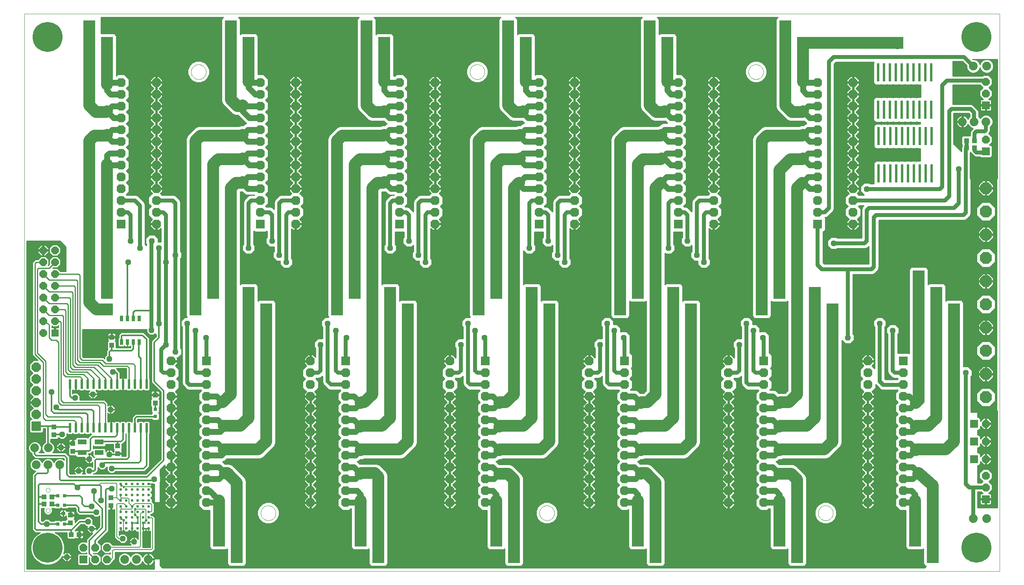
<source format=gtl>
G75*
G70*
%OFA0B0*%
%FSLAX24Y24*%
%IPPOS*%
%LPD*%
%AMOC8*
5,1,8,0,0,1.08239X$1,22.5*
%
%ADD10C,0.0000*%
%ADD11R,0.0250X0.0500*%
%ADD12R,0.0660X0.0660*%
%ADD13OC8,0.0660*%
%ADD14R,0.0800X0.0800*%
%ADD15OC8,0.0800*%
%ADD16R,0.0433X0.0394*%
%ADD17R,0.0394X0.0433*%
%ADD18OC8,0.1000*%
%ADD19R,0.0236X0.0787*%
%ADD20R,0.0315X0.0315*%
%ADD21C,0.0740*%
%ADD22OC8,0.0634*%
%ADD23R,0.0634X0.0634*%
%ADD24R,0.0748X0.0433*%
%ADD25R,0.0236X0.1535*%
%ADD26OC8,0.0760*%
%ADD27R,0.0760X0.0760*%
%ADD28R,0.1000X0.1000*%
%ADD29C,0.0358*%
%ADD30R,0.0236X0.0236*%
%ADD31C,0.0236*%
%ADD32C,0.0320*%
%ADD33OC8,0.0476*%
%ADD34C,0.0140*%
%ADD35C,0.1000*%
%ADD36C,0.0500*%
%ADD37C,0.0100*%
%ADD38C,0.0060*%
%ADD39OC8,0.0358*%
%ADD40C,0.0120*%
%ADD41C,0.0080*%
%ADD42C,0.2540*%
D10*
X007620Y000554D02*
X007620Y047798D01*
X090297Y047798D01*
X090297Y000554D01*
X007620Y000554D01*
X009443Y005688D02*
X009445Y005714D01*
X009451Y005740D01*
X009461Y005765D01*
X009474Y005788D01*
X009490Y005808D01*
X009510Y005826D01*
X009532Y005841D01*
X009555Y005853D01*
X009581Y005861D01*
X009607Y005865D01*
X009633Y005865D01*
X009659Y005861D01*
X009685Y005853D01*
X009709Y005841D01*
X009730Y005826D01*
X009750Y005808D01*
X009766Y005788D01*
X009779Y005765D01*
X009789Y005740D01*
X009795Y005714D01*
X009797Y005688D01*
X009795Y005662D01*
X009789Y005636D01*
X009779Y005611D01*
X009766Y005588D01*
X009750Y005568D01*
X009730Y005550D01*
X009708Y005535D01*
X009685Y005523D01*
X009659Y005515D01*
X009633Y005511D01*
X009607Y005511D01*
X009581Y005515D01*
X009555Y005523D01*
X009531Y005535D01*
X009510Y005550D01*
X009490Y005568D01*
X009474Y005588D01*
X009461Y005611D01*
X009451Y005636D01*
X009445Y005662D01*
X009443Y005688D01*
X009443Y007420D02*
X009445Y007446D01*
X009451Y007472D01*
X009461Y007497D01*
X009474Y007520D01*
X009490Y007540D01*
X009510Y007558D01*
X009532Y007573D01*
X009555Y007585D01*
X009581Y007593D01*
X009607Y007597D01*
X009633Y007597D01*
X009659Y007593D01*
X009685Y007585D01*
X009709Y007573D01*
X009730Y007558D01*
X009750Y007540D01*
X009766Y007520D01*
X009779Y007497D01*
X009789Y007472D01*
X009795Y007446D01*
X009797Y007420D01*
X009795Y007394D01*
X009789Y007368D01*
X009779Y007343D01*
X009766Y007320D01*
X009750Y007300D01*
X009730Y007282D01*
X009708Y007267D01*
X009685Y007255D01*
X009659Y007247D01*
X009633Y007243D01*
X009607Y007243D01*
X009581Y007247D01*
X009555Y007255D01*
X009531Y007267D01*
X009510Y007282D01*
X009490Y007300D01*
X009474Y007320D01*
X009461Y007343D01*
X009451Y007368D01*
X009445Y007394D01*
X009443Y007420D01*
X027659Y005476D02*
X027661Y005526D01*
X027667Y005576D01*
X027677Y005625D01*
X027691Y005673D01*
X027708Y005720D01*
X027729Y005765D01*
X027754Y005809D01*
X027782Y005850D01*
X027814Y005889D01*
X027848Y005926D01*
X027885Y005960D01*
X027925Y005990D01*
X027967Y006017D01*
X028011Y006041D01*
X028057Y006062D01*
X028104Y006078D01*
X028152Y006091D01*
X028202Y006100D01*
X028251Y006105D01*
X028302Y006106D01*
X028352Y006103D01*
X028401Y006096D01*
X028450Y006085D01*
X028498Y006070D01*
X028544Y006052D01*
X028589Y006030D01*
X028632Y006004D01*
X028673Y005975D01*
X028712Y005943D01*
X028748Y005908D01*
X028780Y005870D01*
X028810Y005830D01*
X028837Y005787D01*
X028860Y005743D01*
X028879Y005697D01*
X028895Y005649D01*
X028907Y005600D01*
X028915Y005551D01*
X028919Y005501D01*
X028919Y005451D01*
X028915Y005401D01*
X028907Y005352D01*
X028895Y005303D01*
X028879Y005255D01*
X028860Y005209D01*
X028837Y005165D01*
X028810Y005122D01*
X028780Y005082D01*
X028748Y005044D01*
X028712Y005009D01*
X028673Y004977D01*
X028632Y004948D01*
X028589Y004922D01*
X028544Y004900D01*
X028498Y004882D01*
X028450Y004867D01*
X028401Y004856D01*
X028352Y004849D01*
X028302Y004846D01*
X028251Y004847D01*
X028202Y004852D01*
X028152Y004861D01*
X028104Y004874D01*
X028057Y004890D01*
X028011Y004911D01*
X027967Y004935D01*
X027925Y004962D01*
X027885Y004992D01*
X027848Y005026D01*
X027814Y005063D01*
X027782Y005102D01*
X027754Y005143D01*
X027729Y005187D01*
X027708Y005232D01*
X027691Y005279D01*
X027677Y005327D01*
X027667Y005376D01*
X027661Y005426D01*
X027659Y005476D01*
X051281Y005476D02*
X051283Y005526D01*
X051289Y005576D01*
X051299Y005625D01*
X051313Y005673D01*
X051330Y005720D01*
X051351Y005765D01*
X051376Y005809D01*
X051404Y005850D01*
X051436Y005889D01*
X051470Y005926D01*
X051507Y005960D01*
X051547Y005990D01*
X051589Y006017D01*
X051633Y006041D01*
X051679Y006062D01*
X051726Y006078D01*
X051774Y006091D01*
X051824Y006100D01*
X051873Y006105D01*
X051924Y006106D01*
X051974Y006103D01*
X052023Y006096D01*
X052072Y006085D01*
X052120Y006070D01*
X052166Y006052D01*
X052211Y006030D01*
X052254Y006004D01*
X052295Y005975D01*
X052334Y005943D01*
X052370Y005908D01*
X052402Y005870D01*
X052432Y005830D01*
X052459Y005787D01*
X052482Y005743D01*
X052501Y005697D01*
X052517Y005649D01*
X052529Y005600D01*
X052537Y005551D01*
X052541Y005501D01*
X052541Y005451D01*
X052537Y005401D01*
X052529Y005352D01*
X052517Y005303D01*
X052501Y005255D01*
X052482Y005209D01*
X052459Y005165D01*
X052432Y005122D01*
X052402Y005082D01*
X052370Y005044D01*
X052334Y005009D01*
X052295Y004977D01*
X052254Y004948D01*
X052211Y004922D01*
X052166Y004900D01*
X052120Y004882D01*
X052072Y004867D01*
X052023Y004856D01*
X051974Y004849D01*
X051924Y004846D01*
X051873Y004847D01*
X051824Y004852D01*
X051774Y004861D01*
X051726Y004874D01*
X051679Y004890D01*
X051633Y004911D01*
X051589Y004935D01*
X051547Y004962D01*
X051507Y004992D01*
X051470Y005026D01*
X051436Y005063D01*
X051404Y005102D01*
X051376Y005143D01*
X051351Y005187D01*
X051330Y005232D01*
X051313Y005279D01*
X051299Y005327D01*
X051289Y005376D01*
X051283Y005426D01*
X051281Y005476D01*
X074903Y005476D02*
X074905Y005526D01*
X074911Y005576D01*
X074921Y005625D01*
X074935Y005673D01*
X074952Y005720D01*
X074973Y005765D01*
X074998Y005809D01*
X075026Y005850D01*
X075058Y005889D01*
X075092Y005926D01*
X075129Y005960D01*
X075169Y005990D01*
X075211Y006017D01*
X075255Y006041D01*
X075301Y006062D01*
X075348Y006078D01*
X075396Y006091D01*
X075446Y006100D01*
X075495Y006105D01*
X075546Y006106D01*
X075596Y006103D01*
X075645Y006096D01*
X075694Y006085D01*
X075742Y006070D01*
X075788Y006052D01*
X075833Y006030D01*
X075876Y006004D01*
X075917Y005975D01*
X075956Y005943D01*
X075992Y005908D01*
X076024Y005870D01*
X076054Y005830D01*
X076081Y005787D01*
X076104Y005743D01*
X076123Y005697D01*
X076139Y005649D01*
X076151Y005600D01*
X076159Y005551D01*
X076163Y005501D01*
X076163Y005451D01*
X076159Y005401D01*
X076151Y005352D01*
X076139Y005303D01*
X076123Y005255D01*
X076104Y005209D01*
X076081Y005165D01*
X076054Y005122D01*
X076024Y005082D01*
X075992Y005044D01*
X075956Y005009D01*
X075917Y004977D01*
X075876Y004948D01*
X075833Y004922D01*
X075788Y004900D01*
X075742Y004882D01*
X075694Y004867D01*
X075645Y004856D01*
X075596Y004849D01*
X075546Y004846D01*
X075495Y004847D01*
X075446Y004852D01*
X075396Y004861D01*
X075348Y004874D01*
X075301Y004890D01*
X075255Y004911D01*
X075211Y004935D01*
X075169Y004962D01*
X075129Y004992D01*
X075092Y005026D01*
X075058Y005063D01*
X075026Y005102D01*
X074998Y005143D01*
X074973Y005187D01*
X074952Y005232D01*
X074935Y005279D01*
X074921Y005327D01*
X074911Y005376D01*
X074905Y005426D01*
X074903Y005476D01*
X068997Y042877D02*
X068999Y042927D01*
X069005Y042977D01*
X069015Y043026D01*
X069029Y043074D01*
X069046Y043121D01*
X069067Y043166D01*
X069092Y043210D01*
X069120Y043251D01*
X069152Y043290D01*
X069186Y043327D01*
X069223Y043361D01*
X069263Y043391D01*
X069305Y043418D01*
X069349Y043442D01*
X069395Y043463D01*
X069442Y043479D01*
X069490Y043492D01*
X069540Y043501D01*
X069589Y043506D01*
X069640Y043507D01*
X069690Y043504D01*
X069739Y043497D01*
X069788Y043486D01*
X069836Y043471D01*
X069882Y043453D01*
X069927Y043431D01*
X069970Y043405D01*
X070011Y043376D01*
X070050Y043344D01*
X070086Y043309D01*
X070118Y043271D01*
X070148Y043231D01*
X070175Y043188D01*
X070198Y043144D01*
X070217Y043098D01*
X070233Y043050D01*
X070245Y043001D01*
X070253Y042952D01*
X070257Y042902D01*
X070257Y042852D01*
X070253Y042802D01*
X070245Y042753D01*
X070233Y042704D01*
X070217Y042656D01*
X070198Y042610D01*
X070175Y042566D01*
X070148Y042523D01*
X070118Y042483D01*
X070086Y042445D01*
X070050Y042410D01*
X070011Y042378D01*
X069970Y042349D01*
X069927Y042323D01*
X069882Y042301D01*
X069836Y042283D01*
X069788Y042268D01*
X069739Y042257D01*
X069690Y042250D01*
X069640Y042247D01*
X069589Y042248D01*
X069540Y042253D01*
X069490Y042262D01*
X069442Y042275D01*
X069395Y042291D01*
X069349Y042312D01*
X069305Y042336D01*
X069263Y042363D01*
X069223Y042393D01*
X069186Y042427D01*
X069152Y042464D01*
X069120Y042503D01*
X069092Y042544D01*
X069067Y042588D01*
X069046Y042633D01*
X069029Y042680D01*
X069015Y042728D01*
X069005Y042777D01*
X068999Y042827D01*
X068997Y042877D01*
X045375Y042877D02*
X045377Y042927D01*
X045383Y042977D01*
X045393Y043026D01*
X045407Y043074D01*
X045424Y043121D01*
X045445Y043166D01*
X045470Y043210D01*
X045498Y043251D01*
X045530Y043290D01*
X045564Y043327D01*
X045601Y043361D01*
X045641Y043391D01*
X045683Y043418D01*
X045727Y043442D01*
X045773Y043463D01*
X045820Y043479D01*
X045868Y043492D01*
X045918Y043501D01*
X045967Y043506D01*
X046018Y043507D01*
X046068Y043504D01*
X046117Y043497D01*
X046166Y043486D01*
X046214Y043471D01*
X046260Y043453D01*
X046305Y043431D01*
X046348Y043405D01*
X046389Y043376D01*
X046428Y043344D01*
X046464Y043309D01*
X046496Y043271D01*
X046526Y043231D01*
X046553Y043188D01*
X046576Y043144D01*
X046595Y043098D01*
X046611Y043050D01*
X046623Y043001D01*
X046631Y042952D01*
X046635Y042902D01*
X046635Y042852D01*
X046631Y042802D01*
X046623Y042753D01*
X046611Y042704D01*
X046595Y042656D01*
X046576Y042610D01*
X046553Y042566D01*
X046526Y042523D01*
X046496Y042483D01*
X046464Y042445D01*
X046428Y042410D01*
X046389Y042378D01*
X046348Y042349D01*
X046305Y042323D01*
X046260Y042301D01*
X046214Y042283D01*
X046166Y042268D01*
X046117Y042257D01*
X046068Y042250D01*
X046018Y042247D01*
X045967Y042248D01*
X045918Y042253D01*
X045868Y042262D01*
X045820Y042275D01*
X045773Y042291D01*
X045727Y042312D01*
X045683Y042336D01*
X045641Y042363D01*
X045601Y042393D01*
X045564Y042427D01*
X045530Y042464D01*
X045498Y042503D01*
X045470Y042544D01*
X045445Y042588D01*
X045424Y042633D01*
X045407Y042680D01*
X045393Y042728D01*
X045383Y042777D01*
X045377Y042827D01*
X045375Y042877D01*
X021753Y042877D02*
X021755Y042927D01*
X021761Y042977D01*
X021771Y043026D01*
X021785Y043074D01*
X021802Y043121D01*
X021823Y043166D01*
X021848Y043210D01*
X021876Y043251D01*
X021908Y043290D01*
X021942Y043327D01*
X021979Y043361D01*
X022019Y043391D01*
X022061Y043418D01*
X022105Y043442D01*
X022151Y043463D01*
X022198Y043479D01*
X022246Y043492D01*
X022296Y043501D01*
X022345Y043506D01*
X022396Y043507D01*
X022446Y043504D01*
X022495Y043497D01*
X022544Y043486D01*
X022592Y043471D01*
X022638Y043453D01*
X022683Y043431D01*
X022726Y043405D01*
X022767Y043376D01*
X022806Y043344D01*
X022842Y043309D01*
X022874Y043271D01*
X022904Y043231D01*
X022931Y043188D01*
X022954Y043144D01*
X022973Y043098D01*
X022989Y043050D01*
X023001Y043001D01*
X023009Y042952D01*
X023013Y042902D01*
X023013Y042852D01*
X023009Y042802D01*
X023001Y042753D01*
X022989Y042704D01*
X022973Y042656D01*
X022954Y042610D01*
X022931Y042566D01*
X022904Y042523D01*
X022874Y042483D01*
X022842Y042445D01*
X022806Y042410D01*
X022767Y042378D01*
X022726Y042349D01*
X022683Y042323D01*
X022638Y042301D01*
X022592Y042283D01*
X022544Y042268D01*
X022495Y042257D01*
X022446Y042250D01*
X022396Y042247D01*
X022345Y042248D01*
X022296Y042253D01*
X022246Y042262D01*
X022198Y042275D01*
X022151Y042291D01*
X022105Y042312D01*
X022061Y042336D01*
X022019Y042363D01*
X021979Y042393D01*
X021942Y042427D01*
X021908Y042464D01*
X021876Y042503D01*
X021848Y042544D01*
X021823Y042588D01*
X021802Y042633D01*
X021785Y042680D01*
X021771Y042728D01*
X021761Y042777D01*
X021755Y042827D01*
X021753Y042877D01*
D11*
X017356Y021979D03*
X016856Y021979D03*
X016356Y021979D03*
X015856Y021979D03*
X015856Y019979D03*
X016356Y019979D03*
X016856Y019979D03*
X017356Y019979D03*
D12*
X012620Y001554D03*
X088120Y010054D03*
X088120Y011554D03*
X088120Y013054D03*
X089106Y006654D03*
X089120Y036141D03*
X089120Y040054D03*
D13*
X089120Y041054D03*
X089120Y042054D03*
X089120Y037141D03*
X089120Y013054D03*
X089120Y011554D03*
X089120Y010054D03*
X089106Y008654D03*
X089106Y007654D03*
X014620Y002554D03*
X013620Y002554D03*
X013620Y001554D03*
X014620Y001554D03*
X012620Y002554D03*
D14*
X008633Y012854D03*
D15*
X008633Y013854D03*
X008633Y014854D03*
X008633Y015854D03*
X008633Y016854D03*
X008633Y017854D03*
D16*
X010133Y012789D03*
X010133Y012120D03*
X018706Y014820D03*
X018706Y015489D03*
X011520Y005302D03*
X011520Y004633D03*
X011598Y003654D03*
X012268Y003654D03*
D17*
X009968Y006254D03*
X009968Y006854D03*
X009298Y006854D03*
X009298Y006254D03*
X014956Y006096D03*
X014956Y006765D03*
X015533Y010520D03*
X015533Y011189D03*
X011733Y011389D03*
X011733Y010720D03*
X015020Y019706D03*
X015020Y020376D03*
X087498Y036454D03*
X087471Y037054D03*
X088141Y037054D03*
X088168Y036454D03*
D18*
X089120Y033013D03*
X089120Y031044D03*
X089120Y029076D03*
X089120Y027107D03*
X089120Y025139D03*
X089120Y023170D03*
X089120Y021202D03*
X089120Y019233D03*
X089120Y017265D03*
X089120Y015296D03*
D19*
X017970Y016405D03*
X017470Y016405D03*
X016970Y016405D03*
X016470Y016405D03*
X015970Y016405D03*
X015470Y016405D03*
X014970Y016405D03*
X014470Y016405D03*
X013970Y016405D03*
X013470Y016405D03*
X012970Y016405D03*
X012470Y016405D03*
X011970Y016405D03*
X011470Y016405D03*
X011470Y012704D03*
X011970Y012704D03*
X012470Y012704D03*
X012970Y012704D03*
X013470Y012704D03*
X013970Y012704D03*
X014470Y012704D03*
X014970Y012704D03*
X015470Y012704D03*
X015970Y012704D03*
X016470Y012704D03*
X016970Y012704D03*
X017470Y012704D03*
X017970Y012704D03*
D20*
X018720Y013672D03*
X018720Y014263D03*
X011028Y006954D03*
X010438Y006954D03*
X010438Y006154D03*
X011028Y006154D03*
X011028Y004554D03*
X010438Y004554D03*
D21*
X016120Y001554D03*
X017120Y001554D03*
X018120Y001554D03*
X010620Y009568D03*
X009620Y009568D03*
X008620Y009568D03*
X008500Y010991D03*
X009640Y010991D03*
X087133Y038654D03*
X088133Y038654D03*
X089133Y038654D03*
X089190Y043368D03*
X088050Y043368D03*
X088060Y005000D03*
X089200Y005000D03*
D22*
X010206Y021754D03*
X009206Y021754D03*
X009206Y022754D03*
X010206Y022754D03*
X010206Y023754D03*
X009206Y023754D03*
X009206Y024754D03*
X010206Y024754D03*
X010206Y025754D03*
X009206Y025754D03*
X009206Y026754D03*
X010206Y026754D03*
X010206Y027754D03*
X009206Y027754D03*
X009206Y020754D03*
D23*
X010206Y020754D03*
D24*
X012505Y011507D03*
X012505Y010602D03*
X013961Y010602D03*
X013961Y011507D03*
D25*
X080018Y034274D03*
X080518Y034274D03*
X081018Y034274D03*
X081518Y034274D03*
X082018Y034274D03*
X082518Y034274D03*
X083018Y034274D03*
X083518Y034274D03*
X084018Y034274D03*
X084518Y034274D03*
X084518Y037424D03*
X084018Y037424D03*
X083518Y037424D03*
X083018Y037424D03*
X082518Y037424D03*
X082018Y037424D03*
X081518Y037424D03*
X081018Y037424D03*
X080518Y037424D03*
X080018Y037424D03*
X079997Y039677D03*
X080497Y039677D03*
X080997Y039677D03*
X081497Y039677D03*
X081997Y039677D03*
X082497Y039677D03*
X082997Y039677D03*
X083497Y039677D03*
X083997Y039677D03*
X084497Y039677D03*
X084497Y042827D03*
X083997Y042827D03*
X083497Y042827D03*
X082997Y042827D03*
X082497Y042827D03*
X081997Y042827D03*
X081497Y042827D03*
X080997Y042827D03*
X080497Y042827D03*
X079997Y042827D03*
D26*
X077860Y041987D03*
X077860Y040987D03*
X077860Y039987D03*
X077860Y038987D03*
X077860Y037987D03*
X077860Y036987D03*
X077860Y035987D03*
X077860Y034987D03*
X077860Y033987D03*
X077860Y032987D03*
X077860Y031987D03*
X077860Y030987D03*
X077860Y029987D03*
X074860Y030987D03*
X074860Y031987D03*
X074860Y032987D03*
X074860Y033987D03*
X074860Y034987D03*
X074860Y035987D03*
X074860Y036987D03*
X074860Y037987D03*
X074860Y038987D03*
X074860Y039987D03*
X074860Y040987D03*
X074860Y041987D03*
X066049Y041987D03*
X066049Y040987D03*
X066049Y039987D03*
X066049Y038987D03*
X066049Y037987D03*
X066049Y036987D03*
X066049Y035987D03*
X066049Y034987D03*
X066049Y033987D03*
X066049Y032987D03*
X066049Y031987D03*
X066049Y030987D03*
X066049Y029987D03*
X063049Y030987D03*
X063049Y031987D03*
X063049Y032987D03*
X063049Y033987D03*
X063049Y034987D03*
X063049Y035987D03*
X063049Y036987D03*
X063049Y037987D03*
X063049Y038987D03*
X063049Y039987D03*
X063049Y040987D03*
X063049Y041987D03*
X054238Y041987D03*
X054238Y040987D03*
X054238Y039987D03*
X054238Y038987D03*
X054238Y037987D03*
X054238Y036987D03*
X054238Y035987D03*
X054238Y034987D03*
X054238Y033987D03*
X054238Y032987D03*
X054238Y031987D03*
X054238Y030987D03*
X054238Y029987D03*
X051238Y030987D03*
X051238Y031987D03*
X051238Y032987D03*
X051238Y033987D03*
X051238Y034987D03*
X051238Y035987D03*
X051238Y036987D03*
X051238Y037987D03*
X051238Y038987D03*
X051238Y039987D03*
X051238Y040987D03*
X051238Y041987D03*
X042427Y041987D03*
X042427Y040987D03*
X042427Y039987D03*
X042427Y038987D03*
X042427Y037987D03*
X042427Y036987D03*
X042427Y035987D03*
X042427Y034987D03*
X042427Y033987D03*
X042427Y032987D03*
X042427Y031987D03*
X042427Y030987D03*
X042427Y029987D03*
X039427Y030987D03*
X039427Y031987D03*
X039427Y032987D03*
X039427Y033987D03*
X039427Y034987D03*
X039427Y035987D03*
X039427Y036987D03*
X039427Y037987D03*
X039427Y038987D03*
X039427Y039987D03*
X039427Y040987D03*
X039427Y041987D03*
X030616Y041987D03*
X030616Y040987D03*
X030616Y039987D03*
X030616Y038987D03*
X030616Y037987D03*
X030616Y036987D03*
X030616Y035987D03*
X030616Y034987D03*
X030616Y033987D03*
X030616Y032987D03*
X030616Y031987D03*
X030616Y030987D03*
X030616Y029987D03*
X027616Y030987D03*
X027616Y031987D03*
X027616Y032987D03*
X027616Y033987D03*
X027616Y034987D03*
X027616Y035987D03*
X027616Y036987D03*
X027616Y037987D03*
X027616Y038987D03*
X027616Y039987D03*
X027616Y040987D03*
X027616Y041987D03*
X018805Y041987D03*
X018805Y040987D03*
X018805Y039987D03*
X018805Y038987D03*
X018805Y037987D03*
X018805Y036987D03*
X018805Y035987D03*
X018805Y034987D03*
X018805Y033987D03*
X018805Y032987D03*
X018805Y031987D03*
X018805Y030987D03*
X018805Y029987D03*
X015805Y030987D03*
X015805Y031987D03*
X015805Y032987D03*
X015805Y033987D03*
X015805Y034987D03*
X015805Y035987D03*
X015805Y036987D03*
X015805Y037987D03*
X015805Y038987D03*
X015805Y039987D03*
X015805Y040987D03*
X015805Y041987D03*
X020057Y018365D03*
X020057Y017365D03*
X020057Y016365D03*
X020057Y015365D03*
X020057Y014365D03*
X020057Y013365D03*
X020057Y012365D03*
X020057Y011365D03*
X020057Y010365D03*
X020057Y009365D03*
X020057Y008365D03*
X020057Y007365D03*
X020057Y006365D03*
X023057Y006365D03*
X023057Y007365D03*
X023057Y008365D03*
X023057Y009365D03*
X023057Y010365D03*
X023057Y011365D03*
X023057Y012365D03*
X023057Y013365D03*
X023057Y014365D03*
X023057Y015365D03*
X023057Y016365D03*
X023057Y017365D03*
X031868Y017365D03*
X031868Y018365D03*
X031868Y016365D03*
X031868Y015365D03*
X031868Y014365D03*
X031868Y013365D03*
X031868Y012365D03*
X031868Y011365D03*
X031868Y010365D03*
X031868Y009365D03*
X031868Y008365D03*
X031868Y007365D03*
X031868Y006365D03*
X034868Y006365D03*
X034868Y007365D03*
X034868Y008365D03*
X034868Y009365D03*
X034868Y010365D03*
X034868Y011365D03*
X034868Y012365D03*
X034868Y013365D03*
X034868Y014365D03*
X034868Y015365D03*
X034868Y016365D03*
X034868Y017365D03*
X043679Y017365D03*
X043679Y018365D03*
X043679Y016365D03*
X043679Y015365D03*
X043679Y014365D03*
X043679Y013365D03*
X043679Y012365D03*
X043679Y011365D03*
X043679Y010365D03*
X043679Y009365D03*
X043679Y008365D03*
X043679Y007365D03*
X043679Y006365D03*
X046679Y006365D03*
X046679Y007365D03*
X046679Y008365D03*
X046679Y009365D03*
X046679Y010365D03*
X046679Y011365D03*
X046679Y012365D03*
X046679Y013365D03*
X046679Y014365D03*
X046679Y015365D03*
X046679Y016365D03*
X046679Y017365D03*
X055490Y017365D03*
X055490Y018365D03*
X055490Y016365D03*
X055490Y015365D03*
X055490Y014365D03*
X055490Y013365D03*
X055490Y012365D03*
X055490Y011365D03*
X055490Y010365D03*
X055490Y009365D03*
X055490Y008365D03*
X055490Y007365D03*
X055490Y006365D03*
X058490Y006365D03*
X058490Y007365D03*
X058490Y008365D03*
X058490Y009365D03*
X058490Y010365D03*
X058490Y011365D03*
X058490Y012365D03*
X058490Y013365D03*
X058490Y014365D03*
X058490Y015365D03*
X058490Y016365D03*
X058490Y017365D03*
X067301Y017365D03*
X067301Y018365D03*
X067301Y016365D03*
X067301Y015365D03*
X067301Y014365D03*
X067301Y013365D03*
X067301Y012365D03*
X067301Y011365D03*
X067301Y010365D03*
X067301Y009365D03*
X067301Y008365D03*
X067301Y007365D03*
X067301Y006365D03*
X070301Y006365D03*
X070301Y007365D03*
X070301Y008365D03*
X070301Y009365D03*
X070301Y010365D03*
X070301Y011365D03*
X070301Y012365D03*
X070301Y013365D03*
X070301Y014365D03*
X070301Y015365D03*
X070301Y016365D03*
X070301Y017365D03*
X079112Y017365D03*
X079112Y018365D03*
X079112Y016365D03*
X079112Y015365D03*
X079112Y014365D03*
X079112Y013365D03*
X079112Y012365D03*
X079112Y011365D03*
X079112Y010365D03*
X079112Y009365D03*
X079112Y008365D03*
X079112Y007365D03*
X079112Y006365D03*
X082112Y006365D03*
X082112Y007365D03*
X082112Y008365D03*
X082112Y009365D03*
X082112Y010365D03*
X082112Y011365D03*
X082112Y012365D03*
X082112Y013365D03*
X082112Y014365D03*
X082112Y015365D03*
X082112Y016365D03*
X082112Y017365D03*
D27*
X082112Y018365D03*
X070301Y018365D03*
X058490Y018365D03*
X046679Y018365D03*
X034868Y018365D03*
X023057Y018365D03*
X027616Y029987D03*
X039427Y029987D03*
X051238Y029987D03*
X063049Y029987D03*
X074860Y029987D03*
X015805Y029987D03*
D28*
X025120Y025554D03*
X026620Y024154D03*
X028120Y022754D03*
X023620Y024154D03*
X022120Y022754D03*
X014620Y022754D03*
X014620Y024154D03*
X034120Y022754D03*
X035620Y024154D03*
X037120Y025554D03*
X038620Y024154D03*
X040120Y022754D03*
X046120Y022754D03*
X047620Y024154D03*
X049120Y025554D03*
X050620Y024154D03*
X052120Y022754D03*
X058120Y022754D03*
X059620Y024154D03*
X061120Y025554D03*
X062620Y024154D03*
X064120Y022754D03*
X070120Y022754D03*
X071620Y024154D03*
X073120Y025554D03*
X074620Y024154D03*
X076120Y022754D03*
X083420Y025554D03*
X084920Y024154D03*
X086420Y022754D03*
X084920Y019254D03*
X083420Y015354D03*
X083120Y003154D03*
X084620Y001754D03*
X073120Y001754D03*
X071620Y003154D03*
X061120Y001754D03*
X059620Y003154D03*
X049120Y001754D03*
X047620Y003154D03*
X037620Y001754D03*
X036120Y003154D03*
X025620Y001754D03*
X024120Y003154D03*
X026620Y045354D03*
X025120Y046754D03*
X014620Y045354D03*
X013120Y046754D03*
X036620Y046754D03*
X038120Y045354D03*
X048620Y046754D03*
X050120Y045354D03*
X060620Y046754D03*
X062120Y045354D03*
X072120Y046754D03*
X073620Y045354D03*
X081620Y045354D03*
D29*
X081920Y045054D03*
X081920Y045654D03*
X081320Y045654D03*
X081320Y045054D03*
X073920Y045054D03*
X073920Y045654D03*
X073320Y045654D03*
X073320Y045054D03*
X072420Y046454D03*
X072420Y047054D03*
X071820Y047054D03*
X071820Y046454D03*
X062420Y045654D03*
X062420Y045054D03*
X061820Y045054D03*
X061820Y045654D03*
X060920Y046454D03*
X060920Y047054D03*
X060320Y047054D03*
X060320Y046454D03*
X050420Y045654D03*
X050420Y045054D03*
X049820Y045054D03*
X049820Y045654D03*
X048920Y046454D03*
X048920Y047054D03*
X048320Y047054D03*
X048320Y046454D03*
X038420Y045654D03*
X038420Y045054D03*
X037820Y045054D03*
X037820Y045654D03*
X036920Y046454D03*
X036920Y047054D03*
X036320Y047054D03*
X036320Y046454D03*
X026920Y045654D03*
X026920Y045054D03*
X026320Y045054D03*
X026320Y045654D03*
X025420Y046454D03*
X025420Y047054D03*
X024820Y047054D03*
X024820Y046454D03*
X014920Y045654D03*
X014920Y045054D03*
X014320Y045054D03*
X014320Y045654D03*
X013420Y046454D03*
X013420Y047054D03*
X012820Y047054D03*
X012820Y046454D03*
X024820Y025854D03*
X025420Y025854D03*
X025420Y025254D03*
X024820Y025254D03*
X023920Y024454D03*
X023320Y024454D03*
X023320Y023854D03*
X023920Y023854D03*
X022420Y023054D03*
X022420Y022454D03*
X021820Y022454D03*
X021820Y023054D03*
X026320Y023854D03*
X026920Y023854D03*
X027820Y023054D03*
X028420Y023054D03*
X028420Y022454D03*
X027820Y022454D03*
X026920Y024454D03*
X026320Y024454D03*
X033820Y023054D03*
X034420Y023054D03*
X034420Y022454D03*
X033820Y022454D03*
X035320Y023854D03*
X035920Y023854D03*
X035920Y024454D03*
X035320Y024454D03*
X036820Y025254D03*
X037420Y025254D03*
X037420Y025854D03*
X036820Y025854D03*
X038320Y024454D03*
X038920Y024454D03*
X038920Y023854D03*
X038320Y023854D03*
X039820Y023054D03*
X040420Y023054D03*
X040420Y022454D03*
X039820Y022454D03*
X045820Y022454D03*
X046420Y022454D03*
X046420Y023054D03*
X045820Y023054D03*
X047320Y023854D03*
X047920Y023854D03*
X047920Y024454D03*
X047320Y024454D03*
X048820Y025254D03*
X049420Y025254D03*
X049420Y025854D03*
X048820Y025854D03*
X050320Y024454D03*
X050920Y024454D03*
X050920Y023854D03*
X050320Y023854D03*
X051820Y023054D03*
X052420Y023054D03*
X052420Y022454D03*
X051820Y022454D03*
X057820Y022454D03*
X058420Y022454D03*
X058420Y023054D03*
X057820Y023054D03*
X059320Y023854D03*
X059920Y023854D03*
X059920Y024454D03*
X059320Y024454D03*
X060820Y025254D03*
X061420Y025254D03*
X061420Y025854D03*
X060820Y025854D03*
X062320Y024454D03*
X062920Y024454D03*
X062920Y023854D03*
X062320Y023854D03*
X063820Y023054D03*
X064420Y023054D03*
X064420Y022454D03*
X063820Y022454D03*
X069820Y022454D03*
X070420Y022454D03*
X070420Y023054D03*
X069820Y023054D03*
X071320Y023854D03*
X071920Y023854D03*
X071920Y024454D03*
X071320Y024454D03*
X072820Y025254D03*
X073420Y025254D03*
X073420Y025854D03*
X072820Y025854D03*
X074320Y024454D03*
X074920Y024454D03*
X074920Y023854D03*
X074320Y023854D03*
X075820Y023054D03*
X076420Y023054D03*
X076420Y022454D03*
X075820Y022454D03*
X083120Y025254D03*
X083720Y025254D03*
X083720Y025854D03*
X083120Y025854D03*
X084620Y024454D03*
X085220Y024454D03*
X085220Y023854D03*
X084620Y023854D03*
X086120Y023054D03*
X086720Y023054D03*
X086720Y022454D03*
X086120Y022454D03*
X085220Y019554D03*
X084620Y019554D03*
X084620Y018954D03*
X085220Y018954D03*
X083720Y015654D03*
X083720Y015054D03*
X083120Y015054D03*
X083120Y015654D03*
X082820Y003454D03*
X083420Y003454D03*
X083420Y002854D03*
X082820Y002854D03*
X084320Y002054D03*
X084920Y002054D03*
X084920Y001454D03*
X084320Y001454D03*
X073420Y001454D03*
X073420Y002054D03*
X072820Y002054D03*
X072820Y001454D03*
X071920Y002854D03*
X071920Y003454D03*
X071320Y003454D03*
X071320Y002854D03*
X061420Y002054D03*
X061420Y001454D03*
X060820Y001454D03*
X060820Y002054D03*
X059920Y002854D03*
X059920Y003454D03*
X059320Y003454D03*
X059320Y002854D03*
X049420Y002054D03*
X049420Y001454D03*
X048820Y001454D03*
X048820Y002054D03*
X047920Y002854D03*
X047920Y003454D03*
X047320Y003454D03*
X047320Y002854D03*
X037920Y002054D03*
X037920Y001454D03*
X037320Y001454D03*
X037320Y002054D03*
X036420Y002854D03*
X036420Y003454D03*
X035820Y003454D03*
X035820Y002854D03*
X025920Y002054D03*
X025920Y001454D03*
X025320Y001454D03*
X025320Y002054D03*
X024420Y002854D03*
X024420Y003454D03*
X023820Y003454D03*
X023820Y002854D03*
X014920Y022454D03*
X014920Y023054D03*
X014320Y023054D03*
X014320Y022454D03*
X014320Y023854D03*
X014920Y023854D03*
X014920Y024454D03*
X014320Y024454D03*
D30*
X015797Y007944D03*
D31*
X016269Y007944D03*
X016269Y007472D03*
X015797Y007472D03*
X015797Y006999D03*
X016269Y006999D03*
X016269Y006527D03*
X015797Y006527D03*
X015797Y006054D03*
X016269Y006054D03*
X016269Y005582D03*
X015797Y005582D03*
X015797Y005109D03*
X015797Y004637D03*
X016269Y004637D03*
X016269Y004165D03*
X015797Y004165D03*
X016742Y004165D03*
X016742Y004637D03*
X017214Y004637D03*
X017686Y004637D03*
X017686Y004165D03*
X017214Y004165D03*
X018159Y004165D03*
X018159Y004637D03*
X018159Y005109D03*
X017686Y005109D03*
X017214Y005109D03*
X016742Y005109D03*
X016742Y005582D03*
X017214Y005582D03*
X017214Y006054D03*
X017686Y006054D03*
X017686Y005582D03*
X018159Y005582D03*
X018159Y006054D03*
X018159Y006527D03*
X018159Y006999D03*
X017686Y006999D03*
X017214Y006999D03*
X017214Y006527D03*
X017686Y006527D03*
X016742Y006527D03*
X016742Y006999D03*
X016742Y007472D03*
X017214Y007472D03*
X017214Y007944D03*
X017686Y007944D03*
X017686Y007472D03*
X018159Y007472D03*
X018159Y007944D03*
X016742Y007944D03*
X016742Y006054D03*
X016269Y005109D03*
D32*
X021620Y016354D02*
X023046Y016354D01*
X023057Y016365D01*
X023057Y017365D02*
X022209Y017365D01*
X022120Y017454D01*
X022120Y020954D01*
X021420Y021554D02*
X021420Y016554D01*
X021620Y016354D01*
X020057Y017365D02*
X019409Y017365D01*
X019220Y017554D01*
X019220Y019354D01*
X019620Y019754D01*
X019620Y020354D01*
X019620Y026754D01*
X019620Y030754D01*
X019386Y030987D01*
X018805Y030987D01*
X018805Y031987D02*
X020186Y031987D01*
X020420Y031754D01*
X020420Y027354D01*
X020420Y019154D01*
X018387Y020974D02*
X018387Y022554D01*
X018387Y028522D01*
X018420Y028554D01*
X019020Y027954D02*
X019020Y021754D01*
X019020Y021554D01*
X023020Y020354D02*
X023057Y020317D01*
X023057Y018365D01*
X031868Y017365D02*
X032509Y017365D01*
X032720Y017554D01*
X032720Y019754D01*
X034020Y020954D02*
X034020Y020970D01*
X034020Y020970D01*
X034020Y020954D02*
X034020Y017554D01*
X034209Y017365D01*
X034868Y017365D01*
X034868Y018365D02*
X034868Y020302D01*
X034920Y020354D01*
X033320Y021554D02*
X033320Y016654D01*
X033609Y016365D01*
X034868Y016365D01*
X043679Y017365D02*
X044431Y017365D01*
X044620Y017554D01*
X044620Y019754D01*
X045820Y020954D02*
X045820Y020966D01*
X045820Y020966D01*
X045820Y020954D02*
X045820Y017554D01*
X046009Y017365D01*
X046679Y017365D01*
X046679Y018365D02*
X046679Y020295D01*
X046620Y020354D01*
X045220Y021554D02*
X045220Y016554D01*
X045409Y016365D01*
X046679Y016365D01*
X055490Y017365D02*
X056231Y017365D01*
X056420Y017554D01*
X056420Y019754D01*
X057620Y020954D02*
X057620Y020962D01*
X057620Y020962D01*
X057620Y020954D02*
X057620Y017554D01*
X057809Y017365D01*
X058490Y017365D01*
X058490Y018365D02*
X058490Y020284D01*
X058420Y020354D01*
X057020Y021554D02*
X057020Y016554D01*
X057209Y016365D01*
X058490Y016365D01*
X067301Y017365D02*
X068031Y017365D01*
X068220Y017554D01*
X068220Y019754D01*
X069420Y020954D02*
X069420Y020958D01*
X069420Y020959D01*
X069420Y020954D02*
X069420Y017554D01*
X069609Y017365D01*
X070301Y017365D01*
X070301Y018365D02*
X070301Y020273D01*
X070220Y020354D01*
X068820Y021554D02*
X068820Y016554D01*
X069009Y016365D01*
X070301Y016365D01*
X077420Y020354D02*
X077420Y026154D01*
X077220Y026154D01*
X079420Y026154D01*
X079620Y026354D01*
X079620Y030554D01*
X079820Y030754D01*
X087220Y030754D01*
X087420Y030954D01*
X087420Y036376D01*
X087498Y036454D01*
X087498Y037028D01*
X087471Y037054D01*
X088141Y037054D02*
X088141Y037676D01*
X088320Y037854D01*
X089020Y037854D01*
X089120Y037954D01*
X089120Y038641D01*
X089133Y038654D01*
X088133Y038654D02*
X088133Y039441D01*
X087820Y039754D01*
X086220Y039754D01*
X086020Y039554D01*
X086020Y032354D01*
X085653Y031987D01*
X077860Y031987D01*
X079020Y031154D02*
X079220Y031354D01*
X086420Y031354D01*
X086820Y031754D01*
X086820Y034654D01*
X085420Y033154D02*
X085420Y041754D01*
X085820Y042154D01*
X089020Y042154D01*
X089120Y042054D01*
X088050Y043368D02*
X087263Y044154D01*
X076220Y044154D01*
X075820Y043754D01*
X075820Y031354D01*
X075453Y030987D01*
X074860Y030987D01*
X074860Y029987D02*
X074860Y026514D01*
X075220Y026154D01*
X077220Y026154D01*
X076220Y028354D02*
X078820Y028354D01*
X079020Y028554D01*
X079020Y031154D01*
X079020Y032954D02*
X085220Y032954D01*
X085420Y033154D01*
X088320Y036054D02*
X089033Y036054D01*
X089120Y036141D01*
X088320Y036054D02*
X088168Y036206D01*
X088168Y036454D01*
X066049Y031987D02*
X064853Y031987D01*
X064620Y031754D01*
X064620Y027354D01*
X065220Y026754D02*
X065220Y030754D01*
X065386Y030987D01*
X066049Y030987D01*
X063820Y030754D02*
X063820Y028554D01*
X062220Y027954D02*
X062220Y031754D01*
X062453Y031987D01*
X063049Y031987D01*
X063049Y030987D02*
X063586Y030987D01*
X063820Y030754D01*
X054238Y030987D02*
X053586Y030987D01*
X053420Y030754D01*
X053420Y026754D01*
X052820Y027354D02*
X052820Y031754D01*
X053053Y031987D01*
X054238Y031987D01*
X052020Y030754D02*
X052020Y028554D01*
X050420Y027954D02*
X050420Y031754D01*
X050653Y031987D01*
X051238Y031987D01*
X051238Y030987D02*
X051786Y030987D01*
X052020Y030754D01*
X042427Y030987D02*
X041786Y030987D01*
X041620Y030754D01*
X041620Y026754D01*
X041020Y027354D02*
X041020Y031754D01*
X041253Y031987D01*
X042427Y031987D01*
X040220Y030754D02*
X040220Y028554D01*
X038620Y027954D02*
X038620Y031754D01*
X038853Y031987D01*
X039427Y031987D01*
X039427Y030987D02*
X039986Y030987D01*
X040220Y030754D01*
X030616Y030987D02*
X029986Y030987D01*
X029820Y030754D01*
X029820Y026754D01*
X029220Y027354D02*
X029220Y031754D01*
X029453Y031987D01*
X030616Y031987D01*
X028620Y030754D02*
X028620Y028554D01*
X026620Y027954D02*
X026620Y031754D01*
X026853Y031987D01*
X027616Y031987D01*
X027616Y030987D02*
X028386Y030987D01*
X028620Y030754D01*
X017420Y031554D02*
X017420Y027954D01*
X016620Y028554D02*
X016620Y030754D01*
X016386Y030987D01*
X015805Y030987D01*
X015805Y031987D02*
X016986Y031987D01*
X017420Y031554D01*
X080120Y021554D02*
X080120Y016654D01*
X080420Y016354D01*
X082101Y016354D01*
X082112Y016365D01*
X082112Y017365D02*
X081409Y017365D01*
X081220Y017554D01*
X081220Y020954D01*
X087409Y017365D02*
X087409Y008165D01*
X087420Y008154D01*
X087420Y007954D01*
X087720Y007654D01*
X088020Y007654D01*
X088060Y007614D01*
X088060Y005000D01*
X088020Y007654D02*
X089106Y007654D01*
D33*
X087409Y017365D03*
X081220Y020954D03*
X080120Y021554D03*
X077420Y020354D03*
X070220Y020354D03*
X069420Y020954D03*
X068820Y021554D03*
X068220Y019754D03*
X058420Y020354D03*
X057620Y020954D03*
X057020Y021554D03*
X056420Y019754D03*
X046620Y020354D03*
X045820Y020954D03*
X045220Y021554D03*
X044620Y019754D03*
X034920Y020354D03*
X034020Y020954D03*
X033320Y021554D03*
X032720Y019754D03*
X023020Y020354D03*
X022120Y020954D03*
X021420Y021554D03*
X019020Y021554D03*
X018387Y020974D03*
X019620Y019754D03*
X020420Y019154D03*
X015120Y017454D03*
X014820Y018554D03*
X013420Y015554D03*
X011920Y015254D03*
X010320Y014454D03*
X009920Y015754D03*
X014920Y014254D03*
X010820Y012154D03*
X010720Y011054D03*
X013120Y010054D03*
X014220Y009554D03*
X015020Y009254D03*
X014820Y010454D03*
X013120Y009054D03*
X012220Y009054D03*
X012120Y007654D03*
X013520Y007354D03*
X014120Y006554D03*
X013320Y006054D03*
X013720Y005554D03*
X013020Y004754D03*
X013320Y004154D03*
X015954Y003313D03*
X016920Y003054D03*
X011220Y001754D03*
X009520Y004554D03*
X015020Y007554D03*
X018620Y008354D03*
X019620Y026754D03*
X020420Y027354D03*
X019020Y027954D03*
X018420Y028554D03*
X017420Y027954D03*
X016620Y028554D03*
X016420Y026754D03*
X026620Y027954D03*
X028620Y028554D03*
X029220Y027354D03*
X029820Y026754D03*
X038620Y027954D03*
X040220Y028554D03*
X041020Y027354D03*
X041620Y026754D03*
X050420Y027954D03*
X052020Y028554D03*
X052820Y027354D03*
X053420Y026754D03*
X062220Y027954D03*
X063820Y028554D03*
X064620Y027354D03*
X065220Y026754D03*
X076220Y028354D03*
X079020Y032954D03*
X086820Y034654D03*
X081620Y045054D03*
D34*
X019620Y020354D02*
X019520Y020254D01*
X019020Y020354D02*
X018620Y019954D01*
X018620Y016654D01*
X019420Y015854D01*
X019420Y009954D01*
X018020Y008554D01*
X011420Y008554D01*
X011220Y008754D01*
X011220Y010154D01*
X011020Y010354D01*
X008620Y010354D01*
X008500Y010474D01*
X008500Y010991D01*
X009620Y011011D02*
X009640Y010991D01*
X009620Y011011D02*
X009620Y012854D01*
X011733Y010720D02*
X012386Y010720D01*
X012505Y010602D01*
X012557Y010754D01*
X013120Y010754D01*
X013220Y010854D01*
X013220Y011754D01*
X013420Y011954D01*
X015320Y011954D01*
X015470Y012104D01*
X015470Y012704D01*
X015970Y012704D02*
X015970Y011704D01*
X015820Y011554D01*
X015520Y011554D01*
X015533Y011541D01*
X015533Y011189D01*
X015520Y011554D02*
X014014Y011554D01*
X013961Y011507D01*
X014820Y010454D02*
X015468Y010454D01*
X015533Y010520D01*
X016320Y010054D02*
X013720Y010054D01*
X013620Y009954D01*
X013620Y009154D01*
X013520Y009054D01*
X013120Y009054D01*
X014220Y009554D02*
X014420Y009754D01*
X017320Y009754D01*
X017470Y009904D01*
X017470Y012704D01*
X017970Y012704D02*
X017970Y009504D01*
X017720Y009254D01*
X015020Y009254D01*
X016320Y010054D02*
X016470Y010204D01*
X016470Y012704D01*
X017470Y016405D02*
X017470Y018604D01*
X017320Y018754D01*
X017320Y019943D01*
X017356Y019979D01*
X016856Y019979D02*
X016856Y019391D01*
X016720Y019254D01*
X015020Y019254D01*
X015020Y019706D01*
X015020Y019254D02*
X014920Y019254D01*
X014820Y019154D01*
X014820Y018554D01*
X015120Y017454D02*
X015320Y017454D01*
X015470Y017304D01*
X015470Y016405D01*
X017970Y016405D02*
X017970Y020204D01*
X017620Y020554D01*
X015920Y020554D01*
X015856Y020491D01*
X015856Y019979D01*
X016356Y021979D02*
X016356Y026691D01*
X016420Y026754D01*
X017020Y022654D02*
X018287Y022654D01*
X018387Y022554D01*
X019020Y021754D02*
X019020Y020354D01*
X019220Y019354D02*
X019183Y019318D01*
X016856Y021979D02*
X016856Y022491D01*
X017020Y022654D01*
X010620Y009568D02*
X010620Y008354D01*
X010720Y008254D01*
X018520Y008254D01*
X018620Y008354D01*
X015020Y007554D02*
X014620Y007554D01*
X014520Y007454D01*
X014520Y004054D01*
X013620Y003154D01*
X013620Y002554D01*
X013120Y002054D02*
X013120Y003154D01*
X014220Y004254D01*
X014220Y005854D01*
X013520Y006554D01*
X013520Y007354D01*
X014020Y007854D02*
X012320Y007854D01*
X012120Y007654D01*
X011820Y007954D01*
X008920Y007954D01*
X008820Y007854D01*
X008820Y006854D01*
X009298Y006854D01*
X008820Y006854D02*
X008820Y006254D01*
X009298Y006254D01*
X008820Y006254D02*
X008820Y004754D01*
X009020Y004554D01*
X009320Y004554D01*
X009338Y004572D01*
X009320Y004554D02*
X009520Y004554D01*
X010438Y004554D01*
X011028Y004554D02*
X011441Y004554D01*
X011520Y004633D01*
X011620Y004054D02*
X008620Y004054D01*
X008520Y004154D01*
X008520Y008654D01*
X008720Y008854D01*
X009520Y008854D01*
X009620Y008954D01*
X009620Y009568D01*
X010068Y006954D02*
X009968Y006854D01*
X010068Y006954D02*
X010438Y006954D01*
X011028Y006954D02*
X012320Y006954D01*
X012520Y006754D01*
X012520Y006254D01*
X012720Y006054D01*
X013320Y006054D01*
X013720Y005554D02*
X012320Y005554D01*
X012220Y005654D01*
X012220Y005954D01*
X012020Y006154D01*
X011028Y006154D01*
X010438Y006154D02*
X010068Y006154D01*
X009968Y006254D01*
X011620Y004054D02*
X012320Y004754D01*
X013020Y004754D01*
X011620Y004054D02*
X011598Y004033D01*
X011598Y003654D01*
X013120Y002054D02*
X013620Y001554D01*
X014120Y006554D02*
X014120Y007754D01*
X014020Y007854D01*
D35*
X024120Y006554D02*
X024120Y003154D01*
X025620Y001754D02*
X025620Y008054D01*
X024809Y008865D01*
X024631Y008865D01*
X024620Y008854D01*
X024520Y010854D02*
X024531Y010865D01*
X024820Y010865D01*
X027431Y010865D01*
X028120Y011554D01*
X028120Y022754D01*
X026620Y024154D02*
X026620Y013554D01*
X025931Y012865D01*
X024720Y012865D01*
X024531Y012865D01*
X024520Y012854D01*
X024431Y014865D02*
X025120Y015554D01*
X025120Y025554D01*
X025120Y033054D01*
X025553Y033487D01*
X026053Y033487D01*
X026120Y033554D01*
X024053Y035487D02*
X023620Y035054D01*
X023620Y024154D01*
X022120Y022754D02*
X022120Y037054D01*
X022553Y037487D01*
X026053Y037487D01*
X026120Y037554D01*
X026120Y035554D02*
X026053Y035487D01*
X024053Y035487D01*
X025686Y039987D02*
X026053Y039987D01*
X026120Y040054D01*
X025686Y039987D02*
X025120Y040554D01*
X025120Y046754D01*
X026620Y045354D02*
X026620Y042054D01*
X034120Y037054D02*
X034120Y022754D01*
X035620Y024154D02*
X035620Y035054D01*
X036053Y035487D01*
X037870Y035487D01*
X038053Y035487D01*
X038120Y035554D01*
X038053Y037487D02*
X034553Y037487D01*
X034120Y037054D01*
X036620Y040054D02*
X037186Y039487D01*
X038053Y039487D01*
X038120Y039554D01*
X036620Y040054D02*
X036620Y046754D01*
X038120Y045354D02*
X038120Y042054D01*
X038120Y037554D02*
X038053Y037487D01*
X038120Y033554D02*
X038053Y033487D01*
X037553Y033487D01*
X037120Y033054D01*
X037120Y025554D01*
X037120Y015554D01*
X036431Y014865D01*
X036181Y014865D01*
X036120Y014804D01*
X037931Y012865D02*
X038620Y013554D01*
X038620Y024154D01*
X040120Y022754D02*
X040120Y011554D01*
X039431Y010865D01*
X036181Y010865D01*
X036120Y010804D01*
X036181Y008865D02*
X036120Y008804D01*
X036181Y008865D02*
X037309Y008865D01*
X037620Y008554D01*
X037620Y001754D01*
X036120Y003154D02*
X036120Y006304D01*
X036120Y006554D01*
X036120Y012804D02*
X036181Y012865D01*
X037931Y012865D01*
X047870Y012804D02*
X047931Y012865D01*
X049931Y012865D01*
X050620Y013554D01*
X050620Y024154D01*
X052120Y022754D02*
X052120Y011554D01*
X051431Y010865D01*
X047931Y010865D01*
X047870Y010804D01*
X047870Y008804D02*
X048620Y008804D01*
X049120Y008304D01*
X049120Y001754D01*
X047620Y003154D02*
X047620Y006304D01*
X047620Y006554D01*
X059620Y006554D02*
X059620Y006304D01*
X059620Y003154D01*
X061120Y001754D02*
X061120Y008054D01*
X060309Y008865D01*
X059931Y008865D01*
X059870Y008804D01*
X059870Y010804D02*
X059931Y010865D01*
X063431Y010865D01*
X064120Y011554D01*
X064120Y022754D01*
X062620Y024154D02*
X062620Y013554D01*
X061931Y012865D01*
X059931Y012865D01*
X059870Y012804D01*
X059870Y014804D02*
X059931Y014865D01*
X060431Y014865D01*
X061120Y015554D01*
X061120Y025554D01*
X061120Y033054D01*
X061553Y033487D01*
X059620Y035054D02*
X059620Y024154D01*
X058120Y022754D02*
X058120Y037054D01*
X058553Y037487D01*
X061370Y037487D01*
X061553Y037487D01*
X061620Y037554D01*
X061803Y039487D02*
X061186Y039487D01*
X060620Y040054D01*
X060620Y046754D01*
X062120Y045354D02*
X062120Y042054D01*
X061870Y039554D02*
X061803Y039487D01*
X061620Y035554D02*
X061553Y035487D01*
X060053Y035487D01*
X059620Y035054D01*
X049870Y039554D02*
X049803Y039487D01*
X049186Y039487D01*
X048620Y040054D01*
X048620Y046754D01*
X050120Y045354D02*
X050120Y042054D01*
X049620Y037554D02*
X049553Y037487D01*
X046553Y037487D01*
X046120Y037054D01*
X046120Y022754D01*
X047620Y024154D02*
X047620Y035054D01*
X048053Y035487D01*
X049370Y035487D01*
X049553Y035487D01*
X049620Y035554D01*
X049553Y033487D02*
X049495Y033429D01*
X049120Y033054D01*
X049120Y025554D01*
X049120Y015554D01*
X048431Y014865D01*
X047931Y014865D01*
X047870Y014804D01*
X070120Y022754D02*
X070120Y037054D01*
X070553Y037487D01*
X073553Y037487D01*
X073620Y037554D01*
X073553Y039487D02*
X072686Y039487D01*
X072120Y040054D01*
X072120Y046754D01*
X073620Y045354D02*
X081620Y045354D01*
X073620Y045354D02*
X073620Y042054D01*
X073620Y039554D02*
X073553Y039487D01*
X073620Y035554D02*
X073553Y035487D01*
X072553Y035487D01*
X071620Y034554D01*
X071620Y024154D01*
X073120Y025554D02*
X073120Y033054D01*
X073553Y033487D01*
X073120Y025554D02*
X073120Y015554D01*
X072431Y014865D01*
X071681Y014865D01*
X071620Y014804D01*
X073931Y012865D02*
X074620Y013554D01*
X074620Y024154D01*
X076120Y022754D02*
X076120Y011554D01*
X075431Y010865D01*
X071681Y010865D01*
X071620Y010804D01*
X071620Y008804D02*
X072620Y008804D01*
X073120Y008304D01*
X073120Y001754D01*
X071620Y003154D02*
X071620Y006304D01*
X071620Y006554D01*
X071620Y012804D02*
X071681Y012865D01*
X073931Y012865D01*
X083170Y012804D02*
X083231Y012865D01*
X083420Y012865D01*
X084231Y012865D01*
X084920Y013554D01*
X084920Y018854D01*
X084920Y019254D01*
X084920Y024154D01*
X086420Y022754D02*
X086420Y011554D01*
X085731Y010865D01*
X083231Y010865D01*
X083170Y010804D01*
X083431Y008865D02*
X083370Y008804D01*
X083431Y008865D02*
X084559Y007865D01*
X084620Y007804D01*
X084620Y001754D01*
X083120Y003154D02*
X083120Y006304D01*
X083120Y006554D01*
X083170Y014804D02*
X083295Y014929D01*
X083420Y015054D01*
X083420Y015354D01*
X083420Y025554D01*
X014620Y024154D02*
X014620Y035054D01*
X013120Y037054D02*
X013120Y023354D01*
X013720Y022754D01*
X014620Y022754D01*
X013120Y037054D02*
X013553Y037487D01*
X014553Y037487D01*
X014620Y037554D01*
X014553Y039487D02*
X013686Y039487D01*
X013120Y040054D01*
X013120Y045254D01*
X013120Y046754D01*
X013120Y046554D02*
X013120Y045254D01*
X014620Y045354D02*
X014620Y042054D01*
X014620Y041804D01*
X014620Y039554D02*
X014553Y039487D01*
D36*
X014620Y039554D02*
X015186Y038987D01*
X015805Y038987D01*
X015805Y037987D02*
X015053Y037987D01*
X014620Y037554D01*
X014553Y037487D02*
X015053Y036987D01*
X015805Y036987D01*
X015805Y035987D02*
X014803Y035987D01*
X014620Y035804D01*
X014620Y035054D01*
X014686Y034987D01*
X015805Y034987D01*
X014620Y039554D02*
X015053Y039987D01*
X015805Y039987D01*
X015805Y040987D02*
X014936Y040987D01*
X014620Y041304D01*
X014620Y042054D01*
X014803Y041987D02*
X014620Y041804D01*
X014803Y041987D02*
X015805Y041987D01*
X026120Y040054D02*
X026186Y039987D01*
X026120Y039920D01*
X026120Y039554D01*
X026686Y038987D01*
X027616Y038987D01*
X027616Y037987D02*
X026553Y037987D01*
X026120Y037554D01*
X026053Y037487D02*
X026553Y036987D01*
X027616Y036987D01*
X027616Y035987D02*
X026553Y035987D01*
X026120Y035554D01*
X026686Y034987D01*
X027616Y034987D01*
X027616Y033987D02*
X026553Y033987D01*
X026120Y033554D01*
X026053Y033487D02*
X026553Y032987D01*
X027616Y032987D01*
X037870Y035487D02*
X038370Y035987D01*
X039427Y035987D01*
X038553Y034987D02*
X038053Y035487D01*
X038553Y034987D02*
X039427Y034987D01*
X039427Y033987D02*
X038553Y033987D01*
X038120Y033554D01*
X038686Y032987D01*
X039427Y032987D01*
X039427Y036987D02*
X038686Y036987D01*
X038120Y037554D01*
X038553Y037987D01*
X039427Y037987D01*
X039427Y038987D02*
X038553Y038987D01*
X038053Y039487D01*
X038120Y039554D02*
X038553Y039987D01*
X039427Y039987D01*
X039427Y040987D02*
X038436Y040987D01*
X038120Y041304D01*
X038120Y041920D01*
X038186Y041987D01*
X038120Y042054D01*
X038186Y041987D02*
X039427Y041987D01*
X049553Y037487D02*
X050053Y036987D01*
X051238Y036987D01*
X051238Y035987D02*
X049870Y035987D01*
X049370Y035487D01*
X049553Y035487D02*
X050053Y034987D01*
X051238Y034987D01*
X051238Y033987D02*
X050053Y033987D01*
X049553Y033487D01*
X049495Y033429D02*
X049936Y032987D01*
X051238Y032987D01*
X049620Y037554D02*
X050053Y037987D01*
X051238Y037987D01*
X051238Y038987D02*
X050303Y038987D01*
X049803Y039487D01*
X049870Y039554D02*
X050303Y039987D01*
X051238Y039987D01*
X051238Y040987D02*
X050436Y040987D01*
X050120Y041304D01*
X050120Y042054D01*
X050053Y041987D01*
X049936Y041987D01*
X049870Y042054D01*
X049936Y041987D02*
X051238Y041987D01*
X061370Y037487D02*
X061870Y037987D01*
X063049Y037987D01*
X063049Y038987D02*
X062436Y038987D01*
X061870Y039554D01*
X062303Y039987D01*
X063049Y039987D01*
X063049Y040987D02*
X062436Y040987D01*
X062120Y041304D01*
X062120Y041920D01*
X062186Y041987D01*
X062120Y042054D01*
X062186Y041987D02*
X063049Y041987D01*
X061620Y037554D02*
X062186Y036987D01*
X063049Y036987D01*
X063049Y035987D02*
X062053Y035987D01*
X061745Y035679D01*
X062436Y034987D01*
X063049Y034987D01*
X061745Y035679D02*
X061620Y035554D01*
X062053Y033987D02*
X061620Y033554D01*
X062186Y032987D01*
X063049Y032987D01*
X061620Y033554D02*
X061553Y033487D01*
X062053Y033987D02*
X063049Y033987D01*
X073553Y033487D02*
X073620Y033554D01*
X074186Y032987D01*
X074860Y032987D01*
X074053Y033987D02*
X073620Y033554D01*
X074053Y033987D02*
X074860Y033987D01*
X074860Y034987D02*
X074186Y034987D01*
X073620Y035554D01*
X074053Y035987D01*
X074860Y035987D01*
X074860Y036987D02*
X074186Y036987D01*
X073620Y037554D01*
X074053Y037987D01*
X074860Y037987D01*
X074860Y038987D02*
X074186Y038987D01*
X073620Y039554D01*
X074053Y039987D01*
X074860Y039987D01*
X074860Y040987D02*
X073936Y040987D01*
X073620Y041304D01*
X073620Y041920D01*
X073686Y041987D01*
X073620Y042054D01*
X073686Y041987D02*
X074860Y041987D01*
X071059Y015365D02*
X070301Y015365D01*
X071059Y015365D02*
X071620Y014804D01*
X071181Y014365D01*
X070301Y014365D01*
X070301Y013365D02*
X071059Y013365D01*
X071620Y012804D01*
X071181Y012365D01*
X070301Y012365D01*
X070301Y011365D02*
X071181Y011365D01*
X071681Y010865D01*
X071620Y010804D02*
X071181Y010365D01*
X070301Y010365D01*
X070301Y009365D02*
X071059Y009365D01*
X071620Y008804D01*
X071181Y008365D01*
X070301Y008365D01*
X070301Y007365D02*
X071309Y007365D01*
X071620Y007054D01*
X071620Y006304D01*
X071559Y006365D01*
X070301Y006365D01*
X059870Y008804D02*
X059431Y008365D01*
X058490Y008365D01*
X058490Y007365D02*
X059309Y007365D01*
X059620Y007054D01*
X059620Y006554D01*
X059559Y006365D02*
X058490Y006365D01*
X059559Y006365D02*
X059620Y006304D01*
X059870Y008804D02*
X059309Y009365D01*
X058490Y009365D01*
X058490Y010365D02*
X059431Y010365D01*
X059870Y010804D01*
X059309Y011365D01*
X058490Y011365D01*
X058490Y012365D02*
X059431Y012365D01*
X059870Y012804D01*
X059309Y013365D01*
X058490Y013365D01*
X058490Y014365D02*
X059431Y014365D01*
X059870Y014804D01*
X059309Y015365D01*
X058490Y015365D01*
X047870Y014804D02*
X047431Y014365D01*
X046679Y014365D01*
X047309Y015365D02*
X047870Y014804D01*
X047309Y015365D02*
X046679Y015365D01*
X046679Y013365D02*
X047431Y013365D01*
X047931Y012865D01*
X047870Y012804D02*
X047431Y012365D01*
X046679Y012365D01*
X046679Y011365D02*
X047309Y011365D01*
X047870Y010804D01*
X047431Y010365D01*
X046679Y010365D01*
X046679Y009365D02*
X047309Y009365D01*
X047870Y008804D01*
X047431Y008365D01*
X046679Y008365D01*
X046679Y007365D02*
X047309Y007365D01*
X047620Y007054D01*
X047620Y006554D01*
X047559Y006365D02*
X046679Y006365D01*
X047559Y006365D02*
X047620Y006304D01*
X036120Y006304D02*
X035870Y006304D01*
X035809Y006365D01*
X034868Y006365D01*
X036120Y006554D02*
X036120Y007054D01*
X035809Y007365D01*
X034868Y007365D01*
X034868Y008365D02*
X035681Y008365D01*
X036120Y008804D01*
X035559Y009365D01*
X034868Y009365D01*
X034868Y010365D02*
X035681Y010365D01*
X036120Y010804D01*
X036181Y010865D02*
X035681Y011365D01*
X034868Y011365D01*
X034868Y012365D02*
X035681Y012365D01*
X036120Y012804D01*
X035559Y013365D01*
X034868Y013365D01*
X034868Y014365D02*
X035681Y014365D01*
X036120Y014804D01*
X035559Y015365D01*
X034868Y015365D01*
X024431Y014865D02*
X023931Y014365D01*
X023057Y014365D01*
X023057Y013365D02*
X024031Y013365D01*
X024531Y012865D01*
X024720Y012865D02*
X024220Y012365D01*
X023057Y012365D01*
X023057Y011365D02*
X024031Y011365D01*
X024531Y010865D01*
X024820Y010865D02*
X024320Y010365D01*
X023057Y010365D01*
X023057Y009365D02*
X024131Y009365D01*
X024631Y008865D01*
X024620Y008854D02*
X024131Y008365D01*
X023057Y008365D01*
X023057Y007365D02*
X023309Y007365D01*
X024120Y006554D01*
X023931Y006365D01*
X023057Y006365D01*
X024431Y014865D02*
X023931Y015365D01*
X023057Y015365D01*
X026186Y039987D02*
X027616Y039987D01*
X027616Y040987D02*
X027186Y040987D01*
X026620Y041554D01*
X026620Y042054D01*
X026686Y041987D01*
X027616Y041987D01*
X082112Y015365D02*
X082609Y015365D01*
X083170Y014804D01*
X083295Y014929D02*
X082731Y014365D01*
X082112Y014365D01*
X082112Y013365D02*
X082609Y013365D01*
X083170Y012804D01*
X083420Y012865D02*
X082920Y012365D01*
X082112Y012365D01*
X082112Y011365D02*
X082731Y011365D01*
X083231Y010865D01*
X083170Y010804D02*
X082731Y010365D01*
X082112Y010365D01*
X082112Y009365D02*
X082931Y009365D01*
X083431Y008865D01*
X083370Y008804D02*
X082931Y008365D01*
X082112Y008365D01*
X082112Y007365D02*
X082809Y007365D01*
X083120Y007054D01*
X083120Y006554D01*
X083059Y006365D02*
X082112Y006365D01*
X083059Y006365D02*
X083120Y006304D01*
D37*
X082330Y005695D02*
X082330Y002997D01*
X082330Y002597D01*
X082374Y002490D01*
X082455Y002408D01*
X082562Y002364D01*
X082962Y002364D01*
X083277Y002364D01*
X083677Y002364D01*
X083784Y002408D01*
X083830Y002454D01*
X083830Y001597D01*
X083830Y001197D01*
X083874Y001090D01*
X083955Y001008D01*
X084039Y000974D01*
X083909Y000844D01*
X019330Y000844D01*
X019120Y001054D01*
X019120Y008108D01*
X019148Y008136D01*
X019148Y008573D01*
X019120Y008601D01*
X019120Y009145D01*
X019527Y009552D01*
X019527Y009414D01*
X020008Y009414D01*
X020008Y009835D01*
X020008Y010317D01*
X020105Y010317D01*
X020105Y010414D01*
X020008Y010414D01*
X020008Y010835D01*
X020008Y011317D01*
X020105Y011317D01*
X020105Y011414D01*
X020008Y011414D01*
X020008Y011835D01*
X020008Y012317D01*
X020105Y012317D01*
X020105Y012414D01*
X020008Y012414D01*
X020008Y012835D01*
X020008Y013317D01*
X020105Y013317D01*
X020105Y013414D01*
X020008Y013414D01*
X020008Y013835D01*
X020008Y014317D01*
X020105Y014317D01*
X020105Y014414D01*
X020008Y014414D01*
X020008Y014835D01*
X020008Y015317D01*
X020105Y015317D01*
X020105Y015414D01*
X020586Y015414D01*
X020586Y015585D01*
X020405Y015766D01*
X020726Y016088D01*
X020726Y016643D01*
X020504Y016865D01*
X020726Y017088D01*
X020726Y017643D01*
X020405Y017964D01*
X020586Y018146D01*
X020586Y018317D01*
X020105Y018317D01*
X020105Y018414D01*
X020586Y018414D01*
X020586Y018585D01*
X020545Y018626D01*
X020638Y018626D01*
X020948Y018936D01*
X020948Y019373D01*
X020869Y019451D01*
X020869Y027057D01*
X020948Y027136D01*
X020948Y027573D01*
X020869Y027651D01*
X020869Y031844D01*
X020801Y032009D01*
X020674Y032136D01*
X020441Y032369D01*
X020276Y032437D01*
X020097Y032437D01*
X019302Y032437D01*
X019153Y032586D01*
X019335Y032768D01*
X019335Y032939D01*
X018853Y032939D01*
X018853Y033036D01*
X018756Y033036D01*
X018756Y033517D01*
X018756Y033939D01*
X018275Y033939D01*
X018275Y033768D01*
X018555Y033487D01*
X018275Y033207D01*
X018275Y033036D01*
X018756Y033036D01*
X018756Y032939D01*
X018275Y032939D01*
X018275Y032768D01*
X018456Y032586D01*
X018135Y032265D01*
X018135Y031710D01*
X018357Y031487D01*
X018135Y031265D01*
X018135Y030710D01*
X018456Y030388D01*
X018275Y030207D01*
X018275Y030036D01*
X018756Y030036D01*
X018756Y029939D01*
X018275Y029939D01*
X018275Y029768D01*
X018585Y029457D01*
X018756Y029457D01*
X018756Y029939D01*
X018853Y029939D01*
X018853Y029457D01*
X019024Y029457D01*
X019170Y029603D01*
X019170Y028482D01*
X018948Y028482D01*
X018948Y028773D01*
X018638Y029082D01*
X018201Y029082D01*
X017891Y028773D01*
X017891Y028336D01*
X017937Y028290D01*
X017937Y028183D01*
X017869Y028251D01*
X017869Y031644D01*
X017801Y031809D01*
X017674Y031936D01*
X017241Y032369D01*
X017076Y032437D01*
X016897Y032437D01*
X016302Y032437D01*
X016252Y032487D01*
X016475Y032710D01*
X016475Y033265D01*
X016252Y033487D01*
X016475Y033710D01*
X016475Y034265D01*
X016252Y034487D01*
X016475Y034710D01*
X016475Y035265D01*
X016252Y035487D01*
X016475Y035710D01*
X016475Y036265D01*
X016252Y036487D01*
X016475Y036710D01*
X016475Y037265D01*
X016252Y037487D01*
X016475Y037710D01*
X016475Y038265D01*
X016252Y038487D01*
X016475Y038710D01*
X016475Y039265D01*
X016252Y039487D01*
X016475Y039710D01*
X016475Y040265D01*
X016252Y040487D01*
X016475Y040710D01*
X016475Y041265D01*
X016252Y041487D01*
X016475Y041710D01*
X016475Y042265D01*
X016082Y042657D01*
X015527Y042657D01*
X015409Y042540D01*
X015409Y044797D01*
X015409Y045912D01*
X015365Y046019D01*
X015284Y046100D01*
X015177Y046144D01*
X014120Y046144D01*
X014120Y047508D01*
X024475Y047508D01*
X024455Y047500D01*
X024374Y047419D01*
X024330Y047312D01*
X024330Y046197D01*
X024330Y040397D01*
X024450Y040107D01*
X024672Y039885D01*
X025017Y039540D01*
X025239Y039318D01*
X025529Y039197D01*
X025713Y039197D01*
X025814Y039097D01*
X026381Y038530D01*
X026416Y038515D01*
X026247Y038445D01*
X026146Y038344D01*
X025962Y038344D01*
X025801Y038277D01*
X022710Y038277D01*
X022395Y038277D01*
X022105Y038157D01*
X021672Y037724D01*
X021450Y037502D01*
X021330Y037211D01*
X021330Y023312D01*
X021330Y022197D01*
X021374Y022090D01*
X021381Y022082D01*
X021201Y022082D01*
X020891Y021773D01*
X020891Y021336D01*
X020970Y021257D01*
X020970Y016644D01*
X020970Y016465D01*
X021038Y016299D01*
X021238Y016099D01*
X021365Y015973D01*
X021530Y015904D01*
X022570Y015904D01*
X022609Y015865D01*
X022387Y015643D01*
X022387Y015088D01*
X022609Y014865D01*
X022387Y014643D01*
X022387Y014088D01*
X022609Y013865D01*
X022387Y013643D01*
X022387Y013088D01*
X022609Y012865D01*
X022387Y012643D01*
X022387Y012088D01*
X022609Y011865D01*
X022387Y011643D01*
X022387Y011088D01*
X022609Y010865D01*
X022387Y010643D01*
X022387Y010088D01*
X022609Y009865D01*
X022387Y009643D01*
X022387Y009088D01*
X022609Y008865D01*
X022387Y008643D01*
X022387Y008088D01*
X022609Y007865D01*
X022387Y007643D01*
X022387Y007088D01*
X022609Y006865D01*
X022387Y006643D01*
X022387Y006088D01*
X022779Y005695D01*
X023330Y005695D01*
X023330Y002997D01*
X023330Y002597D01*
X023374Y002490D01*
X023455Y002408D01*
X023562Y002364D01*
X023962Y002364D01*
X024277Y002364D01*
X024677Y002364D01*
X024784Y002408D01*
X024830Y002454D01*
X024830Y002312D01*
X024830Y001197D01*
X024874Y001090D01*
X024955Y001008D01*
X025062Y000964D01*
X026177Y000964D01*
X026284Y001008D01*
X026365Y001090D01*
X026409Y001197D01*
X026409Y002312D01*
X026409Y008211D01*
X026289Y008502D01*
X026067Y008724D01*
X025478Y009313D01*
X025256Y009535D01*
X024966Y009655D01*
X024788Y009655D01*
X024604Y009655D01*
X024436Y009823D01*
X024429Y009826D01*
X024625Y009908D01*
X024793Y010075D01*
X024977Y010075D01*
X027588Y010075D01*
X027878Y010196D01*
X028100Y010418D01*
X028567Y010885D01*
X028789Y011107D01*
X028909Y011397D01*
X028909Y022197D01*
X028909Y023312D01*
X028865Y023419D01*
X028784Y023500D01*
X028677Y023544D01*
X027562Y023544D01*
X027455Y023500D01*
X027409Y023454D01*
X027409Y023597D01*
X027409Y024712D01*
X027365Y024819D01*
X027284Y024900D01*
X027177Y024944D01*
X026062Y024944D01*
X025955Y024900D01*
X025909Y024854D01*
X025909Y024997D01*
X025909Y025397D01*
X025909Y032697D01*
X026079Y032697D01*
X026247Y032530D01*
X026445Y032447D01*
X026660Y032447D01*
X027128Y032447D01*
X027118Y032437D01*
X026942Y032437D01*
X026763Y032437D01*
X026598Y032369D01*
X026365Y032136D01*
X026238Y032009D01*
X026170Y031844D01*
X026170Y028251D01*
X026091Y028173D01*
X026091Y027736D01*
X026401Y027426D01*
X026838Y027426D01*
X027148Y027736D01*
X027148Y028173D01*
X027069Y028251D01*
X027069Y029363D01*
X027071Y029362D01*
X027178Y029317D01*
X028053Y029317D01*
X028160Y029362D01*
X028170Y029371D01*
X028170Y028851D01*
X028091Y028773D01*
X028091Y028336D01*
X028401Y028026D01*
X028770Y028026D01*
X028770Y027651D01*
X028691Y027573D01*
X028691Y027136D01*
X029001Y026826D01*
X029291Y026826D01*
X029291Y026536D01*
X029601Y026226D01*
X030038Y026226D01*
X030348Y026536D01*
X030348Y026973D01*
X030269Y027051D01*
X030269Y029584D01*
X030396Y029457D01*
X030567Y029457D01*
X030567Y029939D01*
X030664Y029939D01*
X030664Y030036D01*
X031146Y030036D01*
X031146Y030207D01*
X030964Y030388D01*
X031286Y030710D01*
X031286Y031265D01*
X031063Y031487D01*
X031286Y031710D01*
X031286Y032265D01*
X030964Y032586D01*
X031146Y032768D01*
X031146Y032939D01*
X030664Y032939D01*
X030664Y033036D01*
X030567Y033036D01*
X030567Y033517D01*
X030567Y033939D01*
X030086Y033939D01*
X030086Y033768D01*
X030366Y033487D01*
X030086Y033207D01*
X030086Y033036D01*
X030567Y033036D01*
X030567Y032939D01*
X030086Y032939D01*
X030086Y032768D01*
X030267Y032586D01*
X030118Y032437D01*
X029542Y032437D01*
X029363Y032437D01*
X029198Y032369D01*
X028965Y032136D01*
X028838Y032009D01*
X028770Y031844D01*
X028770Y031241D01*
X028641Y031369D01*
X028476Y031437D01*
X028297Y031437D01*
X028113Y031437D01*
X028063Y031487D01*
X028286Y031710D01*
X028286Y032265D01*
X028063Y032487D01*
X028286Y032710D01*
X028286Y033265D01*
X028063Y033487D01*
X028286Y033710D01*
X028286Y034265D01*
X028063Y034487D01*
X028286Y034710D01*
X028286Y035265D01*
X028063Y035487D01*
X028286Y035710D01*
X028286Y036265D01*
X028063Y036487D01*
X028286Y036710D01*
X028286Y037265D01*
X028063Y037487D01*
X028286Y037710D01*
X028286Y038265D01*
X028063Y038487D01*
X028286Y038710D01*
X028286Y039265D01*
X028063Y039487D01*
X028286Y039710D01*
X028286Y040265D01*
X028063Y040487D01*
X028286Y040710D01*
X028286Y041265D01*
X028063Y041487D01*
X028286Y041710D01*
X028286Y042265D01*
X027893Y042657D01*
X027409Y042657D01*
X027409Y045511D01*
X027409Y045912D01*
X027365Y046019D01*
X027284Y046100D01*
X027177Y046144D01*
X026777Y046144D01*
X026462Y046144D01*
X026062Y046144D01*
X025955Y046100D01*
X025909Y046054D01*
X025909Y046197D01*
X025909Y047312D01*
X025865Y047419D01*
X025784Y047500D01*
X025764Y047508D01*
X035975Y047508D01*
X035955Y047500D01*
X035874Y047419D01*
X035830Y047312D01*
X035830Y046911D01*
X035830Y039897D01*
X035950Y039607D01*
X036172Y039385D01*
X036739Y038818D01*
X037029Y038697D01*
X037344Y038697D01*
X037895Y038697D01*
X038079Y038697D01*
X038247Y038530D01*
X038349Y038487D01*
X038247Y038445D01*
X038146Y038344D01*
X037962Y038344D01*
X037801Y038277D01*
X034710Y038277D01*
X034395Y038277D01*
X034105Y038157D01*
X033672Y037724D01*
X033450Y037502D01*
X033330Y037211D01*
X033330Y022597D01*
X033330Y022197D01*
X033374Y022090D01*
X033381Y022082D01*
X033101Y022082D01*
X032791Y021773D01*
X032791Y021336D01*
X032870Y021257D01*
X032870Y020282D01*
X032501Y020282D01*
X032191Y019973D01*
X032191Y019536D01*
X032270Y019457D01*
X032270Y018713D01*
X032087Y018895D01*
X031916Y018895D01*
X031916Y018414D01*
X031819Y018414D01*
X031819Y018895D01*
X031648Y018895D01*
X031338Y018585D01*
X031338Y018414D01*
X031819Y018414D01*
X031819Y018317D01*
X031338Y018317D01*
X031338Y018146D01*
X031519Y017964D01*
X031198Y017643D01*
X031198Y017088D01*
X031420Y016865D01*
X031198Y016643D01*
X031198Y016088D01*
X031519Y015766D01*
X031338Y015585D01*
X031338Y015414D01*
X031819Y015414D01*
X031819Y015317D01*
X031338Y015317D01*
X031338Y015146D01*
X031618Y014865D01*
X031338Y014585D01*
X031338Y014414D01*
X031819Y014414D01*
X031819Y014835D01*
X031819Y015317D01*
X031916Y015317D01*
X031916Y015414D01*
X032398Y015414D01*
X032398Y015585D01*
X032216Y015766D01*
X032538Y016088D01*
X032538Y016643D01*
X032315Y016865D01*
X032365Y016915D01*
X032496Y016915D01*
X032573Y016911D01*
X032585Y016915D01*
X032598Y016915D01*
X032669Y016945D01*
X032742Y016970D01*
X032752Y016979D01*
X032763Y016984D01*
X032818Y017038D01*
X032870Y017085D01*
X032870Y016565D01*
X032938Y016399D01*
X033065Y016273D01*
X033354Y015984D01*
X033519Y015915D01*
X033698Y015915D01*
X034370Y015915D01*
X034420Y015865D01*
X034198Y015643D01*
X034198Y015088D01*
X034420Y014865D01*
X034198Y014643D01*
X034198Y014088D01*
X034420Y013865D01*
X034198Y013643D01*
X034198Y013088D01*
X034420Y012865D01*
X034198Y012643D01*
X034198Y012088D01*
X034420Y011865D01*
X034198Y011643D01*
X034198Y011088D01*
X034420Y010865D01*
X034198Y010643D01*
X034198Y010088D01*
X034420Y009865D01*
X034198Y009643D01*
X034198Y009088D01*
X034420Y008865D01*
X034198Y008643D01*
X034198Y008088D01*
X034420Y007865D01*
X034198Y007643D01*
X034198Y007088D01*
X034420Y006865D01*
X034198Y006643D01*
X034198Y006088D01*
X034590Y005695D01*
X035145Y005695D01*
X035275Y005825D01*
X035330Y005825D01*
X035330Y002997D01*
X035330Y002597D01*
X035374Y002490D01*
X035455Y002408D01*
X035562Y002364D01*
X035962Y002364D01*
X036277Y002364D01*
X036677Y002364D01*
X036784Y002408D01*
X036830Y002454D01*
X036830Y002312D01*
X036830Y001197D01*
X036874Y001090D01*
X036955Y001008D01*
X037062Y000964D01*
X038177Y000964D01*
X038284Y001008D01*
X038365Y001090D01*
X038409Y001197D01*
X038409Y002312D01*
X038409Y008711D01*
X038289Y009002D01*
X038067Y009224D01*
X037978Y009313D01*
X037756Y009535D01*
X037466Y009655D01*
X036338Y009655D01*
X036032Y009655D01*
X035864Y009823D01*
X035823Y009840D01*
X035986Y009908D01*
X036093Y010014D01*
X036277Y010014D01*
X043280Y010014D01*
X043378Y009916D02*
X035995Y009916D01*
X035870Y009817D02*
X043381Y009817D01*
X043429Y009865D02*
X043149Y010146D01*
X043149Y010317D01*
X043630Y010317D01*
X043630Y010414D01*
X043630Y010835D01*
X043630Y011317D01*
X043149Y011317D01*
X043149Y011146D01*
X043429Y010865D01*
X043149Y010585D01*
X043149Y010414D01*
X043630Y010414D01*
X043727Y010414D01*
X043727Y010835D01*
X043727Y011317D01*
X043727Y011414D01*
X043630Y011414D01*
X043630Y011835D01*
X043630Y012317D01*
X043149Y012317D01*
X043149Y012146D01*
X043429Y011865D01*
X043149Y011585D01*
X043149Y011414D01*
X043630Y011414D01*
X043630Y011317D01*
X043727Y011317D01*
X044209Y011317D01*
X044209Y011146D01*
X043928Y010865D01*
X044209Y010585D01*
X044209Y010414D01*
X043727Y010414D01*
X043727Y010317D01*
X044209Y010317D01*
X044209Y010146D01*
X043928Y009865D01*
X044209Y009585D01*
X044209Y009414D01*
X043727Y009414D01*
X043630Y009414D01*
X043630Y009895D01*
X043630Y010317D01*
X043727Y010317D01*
X043727Y009895D01*
X043727Y009414D01*
X043727Y009317D01*
X044209Y009317D01*
X044209Y009146D01*
X043928Y008865D01*
X044209Y008585D01*
X044209Y008414D01*
X043727Y008414D01*
X043630Y008414D01*
X043630Y008835D01*
X043630Y009317D01*
X043149Y009317D01*
X043149Y009146D01*
X043429Y008865D01*
X043149Y008585D01*
X043149Y008414D01*
X043630Y008414D01*
X043630Y008317D01*
X043149Y008317D01*
X043149Y008146D01*
X043429Y007865D01*
X043149Y007585D01*
X043149Y007414D01*
X043630Y007414D01*
X043630Y007835D01*
X043630Y008317D01*
X043727Y008317D01*
X043727Y008414D01*
X043727Y008835D01*
X043727Y009317D01*
X043630Y009317D01*
X043630Y009414D01*
X043149Y009414D01*
X043149Y009585D01*
X043429Y009865D01*
X043630Y009817D02*
X043727Y009817D01*
X043727Y009719D02*
X043630Y009719D01*
X043630Y009620D02*
X043727Y009620D01*
X043727Y009522D02*
X043630Y009522D01*
X043630Y009423D02*
X043727Y009423D01*
X043727Y009325D02*
X046009Y009325D01*
X046009Y009423D02*
X044209Y009423D01*
X044209Y009522D02*
X046009Y009522D01*
X046009Y009620D02*
X044173Y009620D01*
X044075Y009719D02*
X046085Y009719D01*
X046009Y009643D02*
X046009Y009088D01*
X046231Y008865D01*
X046009Y008643D01*
X046009Y008088D01*
X046231Y007865D01*
X046009Y007643D01*
X046009Y007088D01*
X046231Y006865D01*
X046009Y006643D01*
X046009Y006088D01*
X046401Y005695D01*
X046830Y005695D01*
X046830Y003712D01*
X046830Y002597D01*
X046874Y002490D01*
X046955Y002408D01*
X047062Y002364D01*
X048177Y002364D01*
X048284Y002408D01*
X048330Y002454D01*
X048330Y002312D01*
X048330Y001197D01*
X048374Y001090D01*
X048455Y001008D01*
X048562Y000964D01*
X049677Y000964D01*
X049784Y001008D01*
X049865Y001090D01*
X049909Y001197D01*
X049909Y002312D01*
X049909Y008147D01*
X049909Y008461D01*
X049789Y008752D01*
X049289Y009252D01*
X049067Y009474D01*
X048777Y009594D01*
X047843Y009594D01*
X047614Y009823D01*
X047573Y009840D01*
X047736Y009908D01*
X047843Y010014D01*
X048027Y010014D01*
X055091Y010014D01*
X055189Y009916D02*
X047745Y009916D01*
X047620Y009817D02*
X055192Y009817D01*
X055240Y009865D02*
X054960Y009585D01*
X054960Y009414D01*
X055441Y009414D01*
X055441Y009835D01*
X055441Y010317D01*
X054960Y010317D01*
X054960Y010146D01*
X055240Y009865D01*
X055441Y009817D02*
X055538Y009817D01*
X055538Y009895D02*
X055538Y010317D01*
X055538Y010414D01*
X055441Y010414D01*
X055441Y010895D01*
X055441Y011317D01*
X054960Y011317D01*
X054960Y011146D01*
X055240Y010865D01*
X054960Y010585D01*
X054960Y010414D01*
X055441Y010414D01*
X055441Y010317D01*
X055538Y010317D01*
X056020Y010317D01*
X056020Y010146D01*
X055739Y009865D01*
X056020Y009585D01*
X056020Y009414D01*
X055538Y009414D01*
X055441Y009414D01*
X055441Y009317D01*
X054960Y009317D01*
X054960Y009146D01*
X055240Y008865D01*
X054960Y008585D01*
X054960Y008414D01*
X055441Y008414D01*
X055441Y008835D01*
X055441Y009317D01*
X055538Y009317D01*
X055538Y009414D01*
X055538Y009895D01*
X055538Y009916D02*
X055441Y009916D01*
X055441Y010014D02*
X055538Y010014D01*
X055538Y010113D02*
X055441Y010113D01*
X055441Y010212D02*
X055538Y010212D01*
X055538Y010310D02*
X055441Y010310D01*
X055441Y010409D02*
X052091Y010409D01*
X052190Y010507D02*
X054960Y010507D01*
X054981Y010606D02*
X052288Y010606D01*
X052387Y010704D02*
X055079Y010704D01*
X055178Y010803D02*
X052485Y010803D01*
X052567Y010885D02*
X051878Y010196D01*
X051588Y010075D01*
X051273Y010075D01*
X048174Y010075D01*
X048027Y010014D01*
X047719Y009719D02*
X055094Y009719D01*
X054995Y009620D02*
X047817Y009620D01*
X046231Y009865D02*
X046009Y009643D01*
X046183Y009817D02*
X043976Y009817D01*
X043979Y009916D02*
X046180Y009916D01*
X046231Y009865D02*
X046009Y010088D01*
X046009Y010643D01*
X046231Y010865D01*
X046009Y011088D01*
X046009Y011643D01*
X046231Y011865D01*
X046009Y012088D01*
X046009Y012643D01*
X046231Y012865D01*
X046009Y013088D01*
X046009Y013643D01*
X046231Y013865D01*
X046009Y014088D01*
X046009Y014643D01*
X046231Y014865D01*
X046009Y015088D01*
X046009Y015643D01*
X046231Y015865D01*
X046181Y015915D01*
X045498Y015915D01*
X045319Y015915D01*
X045154Y015984D01*
X044965Y016173D01*
X044838Y016299D01*
X044770Y016465D01*
X044770Y017068D01*
X044685Y016984D01*
X044520Y016915D01*
X044176Y016915D01*
X044126Y016865D01*
X044349Y016643D01*
X044349Y016088D01*
X044027Y015766D01*
X044209Y015585D01*
X044209Y015414D01*
X043727Y015414D01*
X043727Y015317D01*
X044209Y015317D01*
X044209Y015146D01*
X043928Y014865D01*
X044209Y014585D01*
X044209Y014414D01*
X043727Y014414D01*
X043630Y014414D01*
X043630Y014835D01*
X043630Y015317D01*
X043149Y015317D01*
X043149Y015146D01*
X043429Y014865D01*
X043149Y014585D01*
X043149Y014414D01*
X043630Y014414D01*
X043630Y014317D01*
X043149Y014317D01*
X043149Y014146D01*
X043429Y013865D01*
X043149Y013585D01*
X043149Y013414D01*
X043630Y013414D01*
X043630Y013835D01*
X043630Y014317D01*
X043727Y014317D01*
X043727Y014414D01*
X043727Y014835D01*
X043727Y015317D01*
X043630Y015317D01*
X043630Y015414D01*
X043149Y015414D01*
X043149Y015585D01*
X043330Y015766D01*
X043009Y016088D01*
X043009Y016643D01*
X043231Y016865D01*
X043009Y017088D01*
X043009Y017643D01*
X043330Y017964D01*
X043149Y018146D01*
X043149Y018317D01*
X043630Y018317D01*
X043630Y018414D01*
X043630Y018895D01*
X043459Y018895D01*
X043149Y018585D01*
X043149Y018414D01*
X043630Y018414D01*
X043727Y018414D01*
X043727Y018895D01*
X043898Y018895D01*
X044170Y018624D01*
X044170Y019457D01*
X044091Y019536D01*
X044091Y019973D01*
X044401Y020282D01*
X044770Y020282D01*
X044770Y021257D01*
X044691Y021336D01*
X044691Y021773D01*
X045001Y022082D01*
X045381Y022082D01*
X045374Y022090D01*
X045330Y022197D01*
X045330Y022597D01*
X045330Y037211D01*
X045450Y037502D01*
X045672Y037724D01*
X046105Y038157D01*
X046395Y038277D01*
X046710Y038277D01*
X049301Y038277D01*
X049462Y038344D01*
X049646Y038344D01*
X049747Y038445D01*
X049945Y038527D01*
X050002Y038527D01*
X049997Y038530D01*
X049829Y038697D01*
X049645Y038697D01*
X049344Y038697D01*
X049029Y038697D01*
X048739Y038818D01*
X048172Y039385D01*
X047950Y039607D01*
X047830Y039897D01*
X047830Y046911D01*
X047830Y047312D01*
X047874Y047419D01*
X047955Y047500D01*
X047975Y047508D01*
X037264Y047508D01*
X037284Y047500D01*
X037365Y047419D01*
X037409Y047312D01*
X037409Y046911D01*
X037409Y046054D01*
X037455Y046100D01*
X037562Y046144D01*
X037962Y046144D01*
X038277Y046144D01*
X038677Y046144D01*
X038784Y046100D01*
X038865Y046019D01*
X038909Y045912D01*
X038909Y045511D01*
X038909Y042527D01*
X039019Y042527D01*
X039149Y042657D01*
X039704Y042657D01*
X040097Y042265D01*
X040097Y041710D01*
X039874Y041487D01*
X040097Y041265D01*
X040097Y040710D01*
X039874Y040487D01*
X040097Y040265D01*
X040097Y039710D01*
X039874Y039487D01*
X040097Y039265D01*
X040097Y038710D01*
X039874Y038487D01*
X040097Y038265D01*
X040097Y037710D01*
X039874Y037487D01*
X040097Y037265D01*
X040097Y036710D01*
X039874Y036487D01*
X040097Y036265D01*
X040097Y035710D01*
X039874Y035487D01*
X040097Y035265D01*
X040097Y034710D01*
X039874Y034487D01*
X040097Y034265D01*
X040097Y033710D01*
X039874Y033487D01*
X040097Y033265D01*
X040097Y032710D01*
X039874Y032487D01*
X040097Y032265D01*
X040097Y031710D01*
X039874Y031487D01*
X039924Y031437D01*
X040076Y031437D01*
X040241Y031369D01*
X040474Y031136D01*
X040570Y031041D01*
X040570Y031844D01*
X040638Y032009D01*
X040765Y032136D01*
X040765Y032136D01*
X040998Y032369D01*
X041163Y032437D01*
X041342Y032437D01*
X041929Y032437D01*
X042078Y032586D01*
X041897Y032768D01*
X041897Y032939D01*
X042378Y032939D01*
X042378Y033036D01*
X042378Y033517D01*
X042378Y033939D01*
X041897Y033939D01*
X041897Y033768D01*
X042177Y033487D01*
X041897Y033207D01*
X041897Y033036D01*
X042378Y033036D01*
X042475Y033036D01*
X042475Y033517D01*
X042475Y033939D01*
X042475Y034036D01*
X042378Y034036D01*
X042378Y034517D01*
X042378Y034939D01*
X041897Y034939D01*
X041897Y034768D01*
X042177Y034487D01*
X041897Y034207D01*
X041897Y034036D01*
X042378Y034036D01*
X042378Y033939D01*
X042475Y033939D01*
X042957Y033939D01*
X042957Y033768D01*
X042676Y033487D01*
X042957Y033207D01*
X042957Y033036D01*
X042475Y033036D01*
X042475Y032939D01*
X042957Y032939D01*
X042957Y032768D01*
X042775Y032586D01*
X043097Y032265D01*
X043097Y031710D01*
X042874Y031487D01*
X043097Y031265D01*
X043097Y030710D01*
X042775Y030388D01*
X042957Y030207D01*
X042957Y030036D01*
X042475Y030036D01*
X042475Y029939D01*
X042957Y029939D01*
X042957Y029768D01*
X042646Y029457D01*
X042475Y029457D01*
X042475Y029939D01*
X042378Y029939D01*
X042378Y029457D01*
X042207Y029457D01*
X042069Y029595D01*
X042069Y027051D01*
X042148Y026973D01*
X042148Y026536D01*
X041838Y026226D01*
X041401Y026226D01*
X041091Y026536D01*
X041091Y026826D01*
X040801Y026826D01*
X040491Y027136D01*
X040491Y027573D01*
X040570Y027651D01*
X040570Y028158D01*
X040438Y028026D01*
X040001Y028026D01*
X039691Y028336D01*
X039691Y028773D01*
X039770Y028851D01*
X039770Y029317D01*
X039069Y029317D01*
X039069Y028251D01*
X039148Y028173D01*
X039148Y027736D01*
X038838Y027426D01*
X038401Y027426D01*
X038091Y027736D01*
X038091Y028173D01*
X038170Y028251D01*
X038170Y031844D01*
X038238Y032009D01*
X038365Y032136D01*
X038598Y032369D01*
X038763Y032437D01*
X038929Y032437D01*
X038939Y032447D01*
X038794Y032447D01*
X038579Y032447D01*
X038381Y032530D01*
X038212Y032698D01*
X038210Y032697D01*
X037909Y032697D01*
X037909Y026112D01*
X037909Y024997D01*
X037909Y024854D01*
X037955Y024900D01*
X038062Y024944D01*
X038462Y024944D01*
X038777Y024944D01*
X039177Y024944D01*
X039284Y024900D01*
X039365Y024819D01*
X039409Y024712D01*
X039409Y024311D01*
X039409Y023454D01*
X039455Y023500D01*
X039562Y023544D01*
X039962Y023544D01*
X040277Y023544D01*
X040677Y023544D01*
X040784Y023500D01*
X040865Y023419D01*
X040909Y023312D01*
X040909Y022911D01*
X040909Y011397D01*
X040789Y011107D01*
X040567Y010885D01*
X039878Y010196D01*
X039588Y010075D01*
X039273Y010075D01*
X036424Y010075D01*
X036277Y010014D01*
X035969Y009719D02*
X043283Y009719D01*
X043184Y009620D02*
X037550Y009620D01*
X037769Y009522D02*
X043149Y009522D01*
X043149Y009423D02*
X037868Y009423D01*
X037966Y009325D02*
X043630Y009325D01*
X043630Y009226D02*
X043727Y009226D01*
X043727Y009128D02*
X043630Y009128D01*
X043630Y009029D02*
X043727Y009029D01*
X043727Y008931D02*
X043630Y008931D01*
X043630Y008832D02*
X043727Y008832D01*
X043727Y008733D02*
X043630Y008733D01*
X043630Y008635D02*
X043727Y008635D01*
X043727Y008536D02*
X043630Y008536D01*
X043630Y008438D02*
X043727Y008438D01*
X043727Y008339D02*
X046009Y008339D01*
X046009Y008241D02*
X044209Y008241D01*
X044209Y008317D02*
X043727Y008317D01*
X043727Y007835D01*
X043727Y007414D01*
X043630Y007414D01*
X043630Y007317D01*
X043149Y007317D01*
X043149Y007146D01*
X043429Y006865D01*
X043149Y006585D01*
X043149Y006414D01*
X043630Y006414D01*
X043630Y006835D01*
X043630Y007317D01*
X043727Y007317D01*
X043727Y007414D01*
X044209Y007414D01*
X044209Y007585D01*
X043928Y007865D01*
X044209Y008146D01*
X044209Y008317D01*
X044209Y008438D02*
X046009Y008438D01*
X046009Y008536D02*
X044209Y008536D01*
X044159Y008635D02*
X046009Y008635D01*
X046099Y008733D02*
X044060Y008733D01*
X043961Y008832D02*
X046198Y008832D01*
X046166Y008931D02*
X043993Y008931D01*
X044092Y009029D02*
X046067Y009029D01*
X046009Y009128D02*
X044190Y009128D01*
X044209Y009226D02*
X046009Y009226D01*
X046082Y010014D02*
X044077Y010014D01*
X044176Y010113D02*
X046009Y010113D01*
X046009Y010212D02*
X044209Y010212D01*
X044209Y010310D02*
X046009Y010310D01*
X046009Y010409D02*
X043727Y010409D01*
X043630Y010409D02*
X040091Y010409D01*
X040190Y010507D02*
X043149Y010507D01*
X043170Y010606D02*
X040288Y010606D01*
X040387Y010704D02*
X043268Y010704D01*
X043367Y010803D02*
X040485Y010803D01*
X040584Y010901D02*
X043393Y010901D01*
X043294Y011000D02*
X040682Y011000D01*
X040781Y011098D02*
X043196Y011098D01*
X043149Y011197D02*
X040827Y011197D01*
X040867Y011296D02*
X043149Y011296D01*
X043149Y011493D02*
X040909Y011493D01*
X040909Y011591D02*
X043155Y011591D01*
X043254Y011690D02*
X040909Y011690D01*
X040909Y011788D02*
X043352Y011788D01*
X043408Y011887D02*
X040909Y011887D01*
X040909Y011985D02*
X043309Y011985D01*
X043211Y012084D02*
X040909Y012084D01*
X040909Y012182D02*
X043149Y012182D01*
X043149Y012281D02*
X040909Y012281D01*
X040909Y012380D02*
X043630Y012380D01*
X043630Y012414D02*
X043630Y012317D01*
X043727Y012317D01*
X043727Y012414D01*
X043630Y012414D01*
X043630Y012835D01*
X043630Y013317D01*
X043149Y013317D01*
X043149Y013146D01*
X043429Y012865D01*
X043149Y012585D01*
X043149Y012414D01*
X043630Y012414D01*
X043630Y012478D02*
X043727Y012478D01*
X043727Y012414D02*
X043727Y012835D01*
X043727Y013317D01*
X043727Y013414D01*
X043630Y013414D01*
X043630Y013317D01*
X043727Y013317D01*
X044209Y013317D01*
X044209Y013146D01*
X043928Y012865D01*
X044209Y012585D01*
X044209Y012414D01*
X043727Y012414D01*
X043727Y012380D02*
X046009Y012380D01*
X046009Y012478D02*
X044209Y012478D01*
X044209Y012577D02*
X046009Y012577D01*
X046041Y012675D02*
X044118Y012675D01*
X044020Y012774D02*
X046139Y012774D01*
X046224Y012872D02*
X043935Y012872D01*
X044034Y012971D02*
X046126Y012971D01*
X046027Y013069D02*
X044132Y013069D01*
X044209Y013168D02*
X046009Y013168D01*
X046009Y013266D02*
X044209Y013266D01*
X044209Y013414D02*
X044209Y013585D01*
X043928Y013865D01*
X044209Y014146D01*
X044209Y014317D01*
X043727Y014317D01*
X043727Y013835D01*
X043727Y013414D01*
X044209Y013414D01*
X044209Y013464D02*
X046009Y013464D01*
X046009Y013562D02*
X044209Y013562D01*
X044133Y013661D02*
X046026Y013661D01*
X046125Y013759D02*
X044034Y013759D01*
X043936Y013858D02*
X046223Y013858D01*
X046140Y013956D02*
X044019Y013956D01*
X044117Y014055D02*
X046042Y014055D01*
X046009Y014153D02*
X044209Y014153D01*
X044209Y014252D02*
X046009Y014252D01*
X046009Y014350D02*
X043727Y014350D01*
X043630Y014350D02*
X040909Y014350D01*
X040909Y014252D02*
X043149Y014252D01*
X043149Y014153D02*
X040909Y014153D01*
X040909Y014055D02*
X043240Y014055D01*
X043338Y013956D02*
X040909Y013956D01*
X040909Y013858D02*
X043421Y013858D01*
X043323Y013759D02*
X040909Y013759D01*
X040909Y013661D02*
X043224Y013661D01*
X043149Y013562D02*
X040909Y013562D01*
X040909Y013464D02*
X043149Y013464D01*
X043149Y013266D02*
X040909Y013266D01*
X040909Y013168D02*
X043149Y013168D01*
X043225Y013069D02*
X040909Y013069D01*
X040909Y012971D02*
X043324Y012971D01*
X043422Y012872D02*
X040909Y012872D01*
X040909Y012774D02*
X043337Y012774D01*
X043239Y012675D02*
X040909Y012675D01*
X040909Y012577D02*
X043149Y012577D01*
X043149Y012478D02*
X040909Y012478D01*
X040909Y013365D02*
X043630Y013365D01*
X043727Y013365D02*
X046009Y013365D01*
X046009Y014449D02*
X044209Y014449D01*
X044209Y014547D02*
X046009Y014547D01*
X046012Y014646D02*
X044147Y014646D01*
X044049Y014745D02*
X046110Y014745D01*
X046209Y014843D02*
X043950Y014843D01*
X044004Y014942D02*
X046155Y014942D01*
X046056Y015040D02*
X044103Y015040D01*
X044201Y015139D02*
X046009Y015139D01*
X046009Y015237D02*
X044209Y015237D01*
X044209Y015434D02*
X046009Y015434D01*
X046009Y015336D02*
X043727Y015336D01*
X043630Y015336D02*
X040909Y015336D01*
X040909Y015434D02*
X043149Y015434D01*
X043149Y015533D02*
X040909Y015533D01*
X040909Y015631D02*
X043195Y015631D01*
X043294Y015730D02*
X040909Y015730D01*
X040909Y015829D02*
X043268Y015829D01*
X043169Y015927D02*
X040909Y015927D01*
X040909Y016026D02*
X043071Y016026D01*
X043009Y016124D02*
X040909Y016124D01*
X040909Y016223D02*
X043009Y016223D01*
X043009Y016321D02*
X040909Y016321D01*
X040909Y016420D02*
X043009Y016420D01*
X043009Y016518D02*
X040909Y016518D01*
X040909Y016617D02*
X043009Y016617D01*
X043081Y016715D02*
X040909Y016715D01*
X040909Y016814D02*
X043180Y016814D01*
X043184Y016913D02*
X040909Y016913D01*
X040909Y017011D02*
X043085Y017011D01*
X043009Y017110D02*
X040909Y017110D01*
X040909Y017208D02*
X043009Y017208D01*
X043009Y017307D02*
X040909Y017307D01*
X040909Y017405D02*
X043009Y017405D01*
X043009Y017504D02*
X040909Y017504D01*
X040909Y017602D02*
X043009Y017602D01*
X043067Y017701D02*
X040909Y017701D01*
X040909Y017799D02*
X043165Y017799D01*
X043264Y017898D02*
X040909Y017898D01*
X040909Y017996D02*
X043298Y017996D01*
X043199Y018095D02*
X040909Y018095D01*
X040909Y018194D02*
X043149Y018194D01*
X043149Y018292D02*
X040909Y018292D01*
X040909Y018391D02*
X043630Y018391D01*
X043630Y018489D02*
X043727Y018489D01*
X043727Y018588D02*
X043630Y018588D01*
X043630Y018686D02*
X043727Y018686D01*
X043727Y018785D02*
X043630Y018785D01*
X043630Y018883D02*
X043727Y018883D01*
X043910Y018883D02*
X044170Y018883D01*
X044170Y018785D02*
X044009Y018785D01*
X044107Y018686D02*
X044170Y018686D01*
X044170Y018982D02*
X040909Y018982D01*
X040909Y019080D02*
X044170Y019080D01*
X044170Y019179D02*
X040909Y019179D01*
X040909Y019278D02*
X044170Y019278D01*
X044170Y019376D02*
X040909Y019376D01*
X040909Y019475D02*
X044152Y019475D01*
X044091Y019573D02*
X040909Y019573D01*
X040909Y019672D02*
X044091Y019672D01*
X044091Y019770D02*
X040909Y019770D01*
X040909Y019869D02*
X044091Y019869D01*
X044091Y019967D02*
X040909Y019967D01*
X040909Y020066D02*
X044184Y020066D01*
X044283Y020164D02*
X040909Y020164D01*
X040909Y020263D02*
X044381Y020263D01*
X044770Y020362D02*
X040909Y020362D01*
X040909Y020460D02*
X044770Y020460D01*
X044770Y020559D02*
X040909Y020559D01*
X040909Y020657D02*
X044770Y020657D01*
X044770Y020756D02*
X040909Y020756D01*
X040909Y020854D02*
X044770Y020854D01*
X044770Y020953D02*
X040909Y020953D01*
X040909Y021051D02*
X044770Y021051D01*
X044770Y021150D02*
X040909Y021150D01*
X040909Y021248D02*
X044770Y021248D01*
X044691Y021347D02*
X040909Y021347D01*
X040909Y021446D02*
X044691Y021446D01*
X044691Y021544D02*
X040909Y021544D01*
X040909Y021643D02*
X044691Y021643D01*
X044691Y021741D02*
X040909Y021741D01*
X040909Y021840D02*
X044758Y021840D01*
X044857Y021938D02*
X040909Y021938D01*
X040909Y022037D02*
X044955Y022037D01*
X045355Y022135D02*
X040909Y022135D01*
X040909Y022234D02*
X045330Y022234D01*
X045330Y022332D02*
X040909Y022332D01*
X040909Y022431D02*
X045330Y022431D01*
X045330Y022529D02*
X040909Y022529D01*
X040909Y022628D02*
X045330Y022628D01*
X045330Y022727D02*
X040909Y022727D01*
X040909Y022825D02*
X045330Y022825D01*
X045330Y022924D02*
X040909Y022924D01*
X040909Y023022D02*
X045330Y023022D01*
X045330Y023121D02*
X040909Y023121D01*
X040909Y023219D02*
X045330Y023219D01*
X045330Y023318D02*
X040907Y023318D01*
X040866Y023416D02*
X045330Y023416D01*
X045330Y023515D02*
X040748Y023515D01*
X039491Y023515D02*
X039409Y023515D01*
X039409Y023613D02*
X045330Y023613D01*
X045330Y023712D02*
X039409Y023712D01*
X039409Y023811D02*
X045330Y023811D01*
X045330Y023909D02*
X039409Y023909D01*
X039409Y024008D02*
X045330Y024008D01*
X045330Y024106D02*
X039409Y024106D01*
X039409Y024205D02*
X045330Y024205D01*
X045330Y024303D02*
X039409Y024303D01*
X039409Y024402D02*
X045330Y024402D01*
X045330Y024500D02*
X039409Y024500D01*
X039409Y024599D02*
X045330Y024599D01*
X045330Y024697D02*
X039409Y024697D01*
X039375Y024796D02*
X045330Y024796D01*
X045330Y024895D02*
X039289Y024895D01*
X037950Y024895D02*
X037909Y024895D01*
X037909Y024993D02*
X045330Y024993D01*
X045330Y025092D02*
X037909Y025092D01*
X037909Y025190D02*
X045330Y025190D01*
X045330Y025289D02*
X037909Y025289D01*
X037909Y025387D02*
X045330Y025387D01*
X045330Y025486D02*
X037909Y025486D01*
X037909Y025584D02*
X045330Y025584D01*
X045330Y025683D02*
X037909Y025683D01*
X037909Y025781D02*
X045330Y025781D01*
X045330Y025880D02*
X037909Y025880D01*
X037909Y025979D02*
X045330Y025979D01*
X045330Y026077D02*
X037909Y026077D01*
X037909Y026176D02*
X045330Y026176D01*
X045330Y026274D02*
X041886Y026274D01*
X041985Y026373D02*
X045330Y026373D01*
X045330Y026471D02*
X042083Y026471D01*
X042148Y026570D02*
X045330Y026570D01*
X045330Y026668D02*
X042148Y026668D01*
X042148Y026767D02*
X045330Y026767D01*
X045330Y026865D02*
X042148Y026865D01*
X042148Y026964D02*
X045330Y026964D01*
X045330Y027062D02*
X042069Y027062D01*
X042069Y027161D02*
X045330Y027161D01*
X045330Y027260D02*
X042069Y027260D01*
X042069Y027358D02*
X045330Y027358D01*
X045330Y027457D02*
X042069Y027457D01*
X042069Y027555D02*
X045330Y027555D01*
X045330Y027654D02*
X042069Y027654D01*
X042069Y027752D02*
X045330Y027752D01*
X045330Y027851D02*
X042069Y027851D01*
X042069Y027949D02*
X045330Y027949D01*
X045330Y028048D02*
X042069Y028048D01*
X042069Y028146D02*
X045330Y028146D01*
X045330Y028245D02*
X042069Y028245D01*
X042069Y028344D02*
X045330Y028344D01*
X045330Y028442D02*
X042069Y028442D01*
X042069Y028541D02*
X045330Y028541D01*
X045330Y028639D02*
X042069Y028639D01*
X042069Y028738D02*
X045330Y028738D01*
X045330Y028836D02*
X042069Y028836D01*
X042069Y028935D02*
X045330Y028935D01*
X045330Y029033D02*
X042069Y029033D01*
X042069Y029132D02*
X045330Y029132D01*
X045330Y029230D02*
X042069Y029230D01*
X042069Y029329D02*
X045330Y029329D01*
X045330Y029428D02*
X042069Y029428D01*
X042069Y029526D02*
X042138Y029526D01*
X042378Y029526D02*
X042475Y029526D01*
X042475Y029625D02*
X042378Y029625D01*
X042378Y029723D02*
X042475Y029723D01*
X042475Y029822D02*
X042378Y029822D01*
X042378Y029920D02*
X042475Y029920D01*
X042475Y030019D02*
X045330Y030019D01*
X045330Y030117D02*
X042957Y030117D01*
X042948Y030216D02*
X045330Y030216D01*
X045330Y030314D02*
X042849Y030314D01*
X042800Y030413D02*
X045330Y030413D01*
X045330Y030511D02*
X042898Y030511D01*
X042997Y030610D02*
X045330Y030610D01*
X045330Y030709D02*
X043095Y030709D01*
X043097Y030807D02*
X045330Y030807D01*
X045330Y030906D02*
X043097Y030906D01*
X043097Y031004D02*
X045330Y031004D01*
X045330Y031103D02*
X043097Y031103D01*
X043097Y031201D02*
X045330Y031201D01*
X045330Y031300D02*
X043062Y031300D01*
X042963Y031398D02*
X045330Y031398D01*
X045330Y031497D02*
X042884Y031497D01*
X042982Y031595D02*
X045330Y031595D01*
X045330Y031694D02*
X043081Y031694D01*
X043097Y031793D02*
X045330Y031793D01*
X045330Y031891D02*
X043097Y031891D01*
X043097Y031990D02*
X045330Y031990D01*
X045330Y032088D02*
X043097Y032088D01*
X043097Y032187D02*
X045330Y032187D01*
X045330Y032285D02*
X043076Y032285D01*
X042978Y032384D02*
X045330Y032384D01*
X045330Y032482D02*
X042879Y032482D01*
X042781Y032581D02*
X045330Y032581D01*
X045330Y032679D02*
X042868Y032679D01*
X042957Y032778D02*
X045330Y032778D01*
X045330Y032877D02*
X042957Y032877D01*
X042957Y033074D02*
X045330Y033074D01*
X045330Y033172D02*
X042957Y033172D01*
X042893Y033271D02*
X045330Y033271D01*
X045330Y033369D02*
X042794Y033369D01*
X042696Y033468D02*
X045330Y033468D01*
X045330Y033566D02*
X042755Y033566D01*
X042854Y033665D02*
X045330Y033665D01*
X045330Y033763D02*
X042952Y033763D01*
X042957Y033862D02*
X045330Y033862D01*
X045330Y033961D02*
X042475Y033961D01*
X042475Y034036D02*
X042957Y034036D01*
X042957Y034207D01*
X042676Y034487D01*
X042957Y034768D01*
X042957Y034939D01*
X042475Y034939D01*
X042475Y035036D01*
X042378Y035036D01*
X042378Y035517D01*
X042378Y035939D01*
X041897Y035939D01*
X041897Y035768D01*
X042177Y035487D01*
X041897Y035207D01*
X041897Y035036D01*
X042378Y035036D01*
X042378Y034939D01*
X042475Y034939D01*
X042475Y034517D01*
X042475Y034036D01*
X042475Y034059D02*
X042378Y034059D01*
X042378Y033961D02*
X040097Y033961D01*
X040097Y034059D02*
X041897Y034059D01*
X041897Y034158D02*
X040097Y034158D01*
X040097Y034256D02*
X041946Y034256D01*
X042044Y034355D02*
X040007Y034355D01*
X039908Y034453D02*
X042143Y034453D01*
X042113Y034552D02*
X039938Y034552D01*
X040037Y034650D02*
X042014Y034650D01*
X041916Y034749D02*
X040097Y034749D01*
X040097Y034847D02*
X041897Y034847D01*
X041897Y035044D02*
X040097Y035044D01*
X040097Y034946D02*
X042378Y034946D01*
X042475Y034946D02*
X045330Y034946D01*
X045330Y035044D02*
X042957Y035044D01*
X042957Y035036D02*
X042957Y035207D01*
X042676Y035487D01*
X042957Y035768D01*
X042957Y035939D01*
X042475Y035939D01*
X042475Y036036D01*
X042378Y036036D01*
X042378Y036457D01*
X042378Y036939D01*
X041897Y036939D01*
X041897Y036768D01*
X042177Y036487D01*
X041897Y036207D01*
X041897Y036036D01*
X042378Y036036D01*
X042378Y035939D01*
X042475Y035939D01*
X042475Y035517D01*
X042475Y035036D01*
X042957Y035036D01*
X042957Y035143D02*
X045330Y035143D01*
X045330Y035242D02*
X042922Y035242D01*
X042823Y035340D02*
X045330Y035340D01*
X045330Y035439D02*
X042725Y035439D01*
X042726Y035537D02*
X045330Y035537D01*
X045330Y035636D02*
X042824Y035636D01*
X042923Y035734D02*
X045330Y035734D01*
X045330Y035833D02*
X042957Y035833D01*
X042957Y035931D02*
X045330Y035931D01*
X045330Y036030D02*
X042475Y036030D01*
X042475Y036036D02*
X042957Y036036D01*
X042957Y036207D01*
X042676Y036487D01*
X042957Y036768D01*
X042957Y036939D01*
X042475Y036939D01*
X042475Y037036D01*
X042378Y037036D01*
X042378Y037517D01*
X042378Y037939D01*
X041897Y037939D01*
X041897Y037768D01*
X042177Y037487D01*
X041897Y037207D01*
X041897Y037036D01*
X042378Y037036D01*
X042378Y036939D01*
X042475Y036939D01*
X042475Y036457D01*
X042475Y036036D01*
X042475Y036128D02*
X042378Y036128D01*
X042378Y036030D02*
X040097Y036030D01*
X040097Y036128D02*
X041897Y036128D01*
X041917Y036227D02*
X040097Y036227D01*
X040036Y036326D02*
X042015Y036326D01*
X042114Y036424D02*
X039937Y036424D01*
X039909Y036523D02*
X042142Y036523D01*
X042043Y036621D02*
X040008Y036621D01*
X040097Y036720D02*
X041945Y036720D01*
X041897Y036818D02*
X040097Y036818D01*
X040097Y036917D02*
X041897Y036917D01*
X041897Y037114D02*
X040097Y037114D01*
X040097Y037212D02*
X041902Y037212D01*
X042001Y037311D02*
X040050Y037311D01*
X039952Y037410D02*
X042099Y037410D01*
X042156Y037508D02*
X039895Y037508D01*
X039993Y037607D02*
X042058Y037607D01*
X041959Y037705D02*
X040092Y037705D01*
X040097Y037804D02*
X041897Y037804D01*
X041897Y037902D02*
X040097Y037902D01*
X040097Y038001D02*
X042378Y038001D01*
X042378Y038036D02*
X042378Y037939D01*
X042475Y037939D01*
X042475Y038036D01*
X042378Y038036D01*
X042378Y038517D01*
X042378Y038939D01*
X041897Y038939D01*
X041897Y038768D01*
X042177Y038487D01*
X041897Y038207D01*
X041897Y038036D01*
X042378Y038036D01*
X042378Y038099D02*
X042475Y038099D01*
X042475Y038036D02*
X042475Y038517D01*
X042475Y038939D01*
X042475Y039036D01*
X042378Y039036D01*
X042378Y039517D01*
X042378Y039939D01*
X041897Y039939D01*
X041897Y039768D01*
X042177Y039487D01*
X041897Y039207D01*
X041897Y039036D01*
X042378Y039036D01*
X042378Y038939D01*
X042475Y038939D01*
X042957Y038939D01*
X042957Y038768D01*
X042676Y038487D01*
X042957Y038207D01*
X042957Y038036D01*
X042475Y038036D01*
X042475Y038001D02*
X045949Y038001D01*
X046047Y038099D02*
X042957Y038099D01*
X042957Y038198D02*
X046204Y038198D01*
X045850Y037902D02*
X042957Y037902D01*
X042957Y037939D02*
X042475Y037939D01*
X042475Y037517D01*
X042475Y037036D01*
X042957Y037036D01*
X042957Y037207D01*
X042676Y037487D01*
X042957Y037768D01*
X042957Y037939D01*
X042957Y037804D02*
X045752Y037804D01*
X045653Y037705D02*
X042894Y037705D01*
X042795Y037607D02*
X045555Y037607D01*
X045456Y037508D02*
X042697Y037508D01*
X042754Y037410D02*
X045412Y037410D01*
X045371Y037311D02*
X042852Y037311D01*
X042951Y037212D02*
X045330Y037212D01*
X045330Y037114D02*
X042957Y037114D01*
X042957Y036917D02*
X045330Y036917D01*
X045330Y037015D02*
X042475Y037015D01*
X042378Y037015D02*
X040097Y037015D01*
X040097Y035931D02*
X041897Y035931D01*
X041897Y035833D02*
X040097Y035833D01*
X040097Y035734D02*
X041930Y035734D01*
X042029Y035636D02*
X040022Y035636D01*
X039924Y035537D02*
X042127Y035537D01*
X042128Y035439D02*
X039923Y035439D01*
X040021Y035340D02*
X042030Y035340D01*
X041931Y035242D02*
X040097Y035242D01*
X040097Y035143D02*
X041897Y035143D01*
X042378Y035143D02*
X042475Y035143D01*
X042475Y035044D02*
X042378Y035044D01*
X042378Y034847D02*
X042475Y034847D01*
X042475Y034749D02*
X042378Y034749D01*
X042378Y034650D02*
X042475Y034650D01*
X042475Y034552D02*
X042378Y034552D01*
X042378Y034453D02*
X042475Y034453D01*
X042475Y034355D02*
X042378Y034355D01*
X042378Y034256D02*
X042475Y034256D01*
X042475Y034158D02*
X042378Y034158D01*
X042378Y033862D02*
X042475Y033862D01*
X042475Y033763D02*
X042378Y033763D01*
X042378Y033665D02*
X042475Y033665D01*
X042475Y033566D02*
X042378Y033566D01*
X042378Y033468D02*
X042475Y033468D01*
X042475Y033369D02*
X042378Y033369D01*
X042378Y033271D02*
X042475Y033271D01*
X042475Y033172D02*
X042378Y033172D01*
X042378Y033074D02*
X042475Y033074D01*
X042475Y032975D02*
X045330Y032975D01*
X045330Y034059D02*
X042957Y034059D01*
X042957Y034158D02*
X045330Y034158D01*
X045330Y034256D02*
X042907Y034256D01*
X042809Y034355D02*
X045330Y034355D01*
X045330Y034453D02*
X042710Y034453D01*
X042740Y034552D02*
X045330Y034552D01*
X045330Y034650D02*
X042839Y034650D01*
X042938Y034749D02*
X045330Y034749D01*
X045330Y034847D02*
X042957Y034847D01*
X042475Y035242D02*
X042378Y035242D01*
X042378Y035340D02*
X042475Y035340D01*
X042475Y035439D02*
X042378Y035439D01*
X042378Y035537D02*
X042475Y035537D01*
X042475Y035636D02*
X042378Y035636D01*
X042378Y035734D02*
X042475Y035734D01*
X042475Y035833D02*
X042378Y035833D01*
X042378Y035931D02*
X042475Y035931D01*
X042475Y036227D02*
X042378Y036227D01*
X042378Y036326D02*
X042475Y036326D01*
X042475Y036424D02*
X042378Y036424D01*
X042378Y036523D02*
X042475Y036523D01*
X042475Y036621D02*
X042378Y036621D01*
X042378Y036720D02*
X042475Y036720D01*
X042475Y036818D02*
X042378Y036818D01*
X042378Y036917D02*
X042475Y036917D01*
X042475Y037114D02*
X042378Y037114D01*
X042378Y037212D02*
X042475Y037212D01*
X042475Y037311D02*
X042378Y037311D01*
X042378Y037410D02*
X042475Y037410D01*
X042475Y037508D02*
X042378Y037508D01*
X042378Y037607D02*
X042475Y037607D01*
X042475Y037705D02*
X042378Y037705D01*
X042378Y037804D02*
X042475Y037804D01*
X042475Y037902D02*
X042378Y037902D01*
X042378Y038198D02*
X042475Y038198D01*
X042475Y038296D02*
X042378Y038296D01*
X042378Y038395D02*
X042475Y038395D01*
X042475Y038494D02*
X042378Y038494D01*
X042378Y038592D02*
X042475Y038592D01*
X042475Y038691D02*
X042378Y038691D01*
X042378Y038789D02*
X042475Y038789D01*
X042475Y038888D02*
X042378Y038888D01*
X042378Y038986D02*
X040097Y038986D01*
X040097Y038888D02*
X041897Y038888D01*
X041897Y038789D02*
X040097Y038789D01*
X040077Y038691D02*
X041974Y038691D01*
X042072Y038592D02*
X039979Y038592D01*
X039880Y038494D02*
X042171Y038494D01*
X042085Y038395D02*
X039966Y038395D01*
X040065Y038296D02*
X041986Y038296D01*
X041897Y038198D02*
X040097Y038198D01*
X040097Y038099D02*
X041897Y038099D01*
X042682Y038494D02*
X049863Y038494D01*
X049934Y038592D02*
X042781Y038592D01*
X042879Y038691D02*
X049836Y038691D01*
X049696Y038395D02*
X042769Y038395D01*
X042867Y038296D02*
X049347Y038296D01*
X048808Y038789D02*
X042957Y038789D01*
X042957Y038888D02*
X048669Y038888D01*
X048570Y038986D02*
X042475Y038986D01*
X042475Y039036D02*
X042957Y039036D01*
X042957Y039207D01*
X042676Y039487D01*
X042957Y039768D01*
X042957Y039939D01*
X042475Y039939D01*
X042475Y040036D01*
X042378Y040036D01*
X042378Y040517D01*
X042378Y040939D01*
X041897Y040939D01*
X041897Y040768D01*
X042177Y040487D01*
X041897Y040207D01*
X041897Y040036D01*
X042378Y040036D01*
X042378Y039939D01*
X042475Y039939D01*
X042475Y039517D01*
X042475Y039036D01*
X042475Y039085D02*
X042378Y039085D01*
X042378Y039183D02*
X042475Y039183D01*
X042475Y039282D02*
X042378Y039282D01*
X042378Y039380D02*
X042475Y039380D01*
X042475Y039479D02*
X042378Y039479D01*
X042378Y039577D02*
X042475Y039577D01*
X042475Y039676D02*
X042378Y039676D01*
X042378Y039775D02*
X042475Y039775D01*
X042475Y039873D02*
X042378Y039873D01*
X042378Y039972D02*
X040097Y039972D01*
X040097Y040070D02*
X041897Y040070D01*
X041897Y040169D02*
X040097Y040169D01*
X040094Y040267D02*
X041957Y040267D01*
X042056Y040366D02*
X039996Y040366D01*
X039897Y040464D02*
X042154Y040464D01*
X042102Y040563D02*
X039950Y040563D01*
X040048Y040661D02*
X042003Y040661D01*
X041904Y040760D02*
X040097Y040760D01*
X040097Y040859D02*
X041897Y040859D01*
X041897Y041036D02*
X042378Y041036D01*
X042378Y041517D01*
X042378Y041939D01*
X041897Y041939D01*
X041897Y041768D01*
X042177Y041487D01*
X041897Y041207D01*
X041897Y041036D01*
X041897Y041056D02*
X040097Y041056D01*
X040097Y041154D02*
X041897Y041154D01*
X041942Y041253D02*
X040097Y041253D01*
X040010Y041351D02*
X042041Y041351D01*
X042140Y041450D02*
X039912Y041450D01*
X039935Y041548D02*
X042116Y041548D01*
X042018Y041647D02*
X040034Y041647D01*
X040097Y041745D02*
X041919Y041745D01*
X041897Y041844D02*
X040097Y041844D01*
X040097Y041943D02*
X042378Y041943D01*
X042378Y041939D02*
X042378Y042036D01*
X042378Y042517D01*
X042207Y042517D01*
X041897Y042207D01*
X041897Y042036D01*
X042378Y042036D01*
X042475Y042036D01*
X042475Y042517D01*
X042646Y042517D01*
X042957Y042207D01*
X042957Y042036D01*
X042475Y042036D01*
X042475Y041939D01*
X042957Y041939D01*
X042957Y041768D01*
X042676Y041487D01*
X042957Y041207D01*
X042957Y041036D01*
X042475Y041036D01*
X042378Y041036D01*
X042378Y040939D01*
X042475Y040939D01*
X042475Y041036D01*
X042475Y041517D01*
X042475Y041939D01*
X042378Y041939D01*
X042378Y041844D02*
X042475Y041844D01*
X042475Y041943D02*
X047830Y041943D01*
X047830Y042041D02*
X046391Y042041D01*
X046526Y042097D02*
X046785Y042356D01*
X046925Y042694D01*
X046925Y043060D01*
X046785Y043398D01*
X046526Y043657D01*
X046188Y043797D01*
X045822Y043797D01*
X045484Y043657D01*
X045225Y043398D01*
X045085Y043060D01*
X045085Y042694D01*
X045225Y042356D01*
X045484Y042097D01*
X045822Y041957D01*
X046188Y041957D01*
X046526Y042097D01*
X046569Y042140D02*
X047830Y042140D01*
X047830Y042238D02*
X046667Y042238D01*
X046766Y042337D02*
X047830Y042337D01*
X047830Y042435D02*
X046818Y042435D01*
X046859Y042534D02*
X047830Y042534D01*
X047830Y042632D02*
X046900Y042632D01*
X046925Y042731D02*
X047830Y042731D01*
X047830Y042829D02*
X046925Y042829D01*
X046925Y042928D02*
X047830Y042928D01*
X047830Y043026D02*
X046925Y043026D01*
X046898Y043125D02*
X047830Y043125D01*
X047830Y043224D02*
X046858Y043224D01*
X046817Y043322D02*
X047830Y043322D01*
X047830Y043421D02*
X046763Y043421D01*
X046664Y043519D02*
X047830Y043519D01*
X047830Y043618D02*
X046566Y043618D01*
X046383Y043716D02*
X047830Y043716D01*
X047830Y043815D02*
X038909Y043815D01*
X038909Y043913D02*
X047830Y043913D01*
X047830Y044012D02*
X038909Y044012D01*
X038909Y044110D02*
X047830Y044110D01*
X047830Y044209D02*
X038909Y044209D01*
X038909Y044308D02*
X047830Y044308D01*
X047830Y044406D02*
X038909Y044406D01*
X038909Y044505D02*
X047830Y044505D01*
X047830Y044603D02*
X038909Y044603D01*
X038909Y044702D02*
X047830Y044702D01*
X047830Y044800D02*
X038909Y044800D01*
X038909Y044899D02*
X047830Y044899D01*
X047830Y044997D02*
X038909Y044997D01*
X038909Y045096D02*
X047830Y045096D01*
X047830Y045194D02*
X038909Y045194D01*
X038909Y045293D02*
X047830Y045293D01*
X047830Y045392D02*
X038909Y045392D01*
X038909Y045490D02*
X047830Y045490D01*
X047830Y045589D02*
X038909Y045589D01*
X038909Y045687D02*
X047830Y045687D01*
X047830Y045786D02*
X038909Y045786D01*
X038909Y045884D02*
X047830Y045884D01*
X047830Y045983D02*
X038880Y045983D01*
X038803Y046081D02*
X047830Y046081D01*
X047830Y046180D02*
X037409Y046180D01*
X037409Y046278D02*
X047830Y046278D01*
X047830Y046377D02*
X037409Y046377D01*
X037409Y046476D02*
X047830Y046476D01*
X047830Y046574D02*
X037409Y046574D01*
X037409Y046673D02*
X047830Y046673D01*
X047830Y046771D02*
X037409Y046771D01*
X037409Y046870D02*
X047830Y046870D01*
X047830Y046968D02*
X037409Y046968D01*
X037409Y047067D02*
X047830Y047067D01*
X047830Y047165D02*
X037409Y047165D01*
X037409Y047264D02*
X047830Y047264D01*
X047850Y047362D02*
X037389Y047362D01*
X037323Y047461D02*
X047916Y047461D01*
X049264Y047508D02*
X059975Y047508D01*
X059955Y047500D01*
X059874Y047419D01*
X059830Y047312D01*
X059830Y046911D01*
X059830Y039897D01*
X059950Y039607D01*
X060172Y039385D01*
X060739Y038818D01*
X061029Y038697D01*
X061344Y038697D01*
X061645Y038697D01*
X061960Y038697D01*
X061962Y038698D01*
X062131Y038530D01*
X062136Y038527D01*
X061977Y038527D01*
X061762Y038527D01*
X061564Y038445D01*
X061463Y038344D01*
X061462Y038344D01*
X061301Y038277D01*
X061212Y038277D01*
X058710Y038277D01*
X058395Y038277D01*
X058105Y038157D01*
X057672Y037724D01*
X057450Y037502D01*
X057330Y037211D01*
X057330Y022597D01*
X057330Y022197D01*
X057374Y022090D01*
X057455Y022008D01*
X057562Y021964D01*
X057962Y021964D01*
X058277Y021964D01*
X058677Y021964D01*
X058784Y022008D01*
X058865Y022090D01*
X058909Y022197D01*
X058909Y022597D01*
X058909Y023454D01*
X058955Y023408D01*
X059062Y023364D01*
X059462Y023364D01*
X059777Y023364D01*
X060177Y023364D01*
X060284Y023408D01*
X060330Y023454D01*
X060330Y015882D01*
X060103Y015655D01*
X060088Y015655D01*
X059782Y015655D01*
X059614Y015823D01*
X059416Y015905D01*
X059201Y015905D01*
X058977Y015905D01*
X059160Y016088D01*
X059160Y016643D01*
X058937Y016865D01*
X059160Y017088D01*
X059160Y017643D01*
X059048Y017754D01*
X059115Y017821D01*
X059160Y017928D01*
X059160Y018803D01*
X059115Y018910D01*
X059034Y018991D01*
X058940Y019030D01*
X058940Y020128D01*
X058948Y020136D01*
X058948Y020573D01*
X058638Y020882D01*
X058201Y020882D01*
X058148Y020829D01*
X058148Y021173D01*
X057838Y021482D01*
X057548Y021482D01*
X057548Y021773D01*
X057238Y022082D01*
X056801Y022082D01*
X056491Y021773D01*
X056491Y021336D01*
X056570Y021257D01*
X056570Y020282D01*
X056201Y020282D01*
X055891Y019973D01*
X055891Y019536D01*
X055970Y019457D01*
X055970Y018635D01*
X055709Y018895D01*
X055538Y018895D01*
X055538Y018414D01*
X055441Y018414D01*
X055441Y018895D01*
X055270Y018895D01*
X054960Y018585D01*
X054960Y018414D01*
X055441Y018414D01*
X055441Y018317D01*
X054960Y018317D01*
X054960Y018146D01*
X055141Y017964D01*
X054820Y017643D01*
X054820Y017088D01*
X055042Y016865D01*
X054820Y016643D01*
X054820Y016088D01*
X055141Y015766D01*
X054960Y015585D01*
X054960Y015414D01*
X055441Y015414D01*
X055441Y015317D01*
X054960Y015317D01*
X054960Y015146D01*
X055240Y014865D01*
X054960Y014585D01*
X054960Y014414D01*
X055441Y014414D01*
X055441Y014835D01*
X055441Y015317D01*
X055538Y015317D01*
X055538Y015414D01*
X056020Y015414D01*
X056020Y015585D01*
X055838Y015766D01*
X056160Y016088D01*
X056160Y016643D01*
X055937Y016865D01*
X055987Y016915D01*
X056141Y016915D01*
X056320Y016915D01*
X056485Y016984D01*
X056570Y017068D01*
X056570Y016465D01*
X056638Y016299D01*
X056765Y016173D01*
X056954Y015984D01*
X057119Y015915D01*
X057298Y015915D01*
X057992Y015915D01*
X058042Y015865D01*
X057820Y015643D01*
X057820Y015088D01*
X058042Y014865D01*
X057820Y014643D01*
X057820Y014088D01*
X058042Y013865D01*
X057820Y013643D01*
X057820Y013088D01*
X058042Y012865D01*
X057820Y012643D01*
X057820Y012088D01*
X058042Y011865D01*
X057820Y011643D01*
X057820Y011088D01*
X058042Y010865D01*
X057820Y010643D01*
X057820Y010088D01*
X058042Y009865D01*
X057820Y009643D01*
X057820Y009088D01*
X058042Y008865D01*
X057820Y008643D01*
X057820Y008088D01*
X058042Y007865D01*
X057820Y007643D01*
X057820Y007088D01*
X058042Y006865D01*
X057820Y006643D01*
X057820Y006088D01*
X058212Y005695D01*
X058767Y005695D01*
X058830Y005758D01*
X058830Y003712D01*
X058830Y002597D01*
X058874Y002490D01*
X058955Y002408D01*
X059062Y002364D01*
X060177Y002364D01*
X060284Y002408D01*
X060330Y002454D01*
X060330Y001597D01*
X060330Y001197D01*
X060374Y001090D01*
X060455Y001008D01*
X060562Y000964D01*
X060962Y000964D01*
X061277Y000964D01*
X061677Y000964D01*
X061784Y001008D01*
X061865Y001090D01*
X061909Y001197D01*
X061909Y001597D01*
X061909Y008211D01*
X061789Y008502D01*
X061567Y008724D01*
X060978Y009313D01*
X060756Y009535D01*
X060466Y009655D01*
X060088Y009655D01*
X059782Y009655D01*
X059614Y009823D01*
X059573Y009840D01*
X059736Y009908D01*
X059843Y010014D01*
X060027Y010014D01*
X066902Y010014D01*
X067001Y009916D02*
X059745Y009916D01*
X059620Y009817D02*
X067003Y009817D01*
X067051Y009865D02*
X066771Y009585D01*
X066771Y009414D01*
X067252Y009414D01*
X067252Y009835D01*
X067252Y010317D01*
X066771Y010317D01*
X066771Y010146D01*
X067051Y009865D01*
X067252Y009817D02*
X067349Y009817D01*
X067349Y009835D02*
X067349Y010317D01*
X067349Y010414D01*
X067252Y010414D01*
X067252Y010895D01*
X067252Y011317D01*
X066771Y011317D01*
X066771Y011146D01*
X067051Y010865D01*
X066771Y010585D01*
X066771Y010414D01*
X067252Y010414D01*
X067252Y010317D01*
X067349Y010317D01*
X067831Y010317D01*
X067831Y010146D01*
X067550Y009865D01*
X067831Y009585D01*
X067831Y009414D01*
X067349Y009414D01*
X067252Y009414D01*
X067252Y009317D01*
X066771Y009317D01*
X066771Y009146D01*
X067051Y008865D01*
X066771Y008585D01*
X066771Y008414D01*
X067252Y008414D01*
X067252Y008835D01*
X067252Y009317D01*
X067349Y009317D01*
X067349Y009414D01*
X067349Y009835D01*
X067349Y009916D02*
X067252Y009916D01*
X067252Y010014D02*
X067349Y010014D01*
X067349Y010113D02*
X067252Y010113D01*
X067252Y010212D02*
X067349Y010212D01*
X067349Y010310D02*
X067252Y010310D01*
X067252Y010409D02*
X064091Y010409D01*
X064190Y010507D02*
X066771Y010507D01*
X066792Y010606D02*
X064288Y010606D01*
X064387Y010704D02*
X066890Y010704D01*
X066989Y010803D02*
X064485Y010803D01*
X064567Y010885D02*
X063878Y010196D01*
X063588Y010075D01*
X063273Y010075D01*
X060174Y010075D01*
X060027Y010014D01*
X059719Y009719D02*
X066905Y009719D01*
X066806Y009620D02*
X060550Y009620D01*
X060769Y009522D02*
X066771Y009522D01*
X066771Y009423D02*
X060868Y009423D01*
X060966Y009325D02*
X067252Y009325D01*
X067349Y009325D02*
X069631Y009325D01*
X069631Y009423D02*
X067831Y009423D01*
X067831Y009522D02*
X069631Y009522D01*
X069631Y009620D02*
X067795Y009620D01*
X067697Y009719D02*
X069707Y009719D01*
X069631Y009643D02*
X069631Y009088D01*
X069853Y008865D01*
X069631Y008643D01*
X069631Y008088D01*
X069853Y007865D01*
X069631Y007643D01*
X069631Y007088D01*
X069853Y006865D01*
X069631Y006643D01*
X069631Y006088D01*
X070023Y005695D01*
X070578Y005695D01*
X070708Y005825D01*
X070830Y005825D01*
X070830Y002997D01*
X070830Y002597D01*
X070874Y002490D01*
X070955Y002408D01*
X071062Y002364D01*
X071462Y002364D01*
X071777Y002364D01*
X072177Y002364D01*
X072284Y002408D01*
X072330Y002454D01*
X072330Y002312D01*
X072330Y001197D01*
X072374Y001090D01*
X072455Y001008D01*
X072562Y000964D01*
X073677Y000964D01*
X073784Y001008D01*
X073865Y001090D01*
X073909Y001197D01*
X073909Y002312D01*
X073909Y008147D01*
X073909Y008461D01*
X073789Y008752D01*
X073289Y009252D01*
X073067Y009474D01*
X072777Y009594D01*
X071593Y009594D01*
X071364Y009823D01*
X071323Y009840D01*
X071486Y009908D01*
X071593Y010014D01*
X071777Y010014D01*
X078713Y010014D01*
X078812Y009916D02*
X071495Y009916D01*
X071370Y009817D02*
X078814Y009817D01*
X078862Y009865D02*
X078582Y009585D01*
X078582Y009414D01*
X079063Y009414D01*
X079063Y009835D01*
X079063Y010317D01*
X078582Y010317D01*
X078582Y010146D01*
X078862Y009865D01*
X079063Y009817D02*
X079160Y009817D01*
X079160Y009835D02*
X079160Y010317D01*
X079160Y010414D01*
X079063Y010414D01*
X079063Y010835D01*
X079063Y011317D01*
X078582Y011317D01*
X078582Y011146D01*
X078862Y010865D01*
X078582Y010585D01*
X078582Y010414D01*
X079063Y010414D01*
X079063Y010317D01*
X079160Y010317D01*
X079642Y010317D01*
X079642Y010146D01*
X079361Y009865D01*
X079642Y009585D01*
X079642Y009414D01*
X079160Y009414D01*
X079063Y009414D01*
X079063Y009317D01*
X078582Y009317D01*
X078582Y009146D01*
X078862Y008865D01*
X078582Y008585D01*
X078582Y008414D01*
X079063Y008414D01*
X079063Y008835D01*
X079063Y009317D01*
X079160Y009317D01*
X079160Y009414D01*
X079160Y009835D01*
X079160Y009916D02*
X079063Y009916D01*
X079063Y010014D02*
X079160Y010014D01*
X079160Y010113D02*
X079063Y010113D01*
X079063Y010212D02*
X079160Y010212D01*
X079160Y010310D02*
X079063Y010310D01*
X079063Y010409D02*
X076091Y010409D01*
X076190Y010507D02*
X078582Y010507D01*
X078603Y010606D02*
X076288Y010606D01*
X076387Y010704D02*
X078701Y010704D01*
X078800Y010803D02*
X076485Y010803D01*
X076584Y010901D02*
X078826Y010901D01*
X078728Y011000D02*
X076682Y011000D01*
X076781Y011098D02*
X078629Y011098D01*
X078582Y011197D02*
X076827Y011197D01*
X076789Y011107D02*
X076909Y011397D01*
X076909Y011711D01*
X076909Y020118D01*
X077201Y019826D01*
X077638Y019826D01*
X077948Y020136D01*
X077948Y020573D01*
X077869Y020651D01*
X077869Y025704D01*
X079330Y025704D01*
X079509Y025704D01*
X079674Y025773D01*
X079874Y025973D01*
X080001Y026099D01*
X080069Y026265D01*
X080069Y030304D01*
X087130Y030304D01*
X087309Y030304D01*
X087474Y030373D01*
X087674Y030573D01*
X087801Y030699D01*
X087869Y030865D01*
X087869Y034154D01*
X090007Y034154D01*
X090007Y014054D01*
X087858Y014054D01*
X087858Y017069D01*
X087937Y017147D01*
X087937Y017584D01*
X087627Y017893D01*
X087209Y017893D01*
X087209Y022197D01*
X087209Y023312D01*
X087165Y023419D01*
X087084Y023500D01*
X086977Y023544D01*
X085862Y023544D01*
X085755Y023500D01*
X085709Y023454D01*
X085709Y023597D01*
X085709Y024712D01*
X085665Y024819D01*
X085584Y024900D01*
X085477Y024944D01*
X084362Y024944D01*
X084255Y024900D01*
X084209Y024854D01*
X084209Y024997D01*
X084209Y026112D01*
X084165Y026219D01*
X084084Y026300D01*
X083977Y026344D01*
X082862Y026344D01*
X082755Y026300D01*
X082674Y026219D01*
X082630Y026112D01*
X082630Y024997D01*
X082630Y019002D01*
X082549Y019035D01*
X081674Y019035D01*
X081669Y019033D01*
X081669Y020657D01*
X082630Y020657D01*
X082630Y020559D02*
X081669Y020559D01*
X081669Y020657D02*
X081748Y020736D01*
X081748Y021173D01*
X081438Y021482D01*
X081001Y021482D01*
X080691Y021173D01*
X080691Y020736D01*
X080770Y020657D01*
X080569Y020657D01*
X080569Y020559D02*
X080770Y020559D01*
X080770Y020657D02*
X080770Y017465D01*
X080838Y017299D01*
X080965Y017173D01*
X081154Y016984D01*
X081319Y016915D01*
X081498Y016915D01*
X081614Y016915D01*
X081664Y016865D01*
X081603Y016804D01*
X080606Y016804D01*
X080569Y016841D01*
X080569Y021257D01*
X080648Y021336D01*
X080648Y021773D01*
X080338Y022082D01*
X079901Y022082D01*
X079591Y021773D01*
X079591Y021336D01*
X079670Y021257D01*
X079670Y017755D01*
X079460Y017964D01*
X079642Y018146D01*
X079642Y018317D01*
X079160Y018317D01*
X079160Y018414D01*
X079063Y018414D01*
X079063Y018895D01*
X078892Y018895D01*
X078582Y018585D01*
X078582Y018414D01*
X079063Y018414D01*
X079063Y018317D01*
X078582Y018317D01*
X078582Y018146D01*
X078763Y017964D01*
X078442Y017643D01*
X078442Y017088D01*
X078664Y016865D01*
X078442Y016643D01*
X078442Y016088D01*
X078763Y015766D01*
X078582Y015585D01*
X078582Y015414D01*
X079063Y015414D01*
X079063Y015317D01*
X078582Y015317D01*
X078582Y015146D01*
X078862Y014865D01*
X078582Y014585D01*
X078582Y014414D01*
X079063Y014414D01*
X079063Y014835D01*
X079063Y015317D01*
X079160Y015317D01*
X079160Y015414D01*
X079642Y015414D01*
X079642Y015585D01*
X079460Y015766D01*
X079782Y016088D01*
X079782Y016356D01*
X080038Y016099D01*
X080165Y015973D01*
X080330Y015904D01*
X081625Y015904D01*
X081664Y015865D01*
X081442Y015643D01*
X081442Y015088D01*
X081664Y014865D01*
X081442Y014643D01*
X081442Y014088D01*
X081664Y013865D01*
X081442Y013643D01*
X081442Y013088D01*
X081664Y012865D01*
X081442Y012643D01*
X081442Y012088D01*
X081664Y011865D01*
X081442Y011643D01*
X081442Y011088D01*
X081664Y010865D01*
X081442Y010643D01*
X081442Y010088D01*
X081664Y009865D01*
X081442Y009643D01*
X081442Y009088D01*
X081664Y008865D01*
X081442Y008643D01*
X081442Y008088D01*
X081664Y007865D01*
X081442Y007643D01*
X081442Y007088D01*
X081664Y006865D01*
X081442Y006643D01*
X081442Y006088D01*
X081834Y005695D01*
X082330Y005695D01*
X082330Y005679D02*
X076445Y005679D01*
X076453Y005659D02*
X076313Y005997D01*
X076054Y006255D01*
X075716Y006395D01*
X075350Y006395D01*
X075012Y006255D01*
X074753Y005997D01*
X074613Y005659D01*
X074613Y005293D01*
X074753Y004954D01*
X075012Y004696D01*
X075350Y004556D01*
X075716Y004556D01*
X076054Y004696D01*
X076313Y004954D01*
X076453Y005293D01*
X076453Y005659D01*
X076453Y005580D02*
X082330Y005580D01*
X082330Y005481D02*
X076453Y005481D01*
X076453Y005383D02*
X082330Y005383D01*
X082330Y005284D02*
X076449Y005284D01*
X076409Y005186D02*
X082330Y005186D01*
X082330Y005087D02*
X076368Y005087D01*
X076327Y004989D02*
X082330Y004989D01*
X082330Y004890D02*
X076249Y004890D01*
X076150Y004792D02*
X082330Y004792D01*
X082330Y004693D02*
X076048Y004693D01*
X075810Y004595D02*
X082330Y004595D01*
X082330Y004496D02*
X073909Y004496D01*
X073909Y004398D02*
X082330Y004398D01*
X082330Y004299D02*
X073909Y004299D01*
X073909Y004200D02*
X082330Y004200D01*
X082330Y004102D02*
X073909Y004102D01*
X073909Y004003D02*
X082330Y004003D01*
X082330Y003905D02*
X073909Y003905D01*
X073909Y003806D02*
X082330Y003806D01*
X082330Y003708D02*
X073909Y003708D01*
X073909Y003609D02*
X082330Y003609D01*
X082330Y003511D02*
X073909Y003511D01*
X073909Y003412D02*
X082330Y003412D01*
X082330Y003314D02*
X073909Y003314D01*
X073909Y003215D02*
X082330Y003215D01*
X082330Y003116D02*
X073909Y003116D01*
X073909Y003018D02*
X082330Y003018D01*
X082330Y002919D02*
X073909Y002919D01*
X073909Y002821D02*
X082330Y002821D01*
X082330Y002722D02*
X073909Y002722D01*
X073909Y002624D02*
X082330Y002624D01*
X082359Y002525D02*
X073909Y002525D01*
X073909Y002427D02*
X082437Y002427D01*
X083802Y002427D02*
X083830Y002427D01*
X083830Y002328D02*
X073909Y002328D01*
X073909Y002230D02*
X083830Y002230D01*
X083830Y002131D02*
X073909Y002131D01*
X073909Y002032D02*
X083830Y002032D01*
X083830Y001934D02*
X073909Y001934D01*
X073909Y001835D02*
X083830Y001835D01*
X083830Y001737D02*
X073909Y001737D01*
X073909Y001638D02*
X083830Y001638D01*
X083830Y001540D02*
X073909Y001540D01*
X073909Y001441D02*
X083830Y001441D01*
X083830Y001343D02*
X073909Y001343D01*
X073909Y001244D02*
X083830Y001244D01*
X083851Y001146D02*
X073888Y001146D01*
X073822Y001047D02*
X083917Y001047D01*
X084014Y000949D02*
X019225Y000949D01*
X019127Y001047D02*
X024917Y001047D01*
X024851Y001146D02*
X019120Y001146D01*
X019120Y001244D02*
X024830Y001244D01*
X024830Y001343D02*
X019120Y001343D01*
X019120Y001441D02*
X024830Y001441D01*
X024830Y001540D02*
X019120Y001540D01*
X019120Y001602D02*
X018620Y001602D01*
X018620Y001504D01*
X018170Y001504D01*
X018170Y001604D01*
X018639Y001604D01*
X018639Y001658D01*
X018560Y001849D01*
X018414Y001995D01*
X018223Y002074D01*
X018169Y002074D01*
X018169Y001604D01*
X018070Y001604D01*
X018070Y002074D01*
X018016Y002074D01*
X017825Y001995D01*
X017679Y001849D01*
X017630Y001732D01*
X017577Y001860D01*
X017425Y002012D01*
X017227Y002094D01*
X017012Y002094D01*
X016814Y002012D01*
X016662Y001860D01*
X016619Y001758D01*
X016577Y001860D01*
X016425Y002012D01*
X016227Y002094D01*
X016012Y002094D01*
X015814Y002012D01*
X015662Y001860D01*
X015580Y001662D01*
X015580Y001447D01*
X015662Y001248D01*
X015814Y001097D01*
X016012Y001014D01*
X016227Y001014D01*
X016425Y001097D01*
X016577Y001248D01*
X016619Y001350D01*
X016662Y001248D01*
X016814Y001097D01*
X017012Y001014D01*
X017227Y001014D01*
X017425Y001097D01*
X017577Y001248D01*
X017630Y001377D01*
X017679Y001260D01*
X017825Y001114D01*
X018016Y001034D01*
X018070Y001034D01*
X018070Y001504D01*
X018169Y001504D01*
X018169Y001034D01*
X018223Y001034D01*
X018414Y001114D01*
X018560Y001260D01*
X018620Y001403D01*
X018620Y000744D01*
X007809Y000744D01*
X007809Y028554D01*
X010620Y028554D01*
X011120Y028054D01*
X011120Y025974D01*
X010675Y025974D01*
X010408Y026241D01*
X010017Y026241D01*
X010044Y026267D01*
X010408Y026267D01*
X010693Y026553D01*
X010693Y026956D01*
X010408Y027241D01*
X010004Y027241D01*
X009719Y026956D01*
X009719Y026565D01*
X009628Y026474D01*
X009615Y026474D01*
X009693Y026553D01*
X009693Y026956D01*
X009408Y027241D01*
X009004Y027241D01*
X008738Y026974D01*
X008528Y026974D01*
X008400Y026845D01*
X008300Y026745D01*
X008300Y018863D01*
X008428Y018734D01*
X008738Y018424D01*
X008397Y018424D01*
X008063Y018090D01*
X008063Y017618D01*
X008327Y017354D01*
X008063Y017090D01*
X008063Y016618D01*
X008327Y016354D01*
X008063Y016090D01*
X008063Y015618D01*
X008341Y015340D01*
X008083Y015082D01*
X008083Y014903D01*
X008584Y014903D01*
X008584Y014806D01*
X008083Y014806D01*
X008083Y014626D01*
X008341Y014368D01*
X008063Y014090D01*
X008063Y013618D01*
X008257Y013424D01*
X008162Y013424D01*
X008063Y013325D01*
X008063Y012384D01*
X008162Y012284D01*
X009103Y012284D01*
X009203Y012384D01*
X009203Y012624D01*
X009380Y012624D01*
X009380Y011468D01*
X009334Y011449D01*
X009182Y011297D01*
X009100Y011098D01*
X009039Y011098D01*
X008957Y011297D01*
X008805Y011449D01*
X008607Y011531D01*
X008392Y011531D01*
X008194Y011449D01*
X008042Y011297D01*
X007960Y011098D01*
X007809Y011098D01*
X007809Y011000D02*
X007960Y011000D01*
X007960Y011098D02*
X007960Y010884D01*
X008042Y010685D01*
X008194Y010533D01*
X008260Y010506D01*
X008260Y010427D01*
X008296Y010338D01*
X008484Y010151D01*
X008572Y010114D01*
X008667Y010114D01*
X010920Y010114D01*
X010980Y010055D01*
X010980Y009971D01*
X010925Y010025D01*
X010727Y010108D01*
X010512Y010108D01*
X010314Y010025D01*
X010162Y009874D01*
X010119Y009772D01*
X010077Y009874D01*
X009925Y010025D01*
X009727Y010108D01*
X009512Y010108D01*
X009314Y010025D01*
X009162Y009874D01*
X009119Y009772D01*
X009077Y009874D01*
X008925Y010025D01*
X008727Y010108D01*
X008512Y010108D01*
X008314Y010025D01*
X008162Y009874D01*
X008080Y009675D01*
X008080Y009460D01*
X008162Y009262D01*
X008314Y009110D01*
X008512Y009028D01*
X008554Y009028D01*
X008516Y008990D01*
X008316Y008790D01*
X008280Y008702D01*
X008280Y008607D01*
X008280Y004107D01*
X008316Y004018D01*
X008384Y003951D01*
X008484Y003851D01*
X008572Y003814D01*
X008667Y003814D01*
X008945Y003814D01*
X008704Y003675D01*
X008436Y003407D01*
X008246Y003079D01*
X008148Y002712D01*
X008148Y002333D01*
X008246Y001967D01*
X008436Y001639D01*
X008704Y001371D01*
X009032Y001181D01*
X009398Y001083D01*
X009778Y001083D01*
X010144Y001181D01*
X010472Y001371D01*
X010740Y001639D01*
X010831Y001797D01*
X010831Y001763D01*
X011210Y001763D01*
X011210Y001745D01*
X010831Y001745D01*
X010831Y001594D01*
X011059Y001366D01*
X011210Y001366D01*
X011210Y001745D01*
X011229Y001745D01*
X011229Y001763D01*
X011608Y001763D01*
X011608Y001915D01*
X011380Y002142D01*
X011229Y002142D01*
X011229Y001764D01*
X011210Y001764D01*
X011210Y002142D01*
X011059Y002142D01*
X010947Y002030D01*
X011028Y002333D01*
X011028Y002712D01*
X010930Y003079D01*
X010740Y003407D01*
X010472Y003675D01*
X010231Y003814D01*
X011212Y003814D01*
X011212Y003387D01*
X011311Y003287D01*
X011885Y003287D01*
X011947Y003349D01*
X011989Y003307D01*
X012219Y003307D01*
X012219Y003606D01*
X012316Y003606D01*
X012316Y003703D01*
X012219Y003703D01*
X012219Y004001D01*
X011989Y004001D01*
X011947Y003959D01*
X011905Y004001D01*
X012419Y004514D01*
X012682Y004514D01*
X012850Y004346D01*
X012963Y004346D01*
X012931Y004315D01*
X012931Y004163D01*
X013310Y004163D01*
X013310Y004145D01*
X012931Y004145D01*
X012931Y003994D01*
X013159Y003766D01*
X013310Y003766D01*
X013310Y004145D01*
X013329Y004145D01*
X013329Y004163D01*
X013708Y004163D01*
X013708Y004315D01*
X013480Y004542D01*
X013385Y004542D01*
X013428Y004585D01*
X013428Y004923D01*
X013189Y005162D01*
X012850Y005162D01*
X012682Y004994D01*
X012272Y004994D01*
X012184Y004958D01*
X012116Y004890D01*
X011906Y004890D01*
X011906Y004900D02*
X011824Y004982D01*
X011886Y005043D01*
X011886Y005254D01*
X011568Y005254D01*
X011568Y005351D01*
X011471Y005351D01*
X011471Y005649D01*
X011241Y005649D01*
X011215Y005624D01*
X011056Y005783D01*
X010920Y005783D01*
X010920Y005455D01*
X010919Y005455D01*
X010919Y005783D01*
X010783Y005783D01*
X010590Y005591D01*
X010590Y005454D01*
X010590Y005318D01*
X010783Y005125D01*
X010919Y005125D01*
X010919Y005454D01*
X010590Y005454D01*
X010919Y005454D01*
X010919Y005454D01*
X010920Y005454D01*
X010920Y005125D01*
X011056Y005125D01*
X011153Y005223D01*
X011153Y005043D01*
X011215Y004982D01*
X011133Y004900D01*
X011133Y004882D01*
X010800Y004882D01*
X010733Y004814D01*
X010666Y004882D01*
X010210Y004882D01*
X010122Y004794D01*
X009857Y004794D01*
X009689Y004962D01*
X009350Y004962D01*
X009182Y004794D01*
X009119Y004794D01*
X009059Y004854D01*
X009059Y005868D01*
X009297Y005868D01*
X009252Y005761D01*
X009252Y005615D01*
X009308Y005480D01*
X009412Y005377D01*
X009546Y005321D01*
X009693Y005321D01*
X009827Y005377D01*
X009931Y005480D01*
X009987Y005615D01*
X009987Y005761D01*
X009942Y005868D01*
X010169Y005868D01*
X010210Y005827D01*
X010666Y005827D01*
X010733Y005894D01*
X010800Y005827D01*
X011256Y005827D01*
X011344Y005914D01*
X011920Y005914D01*
X011980Y005855D01*
X011980Y005702D01*
X011980Y005607D01*
X012016Y005518D01*
X012116Y005418D01*
X012184Y005351D01*
X012272Y005314D01*
X013382Y005314D01*
X013550Y005146D01*
X013889Y005146D01*
X013980Y005237D01*
X013980Y004354D01*
X013708Y004082D01*
X013708Y004145D01*
X013329Y004145D01*
X013329Y003766D01*
X013392Y003766D01*
X012916Y003290D01*
X012880Y003202D01*
X012880Y003107D01*
X012880Y003001D01*
X012827Y003054D01*
X012412Y003054D01*
X012120Y002761D01*
X012120Y002347D01*
X012412Y002054D01*
X012827Y002054D01*
X012880Y002107D01*
X012880Y002054D01*
X012219Y002054D01*
X012120Y001955D01*
X012120Y001154D01*
X012219Y001054D01*
X013020Y001054D01*
X013119Y001154D01*
X013119Y001715D01*
X013120Y001715D01*
X013120Y001347D01*
X013412Y001054D01*
X013827Y001054D01*
X014119Y001347D01*
X014120Y001347D02*
X014412Y001054D01*
X014827Y001054D01*
X015119Y001347D01*
X015119Y001379D01*
X015187Y001447D01*
X015310Y001570D01*
X015310Y002155D01*
X018281Y002155D01*
X018455Y002155D01*
X018696Y002396D01*
X018696Y002570D01*
X018686Y002580D01*
X018686Y004920D01*
X018686Y005086D01*
X018607Y005165D01*
X018490Y005282D01*
X018394Y005282D01*
X018330Y005346D01*
X018366Y005382D01*
X018439Y005382D01*
X018490Y005433D01*
X018607Y005550D01*
X018607Y006121D01*
X018607Y006287D01*
X018528Y006366D01*
X018440Y006453D01*
X018447Y006469D01*
X018447Y006584D01*
X018403Y006690D01*
X018330Y006763D01*
X018403Y006836D01*
X018447Y006942D01*
X018447Y007056D01*
X018403Y007162D01*
X018330Y007235D01*
X018403Y007308D01*
X018447Y007414D01*
X018447Y007529D01*
X018403Y007635D01*
X018322Y007716D01*
X018313Y007719D01*
X018386Y007792D01*
X018427Y007891D01*
X018427Y007935D01*
X018168Y007935D01*
X018168Y007953D01*
X018427Y007953D01*
X018427Y007970D01*
X018450Y007946D01*
X018620Y007946D01*
X018620Y006381D01*
X019120Y006381D01*
X019120Y001602D01*
X019120Y001638D02*
X018639Y001638D01*
X018620Y001540D02*
X018170Y001540D01*
X018169Y001638D02*
X018070Y001638D01*
X018070Y001737D02*
X018169Y001737D01*
X018169Y001835D02*
X018070Y001835D01*
X018070Y001934D02*
X018169Y001934D01*
X018169Y002032D02*
X018070Y002032D01*
X017915Y002032D02*
X017376Y002032D01*
X017504Y001934D02*
X017764Y001934D01*
X017673Y001835D02*
X017588Y001835D01*
X017628Y001737D02*
X017632Y001737D01*
X017616Y001343D02*
X017644Y001343D01*
X017694Y001244D02*
X017573Y001244D01*
X017474Y001146D02*
X017793Y001146D01*
X017985Y001047D02*
X017306Y001047D01*
X016933Y001047D02*
X016306Y001047D01*
X016474Y001146D02*
X016765Y001146D01*
X016666Y001244D02*
X016573Y001244D01*
X016616Y001343D02*
X016623Y001343D01*
X016651Y001835D02*
X016588Y001835D01*
X016504Y001934D02*
X016735Y001934D01*
X016863Y002032D02*
X016376Y002032D01*
X015863Y002032D02*
X015310Y002032D01*
X015310Y001934D02*
X015735Y001934D01*
X015651Y001835D02*
X015310Y001835D01*
X015310Y001737D02*
X015611Y001737D01*
X015580Y001638D02*
X015310Y001638D01*
X015280Y001540D02*
X015580Y001540D01*
X015582Y001441D02*
X015181Y001441D01*
X015115Y001343D02*
X015623Y001343D01*
X015666Y001244D02*
X015016Y001244D01*
X014918Y001146D02*
X015765Y001146D01*
X015933Y001047D02*
X007809Y001047D01*
X007809Y000949D02*
X018620Y000949D01*
X018620Y001047D02*
X018254Y001047D01*
X018169Y001047D02*
X018070Y001047D01*
X018070Y001146D02*
X018169Y001146D01*
X018169Y001244D02*
X018070Y001244D01*
X018070Y001343D02*
X018169Y001343D01*
X018169Y001441D02*
X018070Y001441D01*
X018446Y001146D02*
X018620Y001146D01*
X018620Y001244D02*
X018545Y001244D01*
X018595Y001343D02*
X018620Y001343D01*
X018607Y001737D02*
X019120Y001737D01*
X024830Y001737D01*
X024830Y001835D02*
X019120Y001835D01*
X018566Y001835D01*
X018475Y001934D02*
X019120Y001934D01*
X024830Y001934D01*
X024830Y002032D02*
X019120Y002032D01*
X018324Y002032D01*
X018529Y002230D02*
X019120Y002230D01*
X024830Y002230D01*
X024830Y002328D02*
X019120Y002328D01*
X018627Y002328D01*
X018696Y002427D02*
X019120Y002427D01*
X023437Y002427D01*
X023359Y002525D02*
X019120Y002525D01*
X018696Y002525D01*
X018686Y002624D02*
X019120Y002624D01*
X023330Y002624D01*
X023330Y002722D02*
X019120Y002722D01*
X018686Y002722D01*
X018686Y002821D02*
X019120Y002821D01*
X023330Y002821D01*
X023330Y002919D02*
X019120Y002919D01*
X018686Y002919D01*
X018686Y003018D02*
X019120Y003018D01*
X023330Y003018D01*
X023330Y003116D02*
X019120Y003116D01*
X018686Y003116D01*
X018686Y003215D02*
X019120Y003215D01*
X023330Y003215D01*
X023330Y003314D02*
X019120Y003314D01*
X018686Y003314D01*
X018686Y003412D02*
X019120Y003412D01*
X023330Y003412D01*
X023330Y003511D02*
X019120Y003511D01*
X018686Y003511D01*
X018686Y003609D02*
X019120Y003609D01*
X023330Y003609D01*
X023330Y003708D02*
X019120Y003708D01*
X018686Y003708D01*
X018686Y003806D02*
X019120Y003806D01*
X023330Y003806D01*
X023330Y003905D02*
X019120Y003905D01*
X018686Y003905D01*
X018686Y004003D02*
X019120Y004003D01*
X023330Y004003D01*
X023330Y004102D02*
X019120Y004102D01*
X018686Y004102D01*
X018686Y004200D02*
X019120Y004200D01*
X023330Y004200D01*
X023330Y004299D02*
X019120Y004299D01*
X018686Y004299D01*
X018686Y004398D02*
X019120Y004398D01*
X023330Y004398D01*
X023330Y004496D02*
X019120Y004496D01*
X018686Y004496D01*
X018686Y004595D02*
X019120Y004595D01*
X023330Y004595D01*
X023330Y004693D02*
X019120Y004693D01*
X018686Y004693D01*
X018686Y004792D02*
X019120Y004792D01*
X023330Y004792D01*
X023330Y004890D02*
X019120Y004890D01*
X018686Y004890D01*
X018686Y004989D02*
X019120Y004989D01*
X023330Y004989D01*
X023330Y005087D02*
X019120Y005087D01*
X018684Y005087D01*
X018586Y005186D02*
X019120Y005186D01*
X023330Y005186D01*
X023330Y005284D02*
X019120Y005284D01*
X018391Y005284D01*
X018440Y005383D02*
X019120Y005383D01*
X023330Y005383D01*
X023330Y005481D02*
X019120Y005481D01*
X018538Y005481D01*
X018607Y005580D02*
X019120Y005580D01*
X023330Y005580D01*
X023330Y005679D02*
X019120Y005679D01*
X018607Y005679D01*
X018607Y005777D02*
X019120Y005777D01*
X022697Y005777D01*
X022599Y005876D02*
X020316Y005876D01*
X020276Y005835D02*
X020586Y006146D01*
X020586Y006317D01*
X020105Y006317D01*
X020105Y006414D01*
X020008Y006414D01*
X020008Y006835D01*
X020008Y007317D01*
X019527Y007317D01*
X019527Y007146D01*
X019807Y006865D01*
X019527Y006585D01*
X019527Y006414D01*
X020008Y006414D01*
X020008Y006317D01*
X019527Y006317D01*
X019527Y006146D01*
X019837Y005835D01*
X020008Y005835D01*
X020008Y006317D01*
X020105Y006317D01*
X020105Y005835D01*
X020276Y005835D01*
X020105Y005876D02*
X020008Y005876D01*
X020008Y005974D02*
X020105Y005974D01*
X020105Y006073D02*
X020008Y006073D01*
X020008Y006171D02*
X020105Y006171D01*
X020105Y006270D02*
X020008Y006270D01*
X020008Y006368D02*
X019120Y006368D01*
X018525Y006368D01*
X018446Y006467D02*
X018620Y006467D01*
X018620Y006565D02*
X018447Y006565D01*
X018414Y006664D02*
X018620Y006664D01*
X018620Y006763D02*
X018331Y006763D01*
X018414Y006861D02*
X018620Y006861D01*
X018620Y006960D02*
X018447Y006960D01*
X018446Y007058D02*
X018620Y007058D01*
X018620Y007157D02*
X018405Y007157D01*
X018350Y007255D02*
X018620Y007255D01*
X018620Y007354D02*
X018422Y007354D01*
X018447Y007452D02*
X018620Y007452D01*
X018620Y007551D02*
X018438Y007551D01*
X018389Y007649D02*
X018620Y007649D01*
X018620Y007748D02*
X018342Y007748D01*
X018409Y007847D02*
X018620Y007847D01*
X018620Y007945D02*
X018168Y007945D01*
X019120Y007945D02*
X019727Y007945D01*
X019807Y007865D02*
X019527Y007585D01*
X019527Y007414D01*
X020008Y007414D01*
X020008Y007835D01*
X020008Y008317D01*
X019527Y008317D01*
X019527Y008146D01*
X019807Y007865D01*
X019788Y007847D02*
X019120Y007847D01*
X019120Y007748D02*
X019690Y007748D01*
X019591Y007649D02*
X019120Y007649D01*
X019120Y007551D02*
X019527Y007551D01*
X019527Y007452D02*
X019120Y007452D01*
X019120Y007354D02*
X020008Y007354D01*
X020008Y007317D02*
X020008Y007414D01*
X020105Y007414D01*
X020105Y007835D01*
X020105Y008317D01*
X020105Y008414D01*
X020008Y008414D01*
X020008Y008895D01*
X020008Y009317D01*
X019527Y009317D01*
X019527Y009146D01*
X019807Y008865D01*
X019527Y008585D01*
X019527Y008414D01*
X020008Y008414D01*
X020008Y008317D01*
X020105Y008317D01*
X020586Y008317D01*
X020586Y008146D01*
X020306Y007865D01*
X020586Y007585D01*
X020586Y007414D01*
X020105Y007414D01*
X020105Y007317D01*
X020586Y007317D01*
X020586Y007146D01*
X020306Y006865D01*
X020586Y006585D01*
X020586Y006414D01*
X020105Y006414D01*
X020105Y006835D01*
X020105Y007317D01*
X020008Y007317D01*
X020008Y007255D02*
X020105Y007255D01*
X020105Y007157D02*
X020008Y007157D01*
X020008Y007058D02*
X020105Y007058D01*
X020105Y006960D02*
X020008Y006960D01*
X020008Y006861D02*
X020105Y006861D01*
X020105Y006763D02*
X020008Y006763D01*
X020008Y006664D02*
X020105Y006664D01*
X020105Y006565D02*
X020008Y006565D01*
X020008Y006467D02*
X020105Y006467D01*
X020105Y006368D02*
X022387Y006368D01*
X022387Y006270D02*
X020586Y006270D01*
X020586Y006171D02*
X022387Y006171D01*
X022402Y006073D02*
X020513Y006073D01*
X020415Y005974D02*
X022500Y005974D01*
X022387Y006467D02*
X020586Y006467D01*
X020586Y006565D02*
X022387Y006565D01*
X022408Y006664D02*
X020507Y006664D01*
X020409Y006763D02*
X022506Y006763D01*
X022605Y006861D02*
X020310Y006861D01*
X020400Y006960D02*
X022515Y006960D01*
X022416Y007058D02*
X020499Y007058D01*
X020586Y007157D02*
X022387Y007157D01*
X022387Y007255D02*
X020586Y007255D01*
X020586Y007452D02*
X022387Y007452D01*
X022387Y007354D02*
X020105Y007354D01*
X020105Y007452D02*
X020008Y007452D01*
X020008Y007551D02*
X020105Y007551D01*
X020105Y007649D02*
X020008Y007649D01*
X020008Y007748D02*
X020105Y007748D01*
X020105Y007847D02*
X020008Y007847D01*
X020008Y007945D02*
X020105Y007945D01*
X020105Y008044D02*
X020008Y008044D01*
X020008Y008142D02*
X020105Y008142D01*
X020105Y008241D02*
X020008Y008241D01*
X020008Y008339D02*
X019148Y008339D01*
X019148Y008241D02*
X019527Y008241D01*
X019530Y008142D02*
X019148Y008142D01*
X019120Y008044D02*
X019629Y008044D01*
X019527Y008438D02*
X019148Y008438D01*
X019148Y008536D02*
X019527Y008536D01*
X019577Y008635D02*
X019120Y008635D01*
X019120Y008733D02*
X019675Y008733D01*
X019774Y008832D02*
X019120Y008832D01*
X019120Y008931D02*
X019742Y008931D01*
X019643Y009029D02*
X019120Y009029D01*
X019120Y009128D02*
X019545Y009128D01*
X019527Y009226D02*
X019200Y009226D01*
X019299Y009325D02*
X020008Y009325D01*
X020008Y009317D02*
X020008Y009414D01*
X020105Y009414D01*
X020105Y009835D01*
X020105Y010317D01*
X020586Y010317D01*
X020586Y010146D01*
X020306Y009865D01*
X020586Y009585D01*
X020586Y009414D01*
X020105Y009414D01*
X020105Y009317D01*
X020586Y009317D01*
X020586Y009146D01*
X020306Y008865D01*
X020586Y008585D01*
X020586Y008414D01*
X020105Y008414D01*
X020105Y008895D01*
X020105Y009317D01*
X020008Y009317D01*
X020008Y009226D02*
X020105Y009226D01*
X020105Y009128D02*
X020008Y009128D01*
X020008Y009029D02*
X020105Y009029D01*
X020105Y008931D02*
X020008Y008931D01*
X020008Y008832D02*
X020105Y008832D01*
X020105Y008733D02*
X020008Y008733D01*
X020008Y008635D02*
X020105Y008635D01*
X020105Y008536D02*
X020008Y008536D01*
X020008Y008438D02*
X020105Y008438D01*
X020105Y008339D02*
X022387Y008339D01*
X022387Y008241D02*
X020586Y008241D01*
X020583Y008142D02*
X022387Y008142D01*
X022431Y008044D02*
X020484Y008044D01*
X020386Y007945D02*
X022529Y007945D01*
X022590Y007847D02*
X020325Y007847D01*
X020423Y007748D02*
X022492Y007748D01*
X022393Y007649D02*
X020522Y007649D01*
X020586Y007551D02*
X022387Y007551D01*
X022387Y008438D02*
X020586Y008438D01*
X020586Y008536D02*
X022387Y008536D01*
X022387Y008635D02*
X020536Y008635D01*
X020438Y008733D02*
X022477Y008733D01*
X022576Y008832D02*
X020339Y008832D01*
X020371Y008931D02*
X022544Y008931D01*
X022445Y009029D02*
X020470Y009029D01*
X020568Y009128D02*
X022387Y009128D01*
X022387Y009226D02*
X020586Y009226D01*
X020586Y009423D02*
X022387Y009423D01*
X022387Y009325D02*
X020105Y009325D01*
X020105Y009423D02*
X020008Y009423D01*
X020008Y009522D02*
X020105Y009522D01*
X020105Y009620D02*
X020008Y009620D01*
X020008Y009719D02*
X020105Y009719D01*
X020105Y009817D02*
X020008Y009817D01*
X020008Y009916D02*
X020105Y009916D01*
X020105Y010014D02*
X020008Y010014D01*
X020008Y010113D02*
X020105Y010113D01*
X020105Y010212D02*
X020008Y010212D01*
X020008Y010310D02*
X020105Y010310D01*
X020105Y010409D02*
X022387Y010409D01*
X022387Y010507D02*
X020586Y010507D01*
X020586Y010585D02*
X020306Y010865D01*
X020586Y011146D01*
X020586Y011317D01*
X020105Y011317D01*
X020105Y010835D01*
X020105Y010414D01*
X020586Y010414D01*
X020586Y010585D01*
X020566Y010606D02*
X022387Y010606D01*
X022448Y010704D02*
X020467Y010704D01*
X020369Y010803D02*
X022547Y010803D01*
X022573Y010901D02*
X020342Y010901D01*
X020441Y011000D02*
X022474Y011000D01*
X022387Y011098D02*
X020539Y011098D01*
X020586Y011197D02*
X022387Y011197D01*
X022387Y011296D02*
X020586Y011296D01*
X020586Y011414D02*
X020586Y011585D01*
X020306Y011865D01*
X020586Y012146D01*
X020586Y012317D01*
X020105Y012317D01*
X020105Y011835D01*
X020105Y011414D01*
X020586Y011414D01*
X020586Y011493D02*
X022387Y011493D01*
X022387Y011591D02*
X020580Y011591D01*
X020482Y011690D02*
X022433Y011690D01*
X022532Y011788D02*
X020383Y011788D01*
X020327Y011887D02*
X022588Y011887D01*
X022489Y011985D02*
X020426Y011985D01*
X020525Y012084D02*
X022390Y012084D01*
X022387Y012182D02*
X020586Y012182D01*
X020586Y012281D02*
X022387Y012281D01*
X022387Y012380D02*
X020105Y012380D01*
X020105Y012414D02*
X020586Y012414D01*
X020586Y012585D01*
X020306Y012865D01*
X020586Y013146D01*
X020586Y013317D01*
X020105Y013317D01*
X020105Y012835D01*
X020105Y012414D01*
X020105Y012478D02*
X020008Y012478D01*
X020008Y012577D02*
X020105Y012577D01*
X020105Y012675D02*
X020008Y012675D01*
X020008Y012774D02*
X020105Y012774D01*
X020105Y012872D02*
X020008Y012872D01*
X020008Y012971D02*
X020105Y012971D01*
X020105Y013069D02*
X020008Y013069D01*
X020008Y013168D02*
X020105Y013168D01*
X020105Y013266D02*
X020008Y013266D01*
X020105Y013365D02*
X022387Y013365D01*
X022387Y013464D02*
X020586Y013464D01*
X020586Y013414D02*
X020586Y013585D01*
X020306Y013865D01*
X020586Y014146D01*
X020586Y014317D01*
X020105Y014317D01*
X020105Y013835D01*
X020105Y013414D01*
X020586Y013414D01*
X020586Y013266D02*
X022387Y013266D01*
X022387Y013168D02*
X020586Y013168D01*
X020510Y013069D02*
X022405Y013069D01*
X022504Y012971D02*
X020411Y012971D01*
X020313Y012872D02*
X022602Y012872D01*
X022517Y012774D02*
X020398Y012774D01*
X020496Y012675D02*
X022419Y012675D01*
X022387Y012577D02*
X020586Y012577D01*
X020586Y012478D02*
X022387Y012478D01*
X022387Y011394D02*
X020105Y011394D01*
X020105Y011296D02*
X020008Y011296D01*
X020008Y011197D02*
X020105Y011197D01*
X020105Y011098D02*
X020008Y011098D01*
X020008Y011000D02*
X020105Y011000D01*
X020105Y010901D02*
X020008Y010901D01*
X020008Y010803D02*
X020105Y010803D01*
X020105Y010704D02*
X020008Y010704D01*
X020008Y010606D02*
X020105Y010606D01*
X020105Y010507D02*
X020008Y010507D01*
X020586Y010310D02*
X022387Y010310D01*
X022387Y010212D02*
X020586Y010212D01*
X020554Y010113D02*
X022387Y010113D01*
X022460Y010014D02*
X020455Y010014D01*
X020357Y009916D02*
X022558Y009916D01*
X022561Y009817D02*
X020354Y009817D01*
X020452Y009719D02*
X022463Y009719D01*
X022387Y009620D02*
X020551Y009620D01*
X020586Y009522D02*
X022387Y009522D01*
X024442Y009817D02*
X031570Y009817D01*
X031618Y009865D02*
X031338Y009585D01*
X031338Y009414D01*
X031819Y009414D01*
X031819Y009895D01*
X031819Y010317D01*
X031338Y010317D01*
X031338Y010146D01*
X031618Y009865D01*
X031567Y009916D02*
X024634Y009916D01*
X024732Y010014D02*
X031469Y010014D01*
X031370Y010113D02*
X027679Y010113D01*
X027894Y010212D02*
X031338Y010212D01*
X031338Y010310D02*
X027993Y010310D01*
X028091Y010409D02*
X031819Y010409D01*
X031819Y010414D02*
X031819Y010317D01*
X031916Y010317D01*
X031916Y010414D01*
X031819Y010414D01*
X031819Y010835D01*
X031819Y011317D01*
X031338Y011317D01*
X031338Y011146D01*
X031618Y010865D01*
X031338Y010585D01*
X031338Y010414D01*
X031819Y010414D01*
X031819Y010507D02*
X031916Y010507D01*
X031916Y010414D02*
X031916Y010835D01*
X031916Y011317D01*
X031916Y011414D01*
X031819Y011414D01*
X031819Y011835D01*
X031819Y012317D01*
X031338Y012317D01*
X031338Y012146D01*
X031618Y011865D01*
X031338Y011585D01*
X031338Y011414D01*
X031819Y011414D01*
X031819Y011317D01*
X031916Y011317D01*
X032398Y011317D01*
X032398Y011146D01*
X032117Y010865D01*
X032398Y010585D01*
X032398Y010414D01*
X031916Y010414D01*
X031916Y010409D02*
X034198Y010409D01*
X034198Y010507D02*
X032398Y010507D01*
X032377Y010606D02*
X034198Y010606D01*
X034259Y010704D02*
X032278Y010704D01*
X032180Y010803D02*
X034358Y010803D01*
X034384Y010901D02*
X032153Y010901D01*
X032252Y011000D02*
X034285Y011000D01*
X034198Y011098D02*
X032350Y011098D01*
X032398Y011197D02*
X034198Y011197D01*
X034198Y011296D02*
X032398Y011296D01*
X032398Y011414D02*
X032398Y011585D01*
X032117Y011865D01*
X032398Y012146D01*
X032398Y012317D01*
X031916Y012317D01*
X031916Y012414D01*
X031819Y012414D01*
X031819Y012835D01*
X031819Y013317D01*
X031338Y013317D01*
X031338Y013146D01*
X031618Y012865D01*
X031338Y012585D01*
X031338Y012414D01*
X031819Y012414D01*
X031819Y012317D01*
X031916Y012317D01*
X031916Y011835D01*
X031916Y011414D01*
X032398Y011414D01*
X032398Y011493D02*
X034198Y011493D01*
X034198Y011591D02*
X032391Y011591D01*
X032293Y011690D02*
X034244Y011690D01*
X034343Y011788D02*
X032194Y011788D01*
X032139Y011887D02*
X034399Y011887D01*
X034300Y011985D02*
X032237Y011985D01*
X032336Y012084D02*
X034201Y012084D01*
X034198Y012182D02*
X032398Y012182D01*
X032398Y012281D02*
X034198Y012281D01*
X034198Y012380D02*
X031916Y012380D01*
X031916Y012414D02*
X032398Y012414D01*
X032398Y012585D01*
X032117Y012865D01*
X032398Y013146D01*
X032398Y013317D01*
X031916Y013317D01*
X031916Y013414D01*
X031819Y013414D01*
X031819Y013835D01*
X031819Y014317D01*
X031338Y014317D01*
X031338Y014146D01*
X031618Y013865D01*
X031338Y013585D01*
X031338Y013414D01*
X031819Y013414D01*
X031819Y013317D01*
X031916Y013317D01*
X031916Y012835D01*
X031916Y012414D01*
X031916Y012478D02*
X031819Y012478D01*
X031819Y012380D02*
X028909Y012380D01*
X028909Y012478D02*
X031338Y012478D01*
X031338Y012577D02*
X028909Y012577D01*
X028909Y012675D02*
X031428Y012675D01*
X031526Y012774D02*
X028909Y012774D01*
X028909Y012872D02*
X031611Y012872D01*
X031513Y012971D02*
X028909Y012971D01*
X028909Y013069D02*
X031414Y013069D01*
X031338Y013168D02*
X028909Y013168D01*
X028909Y013266D02*
X031338Y013266D01*
X031338Y013464D02*
X028909Y013464D01*
X028909Y013562D02*
X031338Y013562D01*
X031413Y013661D02*
X028909Y013661D01*
X028909Y013759D02*
X031512Y013759D01*
X031610Y013858D02*
X028909Y013858D01*
X028909Y013956D02*
X031527Y013956D01*
X031429Y014055D02*
X028909Y014055D01*
X028909Y014153D02*
X031338Y014153D01*
X031338Y014252D02*
X028909Y014252D01*
X028909Y014350D02*
X031819Y014350D01*
X031819Y014317D02*
X031819Y014414D01*
X031916Y014414D01*
X031916Y014835D01*
X031916Y015317D01*
X032398Y015317D01*
X032398Y015146D01*
X032117Y014865D01*
X032398Y014585D01*
X032398Y014414D01*
X031916Y014414D01*
X031916Y014317D01*
X032398Y014317D01*
X032398Y014146D01*
X032117Y013865D01*
X032398Y013585D01*
X032398Y013414D01*
X031916Y013414D01*
X031916Y013835D01*
X031916Y014317D01*
X031819Y014317D01*
X031819Y014252D02*
X031916Y014252D01*
X031916Y014350D02*
X034198Y014350D01*
X034198Y014252D02*
X032398Y014252D01*
X032398Y014153D02*
X034198Y014153D01*
X034231Y014055D02*
X032306Y014055D01*
X032208Y013956D02*
X034329Y013956D01*
X034412Y013858D02*
X032125Y013858D01*
X032223Y013759D02*
X034314Y013759D01*
X034215Y013661D02*
X032322Y013661D01*
X032398Y013562D02*
X034198Y013562D01*
X034198Y013464D02*
X032398Y013464D01*
X032398Y013266D02*
X034198Y013266D01*
X034198Y013168D02*
X032398Y013168D01*
X032321Y013069D02*
X034216Y013069D01*
X034315Y012971D02*
X032222Y012971D01*
X032124Y012872D02*
X034413Y012872D01*
X034328Y012774D02*
X032209Y012774D01*
X032307Y012675D02*
X034230Y012675D01*
X034198Y012577D02*
X032398Y012577D01*
X032398Y012478D02*
X034198Y012478D01*
X034198Y013365D02*
X031916Y013365D01*
X031819Y013365D02*
X028909Y013365D01*
X028909Y014449D02*
X031338Y014449D01*
X031338Y014547D02*
X028909Y014547D01*
X028909Y014646D02*
X031399Y014646D01*
X031497Y014745D02*
X028909Y014745D01*
X028909Y014843D02*
X031596Y014843D01*
X031542Y014942D02*
X028909Y014942D01*
X028909Y015040D02*
X031443Y015040D01*
X031345Y015139D02*
X028909Y015139D01*
X028909Y015237D02*
X031338Y015237D01*
X031338Y015434D02*
X028909Y015434D01*
X028909Y015336D02*
X031819Y015336D01*
X031916Y015336D02*
X034198Y015336D01*
X034198Y015434D02*
X032398Y015434D01*
X032398Y015533D02*
X034198Y015533D01*
X034198Y015631D02*
X032351Y015631D01*
X032252Y015730D02*
X034285Y015730D01*
X034383Y015829D02*
X032278Y015829D01*
X032377Y015927D02*
X033491Y015927D01*
X033312Y016026D02*
X032475Y016026D01*
X032538Y016124D02*
X033213Y016124D01*
X033115Y016223D02*
X032538Y016223D01*
X032538Y016321D02*
X033016Y016321D01*
X032930Y016420D02*
X032538Y016420D01*
X032538Y016518D02*
X032889Y016518D01*
X032870Y016617D02*
X032538Y016617D01*
X032465Y016715D02*
X032870Y016715D01*
X032870Y016814D02*
X032366Y016814D01*
X032362Y016913D02*
X032547Y016913D01*
X032577Y016913D02*
X032870Y016913D01*
X032870Y017011D02*
X032791Y017011D01*
X031373Y016913D02*
X028909Y016913D01*
X028909Y017011D02*
X031274Y017011D01*
X031198Y017110D02*
X028909Y017110D01*
X028909Y017208D02*
X031198Y017208D01*
X031198Y017307D02*
X028909Y017307D01*
X028909Y017405D02*
X031198Y017405D01*
X031198Y017504D02*
X028909Y017504D01*
X028909Y017602D02*
X031198Y017602D01*
X031256Y017701D02*
X028909Y017701D01*
X028909Y017799D02*
X031354Y017799D01*
X031453Y017898D02*
X028909Y017898D01*
X028909Y017996D02*
X031487Y017996D01*
X031388Y018095D02*
X028909Y018095D01*
X028909Y018194D02*
X031338Y018194D01*
X031338Y018292D02*
X028909Y018292D01*
X028909Y018391D02*
X031819Y018391D01*
X031819Y018489D02*
X031916Y018489D01*
X031916Y018588D02*
X031819Y018588D01*
X031819Y018686D02*
X031916Y018686D01*
X031916Y018785D02*
X031819Y018785D01*
X031819Y018883D02*
X031916Y018883D01*
X032099Y018883D02*
X032270Y018883D01*
X032270Y018785D02*
X032198Y018785D01*
X032270Y018982D02*
X028909Y018982D01*
X028909Y019080D02*
X032270Y019080D01*
X032270Y019179D02*
X028909Y019179D01*
X028909Y019278D02*
X032270Y019278D01*
X032270Y019376D02*
X028909Y019376D01*
X028909Y019475D02*
X032252Y019475D01*
X032191Y019573D02*
X028909Y019573D01*
X028909Y019672D02*
X032191Y019672D01*
X032191Y019770D02*
X028909Y019770D01*
X028909Y019869D02*
X032191Y019869D01*
X032191Y019967D02*
X028909Y019967D01*
X028909Y020066D02*
X032284Y020066D01*
X032383Y020164D02*
X028909Y020164D01*
X028909Y020263D02*
X032481Y020263D01*
X032870Y020362D02*
X028909Y020362D01*
X028909Y020460D02*
X032870Y020460D01*
X032870Y020559D02*
X028909Y020559D01*
X028909Y020657D02*
X032870Y020657D01*
X032870Y020756D02*
X028909Y020756D01*
X028909Y020854D02*
X032870Y020854D01*
X032870Y020953D02*
X028909Y020953D01*
X028909Y021051D02*
X032870Y021051D01*
X032870Y021150D02*
X028909Y021150D01*
X028909Y021248D02*
X032870Y021248D01*
X032791Y021347D02*
X028909Y021347D01*
X028909Y021446D02*
X032791Y021446D01*
X032791Y021544D02*
X028909Y021544D01*
X028909Y021643D02*
X032791Y021643D01*
X032791Y021741D02*
X028909Y021741D01*
X028909Y021840D02*
X032858Y021840D01*
X032957Y021938D02*
X028909Y021938D01*
X028909Y022037D02*
X033055Y022037D01*
X033355Y022135D02*
X028909Y022135D01*
X028909Y022234D02*
X033330Y022234D01*
X033330Y022332D02*
X028909Y022332D01*
X028909Y022431D02*
X033330Y022431D01*
X033330Y022529D02*
X028909Y022529D01*
X028909Y022628D02*
X033330Y022628D01*
X033330Y022727D02*
X028909Y022727D01*
X028909Y022825D02*
X033330Y022825D01*
X033330Y022924D02*
X028909Y022924D01*
X028909Y023022D02*
X033330Y023022D01*
X033330Y023121D02*
X028909Y023121D01*
X028909Y023219D02*
X033330Y023219D01*
X033330Y023318D02*
X028907Y023318D01*
X028866Y023416D02*
X033330Y023416D01*
X033330Y023515D02*
X028748Y023515D01*
X027491Y023515D02*
X027409Y023515D01*
X027409Y023613D02*
X033330Y023613D01*
X033330Y023712D02*
X027409Y023712D01*
X027409Y023811D02*
X033330Y023811D01*
X033330Y023909D02*
X027409Y023909D01*
X027409Y024008D02*
X033330Y024008D01*
X033330Y024106D02*
X027409Y024106D01*
X027409Y024205D02*
X033330Y024205D01*
X033330Y024303D02*
X027409Y024303D01*
X027409Y024402D02*
X033330Y024402D01*
X033330Y024500D02*
X027409Y024500D01*
X027409Y024599D02*
X033330Y024599D01*
X033330Y024697D02*
X027409Y024697D01*
X027375Y024796D02*
X033330Y024796D01*
X033330Y024895D02*
X027289Y024895D01*
X025950Y024895D02*
X025909Y024895D01*
X025909Y024993D02*
X033330Y024993D01*
X033330Y025092D02*
X025909Y025092D01*
X025909Y025190D02*
X033330Y025190D01*
X033330Y025289D02*
X025909Y025289D01*
X025909Y025387D02*
X033330Y025387D01*
X033330Y025486D02*
X025909Y025486D01*
X025909Y025584D02*
X033330Y025584D01*
X033330Y025683D02*
X025909Y025683D01*
X025909Y025781D02*
X033330Y025781D01*
X033330Y025880D02*
X025909Y025880D01*
X025909Y025979D02*
X033330Y025979D01*
X033330Y026077D02*
X025909Y026077D01*
X025909Y026176D02*
X033330Y026176D01*
X033330Y026274D02*
X030086Y026274D01*
X030185Y026373D02*
X033330Y026373D01*
X033330Y026471D02*
X030283Y026471D01*
X030348Y026570D02*
X033330Y026570D01*
X033330Y026668D02*
X030348Y026668D01*
X030348Y026767D02*
X033330Y026767D01*
X033330Y026865D02*
X030348Y026865D01*
X030348Y026964D02*
X033330Y026964D01*
X033330Y027062D02*
X030269Y027062D01*
X030269Y027161D02*
X033330Y027161D01*
X033330Y027260D02*
X030269Y027260D01*
X030269Y027358D02*
X033330Y027358D01*
X033330Y027457D02*
X030269Y027457D01*
X030269Y027555D02*
X033330Y027555D01*
X033330Y027654D02*
X030269Y027654D01*
X030269Y027752D02*
X033330Y027752D01*
X033330Y027851D02*
X030269Y027851D01*
X030269Y027949D02*
X033330Y027949D01*
X033330Y028048D02*
X030269Y028048D01*
X030269Y028146D02*
X033330Y028146D01*
X033330Y028245D02*
X030269Y028245D01*
X030269Y028344D02*
X033330Y028344D01*
X033330Y028442D02*
X030269Y028442D01*
X030269Y028541D02*
X033330Y028541D01*
X033330Y028639D02*
X030269Y028639D01*
X030269Y028738D02*
X033330Y028738D01*
X033330Y028836D02*
X030269Y028836D01*
X030269Y028935D02*
X033330Y028935D01*
X033330Y029033D02*
X030269Y029033D01*
X030269Y029132D02*
X033330Y029132D01*
X033330Y029230D02*
X030269Y029230D01*
X030269Y029329D02*
X033330Y029329D01*
X033330Y029428D02*
X030269Y029428D01*
X030269Y029526D02*
X030327Y029526D01*
X030567Y029526D02*
X030664Y029526D01*
X030664Y029457D02*
X030835Y029457D01*
X031146Y029768D01*
X031146Y029939D01*
X030664Y029939D01*
X030664Y029457D01*
X030664Y029625D02*
X030567Y029625D01*
X030567Y029723D02*
X030664Y029723D01*
X030664Y029822D02*
X030567Y029822D01*
X030567Y029920D02*
X030664Y029920D01*
X030664Y030019D02*
X033330Y030019D01*
X033330Y030117D02*
X031146Y030117D01*
X031137Y030216D02*
X033330Y030216D01*
X033330Y030314D02*
X031038Y030314D01*
X030989Y030413D02*
X033330Y030413D01*
X033330Y030511D02*
X031087Y030511D01*
X031186Y030610D02*
X033330Y030610D01*
X033330Y030709D02*
X031284Y030709D01*
X031286Y030807D02*
X033330Y030807D01*
X033330Y030906D02*
X031286Y030906D01*
X031286Y031004D02*
X033330Y031004D01*
X033330Y031103D02*
X031286Y031103D01*
X031286Y031201D02*
X033330Y031201D01*
X033330Y031300D02*
X031251Y031300D01*
X031152Y031398D02*
X033330Y031398D01*
X033330Y031497D02*
X031073Y031497D01*
X031171Y031595D02*
X033330Y031595D01*
X033330Y031694D02*
X031270Y031694D01*
X031286Y031793D02*
X033330Y031793D01*
X033330Y031891D02*
X031286Y031891D01*
X031286Y031990D02*
X033330Y031990D01*
X033330Y032088D02*
X031286Y032088D01*
X031286Y032187D02*
X033330Y032187D01*
X033330Y032285D02*
X031265Y032285D01*
X031167Y032384D02*
X033330Y032384D01*
X033330Y032482D02*
X031068Y032482D01*
X030970Y032581D02*
X033330Y032581D01*
X033330Y032679D02*
X031057Y032679D01*
X031146Y032778D02*
X033330Y032778D01*
X033330Y032877D02*
X031146Y032877D01*
X031146Y033036D02*
X031146Y033207D01*
X030865Y033487D01*
X031146Y033768D01*
X031146Y033939D01*
X030664Y033939D01*
X030664Y034036D01*
X030567Y034036D01*
X030567Y034517D01*
X030567Y034939D01*
X030086Y034939D01*
X030086Y034768D01*
X030366Y034487D01*
X030086Y034207D01*
X030086Y034036D01*
X030567Y034036D01*
X030567Y033939D01*
X030664Y033939D01*
X030664Y033517D01*
X030664Y033036D01*
X031146Y033036D01*
X031146Y033074D02*
X033330Y033074D01*
X033330Y033172D02*
X031146Y033172D01*
X031082Y033271D02*
X033330Y033271D01*
X033330Y033369D02*
X030983Y033369D01*
X030885Y033468D02*
X033330Y033468D01*
X033330Y033566D02*
X030944Y033566D01*
X031043Y033665D02*
X033330Y033665D01*
X033330Y033763D02*
X031141Y033763D01*
X031146Y033862D02*
X033330Y033862D01*
X033330Y033961D02*
X030664Y033961D01*
X030664Y034036D02*
X031146Y034036D01*
X031146Y034207D01*
X030865Y034487D01*
X031146Y034768D01*
X031146Y034939D01*
X030664Y034939D01*
X030664Y035036D01*
X030567Y035036D01*
X030567Y035517D01*
X030567Y035939D01*
X030086Y035939D01*
X030086Y035768D01*
X030366Y035487D01*
X030086Y035207D01*
X030086Y035036D01*
X030567Y035036D01*
X030567Y034939D01*
X030664Y034939D01*
X030664Y034517D01*
X030664Y034036D01*
X030664Y034059D02*
X030567Y034059D01*
X030567Y033961D02*
X028286Y033961D01*
X028286Y034059D02*
X030086Y034059D01*
X030086Y034158D02*
X028286Y034158D01*
X028286Y034256D02*
X030135Y034256D01*
X030233Y034355D02*
X028196Y034355D01*
X028097Y034453D02*
X030332Y034453D01*
X030302Y034552D02*
X028127Y034552D01*
X028226Y034650D02*
X030203Y034650D01*
X030105Y034749D02*
X028286Y034749D01*
X028286Y034847D02*
X030086Y034847D01*
X030086Y035044D02*
X028286Y035044D01*
X028286Y034946D02*
X030567Y034946D01*
X030664Y034946D02*
X033330Y034946D01*
X033330Y035044D02*
X031146Y035044D01*
X031146Y035036D02*
X031146Y035207D01*
X030865Y035487D01*
X031146Y035768D01*
X031146Y035939D01*
X030664Y035939D01*
X030664Y036036D01*
X030567Y036036D01*
X030567Y036457D01*
X030567Y036939D01*
X030086Y036939D01*
X030086Y036768D01*
X030366Y036487D01*
X030086Y036207D01*
X030086Y036036D01*
X030567Y036036D01*
X030567Y035939D01*
X030664Y035939D01*
X030664Y035517D01*
X030664Y035036D01*
X031146Y035036D01*
X031146Y035143D02*
X033330Y035143D01*
X033330Y035242D02*
X031111Y035242D01*
X031012Y035340D02*
X033330Y035340D01*
X033330Y035439D02*
X030914Y035439D01*
X030915Y035537D02*
X033330Y035537D01*
X033330Y035636D02*
X031013Y035636D01*
X031112Y035734D02*
X033330Y035734D01*
X033330Y035833D02*
X031146Y035833D01*
X031146Y035931D02*
X033330Y035931D01*
X033330Y036030D02*
X030664Y036030D01*
X030664Y036036D02*
X031146Y036036D01*
X031146Y036207D01*
X030865Y036487D01*
X031146Y036768D01*
X031146Y036939D01*
X030664Y036939D01*
X030664Y037036D01*
X030567Y037036D01*
X030567Y037517D01*
X030567Y037939D01*
X030086Y037939D01*
X030086Y037768D01*
X030366Y037487D01*
X030086Y037207D01*
X030086Y037036D01*
X030567Y037036D01*
X030567Y036939D01*
X030664Y036939D01*
X030664Y036457D01*
X030664Y036036D01*
X030664Y036128D02*
X030567Y036128D01*
X030567Y036030D02*
X028286Y036030D01*
X028286Y036128D02*
X030086Y036128D01*
X030106Y036227D02*
X028286Y036227D01*
X028225Y036326D02*
X030204Y036326D01*
X030303Y036424D02*
X028126Y036424D01*
X028098Y036523D02*
X030331Y036523D01*
X030232Y036621D02*
X028197Y036621D01*
X028286Y036720D02*
X030134Y036720D01*
X030086Y036818D02*
X028286Y036818D01*
X028286Y036917D02*
X030086Y036917D01*
X030086Y037114D02*
X028286Y037114D01*
X028286Y037212D02*
X030091Y037212D01*
X030190Y037311D02*
X028239Y037311D01*
X028141Y037410D02*
X030288Y037410D01*
X030345Y037508D02*
X028084Y037508D01*
X028182Y037607D02*
X030247Y037607D01*
X030148Y037705D02*
X028281Y037705D01*
X028286Y037804D02*
X030086Y037804D01*
X030086Y037902D02*
X028286Y037902D01*
X028286Y038001D02*
X030567Y038001D01*
X030567Y038036D02*
X030567Y037939D01*
X030664Y037939D01*
X030664Y038036D01*
X030567Y038036D01*
X030567Y038517D01*
X030567Y038939D01*
X030086Y038939D01*
X030086Y038768D01*
X030366Y038487D01*
X030086Y038207D01*
X030086Y038036D01*
X030567Y038036D01*
X030567Y038099D02*
X030664Y038099D01*
X030664Y038036D02*
X030664Y038517D01*
X030664Y038939D01*
X030664Y039036D01*
X030567Y039036D01*
X030567Y039517D01*
X030567Y039939D01*
X030086Y039939D01*
X030086Y039768D01*
X030366Y039487D01*
X030086Y039207D01*
X030086Y039036D01*
X030567Y039036D01*
X030567Y038939D01*
X030664Y038939D01*
X031146Y038939D01*
X031146Y038768D01*
X030865Y038487D01*
X031146Y038207D01*
X031146Y038036D01*
X030664Y038036D01*
X030664Y038001D02*
X033949Y038001D01*
X034047Y038099D02*
X031146Y038099D01*
X031146Y038198D02*
X034204Y038198D01*
X033850Y037902D02*
X031146Y037902D01*
X031146Y037939D02*
X030664Y037939D01*
X030664Y037457D01*
X030664Y037036D01*
X031146Y037036D01*
X031146Y037207D01*
X030865Y037487D01*
X031146Y037768D01*
X031146Y037939D01*
X031146Y037804D02*
X033752Y037804D01*
X033653Y037705D02*
X031083Y037705D01*
X030984Y037607D02*
X033555Y037607D01*
X033456Y037508D02*
X030886Y037508D01*
X030943Y037410D02*
X033412Y037410D01*
X033371Y037311D02*
X031041Y037311D01*
X031140Y037212D02*
X033330Y037212D01*
X033330Y037114D02*
X031146Y037114D01*
X031146Y036917D02*
X033330Y036917D01*
X033330Y037015D02*
X030664Y037015D01*
X030567Y037015D02*
X028286Y037015D01*
X028286Y035931D02*
X030086Y035931D01*
X030086Y035833D02*
X028286Y035833D01*
X028286Y035734D02*
X030119Y035734D01*
X030218Y035636D02*
X028211Y035636D01*
X028113Y035537D02*
X030316Y035537D01*
X030317Y035439D02*
X028112Y035439D01*
X028210Y035340D02*
X030219Y035340D01*
X030120Y035242D02*
X028286Y035242D01*
X028286Y035143D02*
X030086Y035143D01*
X030567Y035143D02*
X030664Y035143D01*
X030664Y035044D02*
X030567Y035044D01*
X030567Y034847D02*
X030664Y034847D01*
X030664Y034749D02*
X030567Y034749D01*
X030567Y034650D02*
X030664Y034650D01*
X030664Y034552D02*
X030567Y034552D01*
X030567Y034453D02*
X030664Y034453D01*
X030664Y034355D02*
X030567Y034355D01*
X030567Y034256D02*
X030664Y034256D01*
X030664Y034158D02*
X030567Y034158D01*
X030567Y033862D02*
X030664Y033862D01*
X030664Y033763D02*
X030567Y033763D01*
X030567Y033665D02*
X030664Y033665D01*
X030664Y033566D02*
X030567Y033566D01*
X030567Y033468D02*
X030664Y033468D01*
X030664Y033369D02*
X030567Y033369D01*
X030567Y033271D02*
X030664Y033271D01*
X030664Y033172D02*
X030567Y033172D01*
X030567Y033074D02*
X030664Y033074D01*
X030664Y032975D02*
X033330Y032975D01*
X033330Y034059D02*
X031146Y034059D01*
X031146Y034158D02*
X033330Y034158D01*
X033330Y034256D02*
X031096Y034256D01*
X030998Y034355D02*
X033330Y034355D01*
X033330Y034453D02*
X030899Y034453D01*
X030929Y034552D02*
X033330Y034552D01*
X033330Y034650D02*
X031028Y034650D01*
X031126Y034749D02*
X033330Y034749D01*
X033330Y034847D02*
X031146Y034847D01*
X030664Y035242D02*
X030567Y035242D01*
X030567Y035340D02*
X030664Y035340D01*
X030664Y035439D02*
X030567Y035439D01*
X030567Y035537D02*
X030664Y035537D01*
X030664Y035636D02*
X030567Y035636D01*
X030567Y035734D02*
X030664Y035734D01*
X030664Y035833D02*
X030567Y035833D01*
X030567Y035931D02*
X030664Y035931D01*
X030664Y036227D02*
X030567Y036227D01*
X030567Y036326D02*
X030664Y036326D01*
X030664Y036424D02*
X030567Y036424D01*
X030567Y036523D02*
X030664Y036523D01*
X030664Y036621D02*
X030567Y036621D01*
X030567Y036720D02*
X030664Y036720D01*
X030664Y036818D02*
X030567Y036818D01*
X030567Y036917D02*
X030664Y036917D01*
X030664Y037114D02*
X030567Y037114D01*
X030567Y037212D02*
X030664Y037212D01*
X030664Y037311D02*
X030567Y037311D01*
X030567Y037410D02*
X030664Y037410D01*
X030664Y037508D02*
X030567Y037508D01*
X030567Y037607D02*
X030664Y037607D01*
X030664Y037705D02*
X030567Y037705D01*
X030567Y037804D02*
X030664Y037804D01*
X030664Y037902D02*
X030567Y037902D01*
X030567Y038198D02*
X030664Y038198D01*
X030664Y038296D02*
X030567Y038296D01*
X030567Y038395D02*
X030664Y038395D01*
X030664Y038494D02*
X030567Y038494D01*
X030567Y038592D02*
X030664Y038592D01*
X030664Y038691D02*
X030567Y038691D01*
X030567Y038789D02*
X030664Y038789D01*
X030664Y038888D02*
X030567Y038888D01*
X030567Y038986D02*
X028286Y038986D01*
X028286Y038888D02*
X030086Y038888D01*
X030086Y038789D02*
X028286Y038789D01*
X028266Y038691D02*
X030163Y038691D01*
X030261Y038592D02*
X028168Y038592D01*
X028069Y038494D02*
X030360Y038494D01*
X030274Y038395D02*
X028155Y038395D01*
X028254Y038296D02*
X030175Y038296D01*
X030086Y038198D02*
X028286Y038198D01*
X028286Y038099D02*
X030086Y038099D01*
X030871Y038494D02*
X038334Y038494D01*
X038196Y038395D02*
X030957Y038395D01*
X031056Y038296D02*
X037847Y038296D01*
X038184Y038592D02*
X030970Y038592D01*
X031068Y038691D02*
X038086Y038691D01*
X036808Y038789D02*
X031146Y038789D01*
X031146Y038888D02*
X036669Y038888D01*
X036570Y038986D02*
X030664Y038986D01*
X030664Y039036D02*
X031146Y039036D01*
X031146Y039207D01*
X030865Y039487D01*
X031146Y039768D01*
X031146Y039939D01*
X030664Y039939D01*
X030664Y040036D01*
X030567Y040036D01*
X030567Y040517D01*
X030567Y040939D01*
X030086Y040939D01*
X030086Y040768D01*
X030366Y040487D01*
X030086Y040207D01*
X030086Y040036D01*
X030567Y040036D01*
X030567Y039939D01*
X030664Y039939D01*
X030664Y039517D01*
X030664Y039036D01*
X030664Y039085D02*
X030567Y039085D01*
X030567Y039183D02*
X030664Y039183D01*
X030664Y039282D02*
X030567Y039282D01*
X030567Y039380D02*
X030664Y039380D01*
X030664Y039479D02*
X030567Y039479D01*
X030567Y039577D02*
X030664Y039577D01*
X030664Y039676D02*
X030567Y039676D01*
X030567Y039775D02*
X030664Y039775D01*
X030664Y039873D02*
X030567Y039873D01*
X030567Y039972D02*
X028286Y039972D01*
X028286Y040070D02*
X030086Y040070D01*
X030086Y040169D02*
X028286Y040169D01*
X028283Y040267D02*
X030146Y040267D01*
X030245Y040366D02*
X028185Y040366D01*
X028086Y040464D02*
X030343Y040464D01*
X030291Y040563D02*
X028139Y040563D01*
X028237Y040661D02*
X030192Y040661D01*
X030093Y040760D02*
X028286Y040760D01*
X028286Y040859D02*
X030086Y040859D01*
X030086Y041036D02*
X030567Y041036D01*
X030567Y041517D01*
X030567Y041939D01*
X030086Y041939D01*
X030086Y041768D01*
X030366Y041487D01*
X030086Y041207D01*
X030086Y041036D01*
X030086Y041056D02*
X028286Y041056D01*
X028286Y041154D02*
X030086Y041154D01*
X030131Y041253D02*
X028286Y041253D01*
X028199Y041351D02*
X030230Y041351D01*
X030329Y041450D02*
X028101Y041450D01*
X028124Y041548D02*
X030305Y041548D01*
X030207Y041647D02*
X028223Y041647D01*
X028286Y041745D02*
X030108Y041745D01*
X030086Y041844D02*
X028286Y041844D01*
X028286Y041943D02*
X030567Y041943D01*
X030567Y041939D02*
X030567Y042036D01*
X030567Y042517D01*
X030396Y042517D01*
X030086Y042207D01*
X030086Y042036D01*
X030567Y042036D01*
X030664Y042036D01*
X030664Y042517D01*
X030835Y042517D01*
X031146Y042207D01*
X031146Y042036D01*
X030664Y042036D01*
X030664Y041939D01*
X031146Y041939D01*
X031146Y041768D01*
X030865Y041487D01*
X031146Y041207D01*
X031146Y041036D01*
X030664Y041036D01*
X030567Y041036D01*
X030567Y040939D01*
X030664Y040939D01*
X030664Y041036D01*
X030664Y041517D01*
X030664Y041939D01*
X030567Y041939D01*
X030567Y041844D02*
X030664Y041844D01*
X030664Y041943D02*
X035830Y041943D01*
X035830Y042041D02*
X031146Y042041D01*
X031146Y042140D02*
X035830Y042140D01*
X035830Y042238D02*
X031114Y042238D01*
X031016Y042337D02*
X035830Y042337D01*
X035830Y042435D02*
X030917Y042435D01*
X030664Y042435D02*
X030567Y042435D01*
X030567Y042337D02*
X030664Y042337D01*
X030664Y042238D02*
X030567Y042238D01*
X030567Y042140D02*
X030664Y042140D01*
X030664Y042041D02*
X030567Y042041D01*
X030567Y041745D02*
X030664Y041745D01*
X030664Y041647D02*
X030567Y041647D01*
X030567Y041548D02*
X030664Y041548D01*
X030664Y041450D02*
X030567Y041450D01*
X030567Y041351D02*
X030664Y041351D01*
X030664Y041253D02*
X030567Y041253D01*
X030567Y041154D02*
X030664Y041154D01*
X030664Y041056D02*
X030567Y041056D01*
X030567Y040957D02*
X028286Y040957D01*
X028286Y039873D02*
X030086Y039873D01*
X030086Y039775D02*
X028286Y039775D01*
X028252Y039676D02*
X030177Y039676D01*
X030276Y039577D02*
X028153Y039577D01*
X028071Y039479D02*
X030358Y039479D01*
X030259Y039380D02*
X028170Y039380D01*
X028269Y039282D02*
X030161Y039282D01*
X030086Y039183D02*
X028286Y039183D01*
X028286Y039085D02*
X030086Y039085D01*
X030874Y039479D02*
X036078Y039479D01*
X036176Y039380D02*
X030972Y039380D01*
X031071Y039282D02*
X036275Y039282D01*
X036373Y039183D02*
X031146Y039183D01*
X031146Y039085D02*
X036472Y039085D01*
X035979Y039577D02*
X030955Y039577D01*
X031054Y039676D02*
X035921Y039676D01*
X035880Y039775D02*
X031146Y039775D01*
X031146Y039873D02*
X035839Y039873D01*
X035830Y039972D02*
X030664Y039972D01*
X030664Y040036D02*
X031146Y040036D01*
X031146Y040207D01*
X030865Y040487D01*
X031146Y040768D01*
X031146Y040939D01*
X030664Y040939D01*
X030664Y040517D01*
X030664Y040036D01*
X030664Y040070D02*
X030567Y040070D01*
X030567Y040169D02*
X030664Y040169D01*
X030664Y040267D02*
X030567Y040267D01*
X030567Y040366D02*
X030664Y040366D01*
X030664Y040464D02*
X030567Y040464D01*
X030567Y040563D02*
X030664Y040563D01*
X030664Y040661D02*
X030567Y040661D01*
X030567Y040760D02*
X030664Y040760D01*
X030664Y040859D02*
X030567Y040859D01*
X030664Y040957D02*
X035830Y040957D01*
X035830Y040859D02*
X031146Y040859D01*
X031138Y040760D02*
X035830Y040760D01*
X035830Y040661D02*
X031039Y040661D01*
X030941Y040563D02*
X035830Y040563D01*
X035830Y040464D02*
X030888Y040464D01*
X030987Y040366D02*
X035830Y040366D01*
X035830Y040267D02*
X031085Y040267D01*
X031146Y040169D02*
X035830Y040169D01*
X035830Y040070D02*
X031146Y040070D01*
X031146Y041056D02*
X035830Y041056D01*
X035830Y041154D02*
X031146Y041154D01*
X031100Y041253D02*
X035830Y041253D01*
X035830Y041351D02*
X031001Y041351D01*
X030903Y041450D02*
X035830Y041450D01*
X035830Y041548D02*
X030926Y041548D01*
X031025Y041647D02*
X035830Y041647D01*
X035830Y041745D02*
X031123Y041745D01*
X031146Y041844D02*
X035830Y041844D01*
X035830Y042534D02*
X028017Y042534D01*
X028115Y042435D02*
X030314Y042435D01*
X030215Y042337D02*
X028214Y042337D01*
X028286Y042238D02*
X030117Y042238D01*
X030086Y042140D02*
X028286Y042140D01*
X028286Y042041D02*
X030086Y042041D01*
X027918Y042632D02*
X035830Y042632D01*
X035830Y042731D02*
X027409Y042731D01*
X027409Y042829D02*
X035830Y042829D01*
X035830Y042928D02*
X027409Y042928D01*
X027409Y043026D02*
X035830Y043026D01*
X035830Y043125D02*
X027409Y043125D01*
X027409Y043224D02*
X035830Y043224D01*
X035830Y043322D02*
X027409Y043322D01*
X027409Y043421D02*
X035830Y043421D01*
X035830Y043519D02*
X027409Y043519D01*
X027409Y043618D02*
X035830Y043618D01*
X035830Y043716D02*
X027409Y043716D01*
X027409Y043815D02*
X035830Y043815D01*
X035830Y043913D02*
X027409Y043913D01*
X027409Y044012D02*
X035830Y044012D01*
X035830Y044110D02*
X027409Y044110D01*
X027409Y044209D02*
X035830Y044209D01*
X035830Y044308D02*
X027409Y044308D01*
X027409Y044406D02*
X035830Y044406D01*
X035830Y044505D02*
X027409Y044505D01*
X027409Y044603D02*
X035830Y044603D01*
X035830Y044702D02*
X027409Y044702D01*
X027409Y044800D02*
X035830Y044800D01*
X035830Y044899D02*
X027409Y044899D01*
X027409Y044997D02*
X035830Y044997D01*
X035830Y045096D02*
X027409Y045096D01*
X027409Y045194D02*
X035830Y045194D01*
X035830Y045293D02*
X027409Y045293D01*
X027409Y045392D02*
X035830Y045392D01*
X035830Y045490D02*
X027409Y045490D01*
X027409Y045589D02*
X035830Y045589D01*
X035830Y045687D02*
X027409Y045687D01*
X027409Y045786D02*
X035830Y045786D01*
X035830Y045884D02*
X027409Y045884D01*
X027380Y045983D02*
X035830Y045983D01*
X035830Y046081D02*
X027303Y046081D01*
X025936Y046081D02*
X025909Y046081D01*
X025909Y046180D02*
X035830Y046180D01*
X035830Y046278D02*
X025909Y046278D01*
X025909Y046377D02*
X035830Y046377D01*
X035830Y046476D02*
X025909Y046476D01*
X025909Y046574D02*
X035830Y046574D01*
X035830Y046673D02*
X025909Y046673D01*
X025909Y046771D02*
X035830Y046771D01*
X035830Y046870D02*
X025909Y046870D01*
X025909Y046968D02*
X035830Y046968D01*
X035830Y047067D02*
X025909Y047067D01*
X025909Y047165D02*
X035830Y047165D01*
X035830Y047264D02*
X025909Y047264D01*
X025889Y047362D02*
X035850Y047362D01*
X035916Y047461D02*
X025823Y047461D01*
X024416Y047461D02*
X014120Y047461D01*
X014120Y047362D02*
X024350Y047362D01*
X024330Y047264D02*
X014120Y047264D01*
X014120Y047165D02*
X024330Y047165D01*
X024330Y047067D02*
X014120Y047067D01*
X014120Y046968D02*
X024330Y046968D01*
X024330Y046870D02*
X014120Y046870D01*
X014120Y046771D02*
X024330Y046771D01*
X024330Y046673D02*
X014120Y046673D01*
X014120Y046574D02*
X024330Y046574D01*
X024330Y046476D02*
X014120Y046476D01*
X014120Y046377D02*
X024330Y046377D01*
X024330Y046278D02*
X014120Y046278D01*
X014120Y046180D02*
X024330Y046180D01*
X024330Y046081D02*
X015303Y046081D01*
X015380Y045983D02*
X024330Y045983D01*
X024330Y045884D02*
X015409Y045884D01*
X015409Y045786D02*
X024330Y045786D01*
X024330Y045687D02*
X015409Y045687D01*
X015409Y045589D02*
X024330Y045589D01*
X024330Y045490D02*
X015409Y045490D01*
X015409Y045392D02*
X024330Y045392D01*
X024330Y045293D02*
X015409Y045293D01*
X015409Y045194D02*
X024330Y045194D01*
X024330Y045096D02*
X015409Y045096D01*
X015409Y044997D02*
X024330Y044997D01*
X024330Y044899D02*
X015409Y044899D01*
X015409Y044800D02*
X024330Y044800D01*
X024330Y044702D02*
X015409Y044702D01*
X015409Y044603D02*
X024330Y044603D01*
X024330Y044505D02*
X015409Y044505D01*
X015409Y044406D02*
X024330Y044406D01*
X024330Y044308D02*
X015409Y044308D01*
X015409Y044209D02*
X024330Y044209D01*
X024330Y044110D02*
X015409Y044110D01*
X015409Y044012D02*
X024330Y044012D01*
X024330Y043913D02*
X015409Y043913D01*
X015409Y043815D02*
X024330Y043815D01*
X024330Y043716D02*
X022761Y043716D01*
X022904Y043657D02*
X022566Y043797D01*
X022200Y043797D01*
X021862Y043657D01*
X021603Y043398D01*
X021463Y043060D01*
X021463Y042694D01*
X021603Y042356D01*
X021862Y042097D01*
X022200Y041957D01*
X022566Y041957D01*
X022904Y042097D01*
X023163Y042356D01*
X023303Y042694D01*
X023303Y043060D01*
X023163Y043398D01*
X022904Y043657D01*
X022944Y043618D02*
X024330Y043618D01*
X024330Y043519D02*
X023042Y043519D01*
X023141Y043421D02*
X024330Y043421D01*
X024330Y043322D02*
X023195Y043322D01*
X023236Y043224D02*
X024330Y043224D01*
X024330Y043125D02*
X023276Y043125D01*
X023303Y043026D02*
X024330Y043026D01*
X024330Y042928D02*
X023303Y042928D01*
X023303Y042829D02*
X024330Y042829D01*
X024330Y042731D02*
X023303Y042731D01*
X023278Y042632D02*
X024330Y042632D01*
X024330Y042534D02*
X023237Y042534D01*
X023196Y042435D02*
X024330Y042435D01*
X024330Y042337D02*
X023144Y042337D01*
X023045Y042238D02*
X024330Y042238D01*
X024330Y042140D02*
X022947Y042140D01*
X022769Y042041D02*
X024330Y042041D01*
X024330Y041943D02*
X018853Y041943D01*
X018853Y041939D02*
X018853Y042036D01*
X018756Y042036D01*
X018756Y042517D01*
X018585Y042517D01*
X018275Y042207D01*
X018275Y042036D01*
X018756Y042036D01*
X018756Y041939D01*
X018275Y041939D01*
X018275Y041768D01*
X018555Y041487D01*
X018275Y041207D01*
X018275Y041036D01*
X018756Y041036D01*
X018756Y041517D01*
X018756Y041939D01*
X018853Y041939D01*
X019335Y041939D01*
X019335Y041768D01*
X019054Y041487D01*
X019335Y041207D01*
X019335Y041036D01*
X018853Y041036D01*
X018756Y041036D01*
X018756Y040939D01*
X018275Y040939D01*
X018275Y040768D01*
X018555Y040487D01*
X018275Y040207D01*
X018275Y040036D01*
X018756Y040036D01*
X018756Y040517D01*
X018756Y040939D01*
X018853Y040939D01*
X018853Y041036D01*
X018853Y041517D01*
X018853Y041939D01*
X018853Y041844D02*
X018756Y041844D01*
X018756Y041943D02*
X016475Y041943D01*
X016475Y042041D02*
X018275Y042041D01*
X018275Y042140D02*
X016475Y042140D01*
X016475Y042238D02*
X018306Y042238D01*
X018404Y042337D02*
X016403Y042337D01*
X016304Y042435D02*
X018503Y042435D01*
X018756Y042435D02*
X018853Y042435D01*
X018853Y042517D02*
X018853Y042036D01*
X019335Y042036D01*
X019335Y042207D01*
X019024Y042517D01*
X018853Y042517D01*
X018853Y042337D02*
X018756Y042337D01*
X018756Y042238D02*
X018853Y042238D01*
X018853Y042140D02*
X018756Y042140D01*
X018756Y042041D02*
X018853Y042041D01*
X018853Y041745D02*
X018756Y041745D01*
X018756Y041647D02*
X018853Y041647D01*
X018853Y041548D02*
X018756Y041548D01*
X018756Y041450D02*
X018853Y041450D01*
X018853Y041351D02*
X018756Y041351D01*
X018756Y041253D02*
X018853Y041253D01*
X018853Y041154D02*
X018756Y041154D01*
X018756Y041056D02*
X018853Y041056D01*
X018853Y040957D02*
X024330Y040957D01*
X024330Y040859D02*
X019335Y040859D01*
X019335Y040939D02*
X018853Y040939D01*
X018853Y040517D01*
X018853Y040036D01*
X018756Y040036D01*
X018756Y039939D01*
X018275Y039939D01*
X018275Y039768D01*
X018555Y039487D01*
X018275Y039207D01*
X018275Y039036D01*
X018756Y039036D01*
X018756Y039457D01*
X018756Y039939D01*
X018853Y039939D01*
X018853Y040036D01*
X019335Y040036D01*
X019335Y040207D01*
X019054Y040487D01*
X019335Y040768D01*
X019335Y040939D01*
X019335Y041056D02*
X024330Y041056D01*
X024330Y041154D02*
X019335Y041154D01*
X019289Y041253D02*
X024330Y041253D01*
X024330Y041351D02*
X019190Y041351D01*
X019092Y041450D02*
X024330Y041450D01*
X024330Y041548D02*
X019115Y041548D01*
X019214Y041647D02*
X024330Y041647D01*
X024330Y041745D02*
X019312Y041745D01*
X019335Y041844D02*
X024330Y041844D01*
X024330Y040760D02*
X019327Y040760D01*
X019228Y040661D02*
X024330Y040661D01*
X024330Y040563D02*
X019130Y040563D01*
X019077Y040464D02*
X024330Y040464D01*
X024342Y040366D02*
X019176Y040366D01*
X019274Y040267D02*
X024383Y040267D01*
X024424Y040169D02*
X019335Y040169D01*
X019335Y040070D02*
X024486Y040070D01*
X024585Y039972D02*
X018853Y039972D01*
X018853Y039939D02*
X019335Y039939D01*
X019335Y039768D01*
X019054Y039487D01*
X019335Y039207D01*
X019335Y039036D01*
X018853Y039036D01*
X018756Y039036D01*
X018756Y038939D01*
X018275Y038939D01*
X018275Y038768D01*
X018555Y038487D01*
X018275Y038207D01*
X018275Y038036D01*
X018756Y038036D01*
X018756Y038457D01*
X018756Y038939D01*
X018853Y038939D01*
X018853Y039036D01*
X018853Y039457D01*
X018853Y039939D01*
X018853Y039873D02*
X018756Y039873D01*
X018756Y039775D02*
X018853Y039775D01*
X018853Y039676D02*
X018756Y039676D01*
X018756Y039577D02*
X018853Y039577D01*
X018853Y039479D02*
X018756Y039479D01*
X018756Y039380D02*
X018853Y039380D01*
X018853Y039282D02*
X018756Y039282D01*
X018756Y039183D02*
X018853Y039183D01*
X018853Y039085D02*
X018756Y039085D01*
X018756Y038986D02*
X016475Y038986D01*
X016475Y038888D02*
X018275Y038888D01*
X018275Y038789D02*
X016475Y038789D01*
X016455Y038691D02*
X018352Y038691D01*
X018450Y038592D02*
X016357Y038592D01*
X016258Y038494D02*
X018549Y038494D01*
X018463Y038395D02*
X016344Y038395D01*
X016443Y038296D02*
X018364Y038296D01*
X018275Y038198D02*
X016475Y038198D01*
X016475Y038099D02*
X018275Y038099D01*
X018275Y037939D02*
X018275Y037768D01*
X018555Y037487D01*
X018275Y037207D01*
X018275Y037036D01*
X018756Y037036D01*
X018756Y037517D01*
X018756Y037939D01*
X018275Y037939D01*
X018275Y037902D02*
X016475Y037902D01*
X016475Y037804D02*
X018275Y037804D01*
X018337Y037705D02*
X016470Y037705D01*
X016371Y037607D02*
X018436Y037607D01*
X018534Y037508D02*
X016273Y037508D01*
X016330Y037410D02*
X018477Y037410D01*
X018379Y037311D02*
X016428Y037311D01*
X016475Y037212D02*
X018280Y037212D01*
X018275Y037114D02*
X016475Y037114D01*
X016475Y037015D02*
X018756Y037015D01*
X018756Y037036D02*
X018756Y036939D01*
X018275Y036939D01*
X018275Y036768D01*
X018555Y036487D01*
X018275Y036207D01*
X018275Y036036D01*
X018756Y036036D01*
X018756Y036517D01*
X018756Y036939D01*
X018853Y036939D01*
X018853Y037036D01*
X018756Y037036D01*
X018756Y037114D02*
X018853Y037114D01*
X018853Y037036D02*
X018853Y037517D01*
X018853Y037939D01*
X018853Y038036D01*
X018756Y038036D01*
X018756Y037939D01*
X018853Y037939D01*
X019335Y037939D01*
X019335Y037768D01*
X019054Y037487D01*
X019335Y037207D01*
X019335Y037036D01*
X018853Y037036D01*
X018853Y037015D02*
X021330Y037015D01*
X021330Y036917D02*
X019335Y036917D01*
X019335Y036939D02*
X018853Y036939D01*
X018853Y036517D01*
X018853Y036036D01*
X018756Y036036D01*
X018756Y035939D01*
X018275Y035939D01*
X018275Y035768D01*
X018555Y035487D01*
X018275Y035207D01*
X018275Y035036D01*
X018756Y035036D01*
X018756Y035517D01*
X018756Y035939D01*
X018853Y035939D01*
X018853Y036036D01*
X019335Y036036D01*
X019335Y036207D01*
X019054Y036487D01*
X019335Y036768D01*
X019335Y036939D01*
X019335Y036818D02*
X021330Y036818D01*
X021330Y036720D02*
X019286Y036720D01*
X019188Y036621D02*
X021330Y036621D01*
X021330Y036523D02*
X019089Y036523D01*
X019117Y036424D02*
X021330Y036424D01*
X021330Y036326D02*
X019216Y036326D01*
X019314Y036227D02*
X021330Y036227D01*
X021330Y036128D02*
X019335Y036128D01*
X019335Y035939D02*
X018853Y035939D01*
X018853Y035517D01*
X018853Y035036D01*
X018756Y035036D01*
X018756Y034939D01*
X018275Y034939D01*
X018275Y034768D01*
X018555Y034487D01*
X018275Y034207D01*
X018275Y034036D01*
X018756Y034036D01*
X018756Y034517D01*
X018756Y034939D01*
X018853Y034939D01*
X018853Y035036D01*
X019335Y035036D01*
X019335Y035207D01*
X019054Y035487D01*
X019335Y035768D01*
X019335Y035939D01*
X019335Y035931D02*
X021330Y035931D01*
X021330Y035833D02*
X019335Y035833D01*
X019301Y035734D02*
X021330Y035734D01*
X021330Y035636D02*
X019202Y035636D01*
X019104Y035537D02*
X021330Y035537D01*
X021330Y035439D02*
X019103Y035439D01*
X019201Y035340D02*
X021330Y035340D01*
X021330Y035242D02*
X019300Y035242D01*
X019335Y035143D02*
X021330Y035143D01*
X021330Y035044D02*
X019335Y035044D01*
X019335Y034939D02*
X018853Y034939D01*
X018853Y034517D01*
X018853Y034036D01*
X018756Y034036D01*
X018756Y033939D01*
X018853Y033939D01*
X018853Y034036D01*
X019335Y034036D01*
X019335Y034207D01*
X019054Y034487D01*
X019335Y034768D01*
X019335Y034939D01*
X019335Y034847D02*
X021330Y034847D01*
X021330Y034749D02*
X019315Y034749D01*
X019217Y034650D02*
X021330Y034650D01*
X021330Y034552D02*
X019118Y034552D01*
X019088Y034453D02*
X021330Y034453D01*
X021330Y034355D02*
X019187Y034355D01*
X019285Y034256D02*
X021330Y034256D01*
X021330Y034158D02*
X019335Y034158D01*
X019335Y034059D02*
X021330Y034059D01*
X021330Y033961D02*
X018853Y033961D01*
X018853Y033939D02*
X019335Y033939D01*
X019335Y033768D01*
X019054Y033487D01*
X019335Y033207D01*
X019335Y033036D01*
X018853Y033036D01*
X018853Y033517D01*
X018853Y033939D01*
X018853Y033862D02*
X018756Y033862D01*
X018756Y033961D02*
X016475Y033961D01*
X016475Y034059D02*
X018275Y034059D01*
X018275Y034158D02*
X016475Y034158D01*
X016475Y034256D02*
X018324Y034256D01*
X018422Y034355D02*
X016385Y034355D01*
X016286Y034453D02*
X018521Y034453D01*
X018491Y034552D02*
X016316Y034552D01*
X016415Y034650D02*
X018392Y034650D01*
X018294Y034749D02*
X016475Y034749D01*
X016475Y034847D02*
X018275Y034847D01*
X018275Y035044D02*
X016475Y035044D01*
X016475Y034946D02*
X018756Y034946D01*
X018853Y034946D02*
X021330Y034946D01*
X021330Y036030D02*
X018853Y036030D01*
X018756Y036030D02*
X016475Y036030D01*
X016475Y036128D02*
X018275Y036128D01*
X018295Y036227D02*
X016475Y036227D01*
X016414Y036326D02*
X018393Y036326D01*
X018492Y036424D02*
X016315Y036424D01*
X016287Y036523D02*
X018520Y036523D01*
X018421Y036621D02*
X016386Y036621D01*
X016475Y036720D02*
X018323Y036720D01*
X018275Y036818D02*
X016475Y036818D01*
X016475Y036917D02*
X018275Y036917D01*
X018756Y036917D02*
X018853Y036917D01*
X018853Y036818D02*
X018756Y036818D01*
X018756Y036720D02*
X018853Y036720D01*
X018853Y036621D02*
X018756Y036621D01*
X018756Y036523D02*
X018853Y036523D01*
X018853Y036424D02*
X018756Y036424D01*
X018756Y036326D02*
X018853Y036326D01*
X018853Y036227D02*
X018756Y036227D01*
X018756Y036128D02*
X018853Y036128D01*
X018853Y035931D02*
X018756Y035931D01*
X018756Y035833D02*
X018853Y035833D01*
X018853Y035734D02*
X018756Y035734D01*
X018756Y035636D02*
X018853Y035636D01*
X018853Y035537D02*
X018756Y035537D01*
X018756Y035439D02*
X018853Y035439D01*
X018853Y035340D02*
X018756Y035340D01*
X018756Y035242D02*
X018853Y035242D01*
X018853Y035143D02*
X018756Y035143D01*
X018756Y035044D02*
X018853Y035044D01*
X018853Y034847D02*
X018756Y034847D01*
X018756Y034749D02*
X018853Y034749D01*
X018853Y034650D02*
X018756Y034650D01*
X018756Y034552D02*
X018853Y034552D01*
X018853Y034453D02*
X018756Y034453D01*
X018756Y034355D02*
X018853Y034355D01*
X018853Y034256D02*
X018756Y034256D01*
X018756Y034158D02*
X018853Y034158D01*
X018853Y034059D02*
X018756Y034059D01*
X018756Y033763D02*
X018853Y033763D01*
X018853Y033665D02*
X018756Y033665D01*
X018756Y033566D02*
X018853Y033566D01*
X018853Y033468D02*
X018756Y033468D01*
X018756Y033369D02*
X018853Y033369D01*
X018853Y033271D02*
X018756Y033271D01*
X018756Y033172D02*
X018853Y033172D01*
X018853Y033074D02*
X018756Y033074D01*
X018756Y032975D02*
X016475Y032975D01*
X016475Y032877D02*
X018275Y032877D01*
X018275Y032778D02*
X016475Y032778D01*
X016444Y032679D02*
X018363Y032679D01*
X018451Y032581D02*
X016346Y032581D01*
X016257Y032482D02*
X018352Y032482D01*
X018254Y032384D02*
X017205Y032384D01*
X017325Y032285D02*
X018155Y032285D01*
X018135Y032187D02*
X017423Y032187D01*
X017522Y032088D02*
X018135Y032088D01*
X018135Y031990D02*
X017621Y031990D01*
X017719Y031891D02*
X018135Y031891D01*
X018135Y031793D02*
X017808Y031793D01*
X017849Y031694D02*
X018150Y031694D01*
X018249Y031595D02*
X017869Y031595D01*
X017869Y031497D02*
X018348Y031497D01*
X018268Y031398D02*
X017869Y031398D01*
X017869Y031300D02*
X018170Y031300D01*
X018135Y031201D02*
X017869Y031201D01*
X017869Y031103D02*
X018135Y031103D01*
X018135Y031004D02*
X017869Y031004D01*
X017869Y030906D02*
X018135Y030906D01*
X018135Y030807D02*
X017869Y030807D01*
X017869Y030709D02*
X018136Y030709D01*
X018234Y030610D02*
X017869Y030610D01*
X017869Y030511D02*
X018333Y030511D01*
X018431Y030413D02*
X017869Y030413D01*
X017869Y030314D02*
X018382Y030314D01*
X018284Y030216D02*
X017869Y030216D01*
X017869Y030117D02*
X018275Y030117D01*
X018275Y029920D02*
X017869Y029920D01*
X017869Y029822D02*
X018275Y029822D01*
X018319Y029723D02*
X017869Y029723D01*
X017869Y029625D02*
X018418Y029625D01*
X018516Y029526D02*
X017869Y029526D01*
X017869Y029428D02*
X019170Y029428D01*
X019170Y029526D02*
X019093Y029526D01*
X019170Y029329D02*
X017869Y029329D01*
X017869Y029230D02*
X019170Y029230D01*
X019170Y029132D02*
X017869Y029132D01*
X017869Y029033D02*
X018152Y029033D01*
X018053Y028935D02*
X017869Y028935D01*
X017869Y028836D02*
X017955Y028836D01*
X017891Y028738D02*
X017869Y028738D01*
X017869Y028639D02*
X017891Y028639D01*
X017891Y028541D02*
X017869Y028541D01*
X017869Y028442D02*
X017891Y028442D01*
X017891Y028344D02*
X017869Y028344D01*
X017876Y028245D02*
X017937Y028245D01*
X018948Y028541D02*
X019170Y028541D01*
X019170Y028639D02*
X018948Y028639D01*
X018948Y028738D02*
X019170Y028738D01*
X019170Y028836D02*
X018884Y028836D01*
X018786Y028935D02*
X019170Y028935D01*
X019170Y029033D02*
X018687Y029033D01*
X018756Y029526D02*
X018853Y029526D01*
X018853Y029625D02*
X018756Y029625D01*
X018756Y029723D02*
X018853Y029723D01*
X018853Y029822D02*
X018756Y029822D01*
X018756Y029920D02*
X018853Y029920D01*
X018756Y030019D02*
X017869Y030019D01*
X020809Y031990D02*
X021330Y031990D01*
X021330Y032088D02*
X020722Y032088D01*
X020623Y032187D02*
X021330Y032187D01*
X021330Y032285D02*
X020525Y032285D01*
X020405Y032384D02*
X021330Y032384D01*
X021330Y032482D02*
X019257Y032482D01*
X019159Y032581D02*
X021330Y032581D01*
X021330Y032679D02*
X019246Y032679D01*
X019335Y032778D02*
X021330Y032778D01*
X021330Y032877D02*
X019335Y032877D01*
X019335Y033074D02*
X021330Y033074D01*
X021330Y033172D02*
X019335Y033172D01*
X019271Y033271D02*
X021330Y033271D01*
X021330Y033369D02*
X019172Y033369D01*
X019074Y033468D02*
X021330Y033468D01*
X021330Y033566D02*
X019133Y033566D01*
X019231Y033665D02*
X021330Y033665D01*
X021330Y033763D02*
X019330Y033763D01*
X019335Y033862D02*
X021330Y033862D01*
X021330Y032975D02*
X018853Y032975D01*
X018437Y033369D02*
X016370Y033369D01*
X016469Y033271D02*
X018338Y033271D01*
X018275Y033172D02*
X016475Y033172D01*
X016475Y033074D02*
X018275Y033074D01*
X018535Y033468D02*
X016272Y033468D01*
X016331Y033566D02*
X018476Y033566D01*
X018378Y033665D02*
X016430Y033665D01*
X016475Y033763D02*
X018279Y033763D01*
X018275Y033862D02*
X016475Y033862D01*
X016475Y035143D02*
X018275Y035143D01*
X018309Y035242D02*
X016475Y035242D01*
X016399Y035340D02*
X018408Y035340D01*
X018506Y035439D02*
X016301Y035439D01*
X016302Y035537D02*
X018505Y035537D01*
X018407Y035636D02*
X016400Y035636D01*
X016475Y035734D02*
X018308Y035734D01*
X018275Y035833D02*
X016475Y035833D01*
X016475Y035931D02*
X018275Y035931D01*
X018756Y037212D02*
X018853Y037212D01*
X018853Y037311D02*
X018756Y037311D01*
X018756Y037410D02*
X018853Y037410D01*
X018853Y037508D02*
X018756Y037508D01*
X018756Y037607D02*
X018853Y037607D01*
X018853Y037705D02*
X018756Y037705D01*
X018756Y037804D02*
X018853Y037804D01*
X018853Y037902D02*
X018756Y037902D01*
X018756Y038001D02*
X016475Y038001D01*
X016475Y039085D02*
X018275Y039085D01*
X018275Y039183D02*
X016475Y039183D01*
X016458Y039282D02*
X018350Y039282D01*
X018448Y039380D02*
X016359Y039380D01*
X016260Y039479D02*
X018547Y039479D01*
X018465Y039577D02*
X016342Y039577D01*
X016441Y039676D02*
X018366Y039676D01*
X018275Y039775D02*
X016475Y039775D01*
X016475Y039873D02*
X018275Y039873D01*
X018275Y040070D02*
X016475Y040070D01*
X016475Y039972D02*
X018756Y039972D01*
X018756Y040070D02*
X018853Y040070D01*
X018853Y040169D02*
X018756Y040169D01*
X018756Y040267D02*
X018853Y040267D01*
X018853Y040366D02*
X018756Y040366D01*
X018756Y040464D02*
X018853Y040464D01*
X018853Y040563D02*
X018756Y040563D01*
X018756Y040661D02*
X018853Y040661D01*
X018853Y040760D02*
X018756Y040760D01*
X018756Y040859D02*
X018853Y040859D01*
X018756Y040957D02*
X016475Y040957D01*
X016475Y040859D02*
X018275Y040859D01*
X018282Y040760D02*
X016475Y040760D01*
X016426Y040661D02*
X018381Y040661D01*
X018480Y040563D02*
X016328Y040563D01*
X016275Y040464D02*
X018532Y040464D01*
X018434Y040366D02*
X016374Y040366D01*
X016472Y040267D02*
X018335Y040267D01*
X018275Y040169D02*
X016475Y040169D01*
X016475Y041056D02*
X018275Y041056D01*
X018275Y041154D02*
X016475Y041154D01*
X016475Y041253D02*
X018320Y041253D01*
X018419Y041351D02*
X016388Y041351D01*
X016290Y041450D02*
X018517Y041450D01*
X018494Y041548D02*
X016313Y041548D01*
X016412Y041647D02*
X018396Y041647D01*
X018297Y041745D02*
X016475Y041745D01*
X016475Y041844D02*
X018275Y041844D01*
X019106Y042435D02*
X021571Y042435D01*
X021530Y042534D02*
X016206Y042534D01*
X016107Y042632D02*
X021489Y042632D01*
X021463Y042731D02*
X015409Y042731D01*
X015409Y042829D02*
X021463Y042829D01*
X021463Y042928D02*
X015409Y042928D01*
X015409Y043026D02*
X021463Y043026D01*
X021490Y043125D02*
X015409Y043125D01*
X015409Y043224D02*
X021531Y043224D01*
X021572Y043322D02*
X015409Y043322D01*
X015409Y043421D02*
X021626Y043421D01*
X021724Y043519D02*
X015409Y043519D01*
X015409Y043618D02*
X021823Y043618D01*
X022005Y043716D02*
X015409Y043716D01*
X015409Y042632D02*
X015502Y042632D01*
X019205Y042337D02*
X021623Y042337D01*
X021721Y042238D02*
X019303Y042238D01*
X019335Y042140D02*
X021820Y042140D01*
X021998Y042041D02*
X019335Y042041D01*
X019335Y039873D02*
X024684Y039873D01*
X024782Y039775D02*
X019335Y039775D01*
X019243Y039676D02*
X024881Y039676D01*
X024979Y039577D02*
X019144Y039577D01*
X019062Y039479D02*
X025078Y039479D01*
X025017Y039540D02*
X025017Y039540D01*
X025176Y039380D02*
X019161Y039380D01*
X019260Y039282D02*
X025325Y039282D01*
X025727Y039183D02*
X019335Y039183D01*
X019335Y039085D02*
X025825Y039085D01*
X025814Y039097D02*
X025814Y039097D01*
X025924Y038986D02*
X018853Y038986D01*
X018853Y038939D02*
X019335Y038939D01*
X019335Y038768D01*
X019054Y038487D01*
X019335Y038207D01*
X019335Y038036D01*
X018853Y038036D01*
X018853Y038517D01*
X018853Y038939D01*
X018853Y038888D02*
X018756Y038888D01*
X018756Y038789D02*
X018853Y038789D01*
X018853Y038691D02*
X018756Y038691D01*
X018756Y038592D02*
X018853Y038592D01*
X018853Y038494D02*
X018756Y038494D01*
X018756Y038395D02*
X018853Y038395D01*
X018853Y038296D02*
X018756Y038296D01*
X018756Y038198D02*
X018853Y038198D01*
X018853Y038099D02*
X018756Y038099D01*
X018853Y038001D02*
X021949Y038001D01*
X022047Y038099D02*
X019335Y038099D01*
X019335Y038198D02*
X022204Y038198D01*
X021850Y037902D02*
X019335Y037902D01*
X019335Y037804D02*
X021752Y037804D01*
X021653Y037705D02*
X019272Y037705D01*
X019173Y037607D02*
X021555Y037607D01*
X021456Y037508D02*
X019075Y037508D01*
X019132Y037410D02*
X021412Y037410D01*
X021371Y037311D02*
X019230Y037311D01*
X019329Y037212D02*
X021330Y037212D01*
X021330Y037114D02*
X019335Y037114D01*
X019245Y038296D02*
X025847Y038296D01*
X026196Y038395D02*
X019146Y038395D01*
X019060Y038494D02*
X026363Y038494D01*
X026318Y038592D02*
X019159Y038592D01*
X019257Y038691D02*
X026220Y038691D01*
X026121Y038789D02*
X019335Y038789D01*
X019335Y038888D02*
X026022Y038888D01*
X030900Y036523D02*
X033330Y036523D01*
X033330Y036621D02*
X030999Y036621D01*
X031097Y036720D02*
X033330Y036720D01*
X033330Y036818D02*
X031146Y036818D01*
X030928Y036424D02*
X033330Y036424D01*
X033330Y036326D02*
X031027Y036326D01*
X031125Y036227D02*
X033330Y036227D01*
X033330Y036128D02*
X031146Y036128D01*
X030086Y033862D02*
X028286Y033862D01*
X028286Y033763D02*
X030090Y033763D01*
X030189Y033665D02*
X028241Y033665D01*
X028142Y033566D02*
X030287Y033566D01*
X030346Y033468D02*
X028083Y033468D01*
X028181Y033369D02*
X030248Y033369D01*
X030149Y033271D02*
X028280Y033271D01*
X028286Y033172D02*
X030086Y033172D01*
X030086Y033074D02*
X028286Y033074D01*
X028286Y032975D02*
X030567Y032975D01*
X030086Y032877D02*
X028286Y032877D01*
X028286Y032778D02*
X030086Y032778D01*
X030174Y032679D02*
X028255Y032679D01*
X028157Y032581D02*
X030262Y032581D01*
X030163Y032482D02*
X028068Y032482D01*
X028167Y032384D02*
X029234Y032384D01*
X029114Y032285D02*
X028265Y032285D01*
X028286Y032187D02*
X029016Y032187D01*
X028917Y032088D02*
X028286Y032088D01*
X028286Y031990D02*
X028830Y031990D01*
X028789Y031891D02*
X028286Y031891D01*
X028286Y031793D02*
X028770Y031793D01*
X028770Y031694D02*
X028270Y031694D01*
X028171Y031595D02*
X028770Y031595D01*
X028770Y031497D02*
X028073Y031497D01*
X028570Y031398D02*
X028770Y031398D01*
X028770Y031300D02*
X028710Y031300D01*
X026634Y032384D02*
X025909Y032384D01*
X025909Y032482D02*
X026361Y032482D01*
X026195Y032581D02*
X025909Y032581D01*
X025909Y032679D02*
X026097Y032679D01*
X025909Y032285D02*
X026514Y032285D01*
X026416Y032187D02*
X025909Y032187D01*
X025909Y032088D02*
X026317Y032088D01*
X026230Y031990D02*
X025909Y031990D01*
X025909Y031891D02*
X026189Y031891D01*
X026170Y031793D02*
X025909Y031793D01*
X025909Y031694D02*
X026170Y031694D01*
X026170Y031595D02*
X025909Y031595D01*
X025909Y031497D02*
X026170Y031497D01*
X026170Y031398D02*
X025909Y031398D01*
X025909Y031300D02*
X026170Y031300D01*
X026170Y031201D02*
X025909Y031201D01*
X025909Y031103D02*
X026170Y031103D01*
X026170Y031004D02*
X025909Y031004D01*
X025909Y030906D02*
X026170Y030906D01*
X026170Y030807D02*
X025909Y030807D01*
X025909Y030709D02*
X026170Y030709D01*
X026170Y030610D02*
X025909Y030610D01*
X025909Y030511D02*
X026170Y030511D01*
X026170Y030413D02*
X025909Y030413D01*
X025909Y030314D02*
X026170Y030314D01*
X026170Y030216D02*
X025909Y030216D01*
X025909Y030117D02*
X026170Y030117D01*
X026170Y030019D02*
X025909Y030019D01*
X025909Y029920D02*
X026170Y029920D01*
X026170Y029822D02*
X025909Y029822D01*
X025909Y029723D02*
X026170Y029723D01*
X026170Y029625D02*
X025909Y029625D01*
X025909Y029526D02*
X026170Y029526D01*
X026170Y029428D02*
X025909Y029428D01*
X025909Y029329D02*
X026170Y029329D01*
X026170Y029230D02*
X025909Y029230D01*
X025909Y029132D02*
X026170Y029132D01*
X026170Y029033D02*
X025909Y029033D01*
X025909Y028935D02*
X026170Y028935D01*
X026170Y028836D02*
X025909Y028836D01*
X025909Y028738D02*
X026170Y028738D01*
X026170Y028639D02*
X025909Y028639D01*
X025909Y028541D02*
X026170Y028541D01*
X026170Y028442D02*
X025909Y028442D01*
X025909Y028344D02*
X026170Y028344D01*
X026163Y028245D02*
X025909Y028245D01*
X025909Y028146D02*
X026091Y028146D01*
X026091Y028048D02*
X025909Y028048D01*
X025909Y027949D02*
X026091Y027949D01*
X026091Y027851D02*
X025909Y027851D01*
X025909Y027752D02*
X026091Y027752D01*
X026173Y027654D02*
X025909Y027654D01*
X025909Y027555D02*
X026272Y027555D01*
X026370Y027457D02*
X025909Y027457D01*
X025909Y027358D02*
X028691Y027358D01*
X028691Y027260D02*
X025909Y027260D01*
X025909Y027161D02*
X028691Y027161D01*
X028765Y027062D02*
X025909Y027062D01*
X025909Y026964D02*
X028863Y026964D01*
X028962Y026865D02*
X025909Y026865D01*
X025909Y026767D02*
X029291Y026767D01*
X029291Y026668D02*
X025909Y026668D01*
X025909Y026570D02*
X029291Y026570D01*
X029356Y026471D02*
X025909Y026471D01*
X025909Y026373D02*
X029454Y026373D01*
X029553Y026274D02*
X025909Y026274D01*
X026869Y027457D02*
X028691Y027457D01*
X028691Y027555D02*
X026967Y027555D01*
X027066Y027654D02*
X028770Y027654D01*
X028770Y027752D02*
X027148Y027752D01*
X027148Y027851D02*
X028770Y027851D01*
X028770Y027949D02*
X027148Y027949D01*
X027148Y028048D02*
X028379Y028048D01*
X028281Y028146D02*
X027148Y028146D01*
X027076Y028245D02*
X028182Y028245D01*
X028091Y028344D02*
X027069Y028344D01*
X027069Y028442D02*
X028091Y028442D01*
X028091Y028541D02*
X027069Y028541D01*
X027069Y028639D02*
X028091Y028639D01*
X028091Y028738D02*
X027069Y028738D01*
X027069Y028836D02*
X028155Y028836D01*
X028170Y028935D02*
X027069Y028935D01*
X027069Y029033D02*
X028170Y029033D01*
X028170Y029132D02*
X027069Y029132D01*
X027069Y029230D02*
X028170Y029230D01*
X028170Y029329D02*
X028081Y029329D01*
X027150Y029329D02*
X027069Y029329D01*
X030904Y029526D02*
X033330Y029526D01*
X033330Y029625D02*
X031002Y029625D01*
X031101Y029723D02*
X033330Y029723D01*
X033330Y029822D02*
X031146Y029822D01*
X031146Y029920D02*
X033330Y029920D01*
X037909Y029920D02*
X038170Y029920D01*
X038170Y029822D02*
X037909Y029822D01*
X037909Y029723D02*
X038170Y029723D01*
X038170Y029625D02*
X037909Y029625D01*
X037909Y029526D02*
X038170Y029526D01*
X038170Y029428D02*
X037909Y029428D01*
X037909Y029329D02*
X038170Y029329D01*
X038170Y029230D02*
X037909Y029230D01*
X037909Y029132D02*
X038170Y029132D01*
X038170Y029033D02*
X037909Y029033D01*
X037909Y028935D02*
X038170Y028935D01*
X038170Y028836D02*
X037909Y028836D01*
X037909Y028738D02*
X038170Y028738D01*
X038170Y028639D02*
X037909Y028639D01*
X037909Y028541D02*
X038170Y028541D01*
X038170Y028442D02*
X037909Y028442D01*
X037909Y028344D02*
X038170Y028344D01*
X038163Y028245D02*
X037909Y028245D01*
X037909Y028146D02*
X038091Y028146D01*
X038091Y028048D02*
X037909Y028048D01*
X037909Y027949D02*
X038091Y027949D01*
X038091Y027851D02*
X037909Y027851D01*
X037909Y027752D02*
X038091Y027752D01*
X038173Y027654D02*
X037909Y027654D01*
X037909Y027555D02*
X038272Y027555D01*
X038370Y027457D02*
X037909Y027457D01*
X037909Y027358D02*
X040491Y027358D01*
X040491Y027260D02*
X037909Y027260D01*
X037909Y027161D02*
X040491Y027161D01*
X040565Y027062D02*
X037909Y027062D01*
X037909Y026964D02*
X040663Y026964D01*
X040762Y026865D02*
X037909Y026865D01*
X037909Y026767D02*
X041091Y026767D01*
X041091Y026668D02*
X037909Y026668D01*
X037909Y026570D02*
X041091Y026570D01*
X041156Y026471D02*
X037909Y026471D01*
X037909Y026373D02*
X041254Y026373D01*
X041353Y026274D02*
X037909Y026274D01*
X038869Y027457D02*
X040491Y027457D01*
X040491Y027555D02*
X038967Y027555D01*
X039066Y027654D02*
X040570Y027654D01*
X040570Y027752D02*
X039148Y027752D01*
X039148Y027851D02*
X040570Y027851D01*
X040570Y027949D02*
X039148Y027949D01*
X039148Y028048D02*
X039979Y028048D01*
X039881Y028146D02*
X039148Y028146D01*
X039076Y028245D02*
X039782Y028245D01*
X039691Y028344D02*
X039069Y028344D01*
X039069Y028442D02*
X039691Y028442D01*
X039691Y028541D02*
X039069Y028541D01*
X039069Y028639D02*
X039691Y028639D01*
X039691Y028738D02*
X039069Y028738D01*
X039069Y028836D02*
X039755Y028836D01*
X039770Y028935D02*
X039069Y028935D01*
X039069Y029033D02*
X039770Y029033D01*
X039770Y029132D02*
X039069Y029132D01*
X039069Y029230D02*
X039770Y029230D01*
X040558Y028146D02*
X040570Y028146D01*
X040570Y028048D02*
X040460Y028048D01*
X042715Y029526D02*
X045330Y029526D01*
X045330Y029625D02*
X042813Y029625D01*
X042912Y029723D02*
X045330Y029723D01*
X045330Y029822D02*
X042957Y029822D01*
X042957Y029920D02*
X045330Y029920D01*
X041974Y032482D02*
X039879Y032482D01*
X039968Y032581D02*
X042073Y032581D01*
X041985Y032679D02*
X040066Y032679D01*
X040097Y032778D02*
X041897Y032778D01*
X041897Y032877D02*
X040097Y032877D01*
X040097Y032975D02*
X042378Y032975D01*
X041897Y033074D02*
X040097Y033074D01*
X040097Y033172D02*
X041897Y033172D01*
X041960Y033271D02*
X040091Y033271D01*
X039992Y033369D02*
X042059Y033369D01*
X042158Y033468D02*
X039894Y033468D01*
X039953Y033566D02*
X042098Y033566D01*
X042000Y033665D02*
X040052Y033665D01*
X040097Y033763D02*
X041901Y033763D01*
X041897Y033862D02*
X040097Y033862D01*
X038329Y032581D02*
X037909Y032581D01*
X037909Y032679D02*
X038231Y032679D01*
X038495Y032482D02*
X037909Y032482D01*
X037909Y032384D02*
X038634Y032384D01*
X038514Y032285D02*
X037909Y032285D01*
X037909Y032187D02*
X038416Y032187D01*
X038317Y032088D02*
X037909Y032088D01*
X037909Y031990D02*
X038230Y031990D01*
X038189Y031891D02*
X037909Y031891D01*
X037909Y031793D02*
X038170Y031793D01*
X038170Y031694D02*
X037909Y031694D01*
X037909Y031595D02*
X038170Y031595D01*
X038170Y031497D02*
X037909Y031497D01*
X037909Y031398D02*
X038170Y031398D01*
X038170Y031300D02*
X037909Y031300D01*
X037909Y031201D02*
X038170Y031201D01*
X038170Y031103D02*
X037909Y031103D01*
X037909Y031004D02*
X038170Y031004D01*
X038170Y030906D02*
X037909Y030906D01*
X037909Y030807D02*
X038170Y030807D01*
X038170Y030709D02*
X037909Y030709D01*
X037909Y030610D02*
X038170Y030610D01*
X038170Y030511D02*
X037909Y030511D01*
X037909Y030413D02*
X038170Y030413D01*
X038170Y030314D02*
X037909Y030314D01*
X037909Y030216D02*
X038170Y030216D01*
X038170Y030117D02*
X037909Y030117D01*
X037909Y030019D02*
X038170Y030019D01*
X040170Y031398D02*
X040570Y031398D01*
X040570Y031300D02*
X040310Y031300D01*
X040409Y031201D02*
X040570Y031201D01*
X040570Y031103D02*
X040507Y031103D01*
X040570Y031497D02*
X039884Y031497D01*
X039982Y031595D02*
X040570Y031595D01*
X040570Y031694D02*
X040081Y031694D01*
X040097Y031793D02*
X040570Y031793D01*
X040589Y031891D02*
X040097Y031891D01*
X040097Y031990D02*
X040630Y031990D01*
X040717Y032088D02*
X040097Y032088D01*
X040097Y032187D02*
X040816Y032187D01*
X040914Y032285D02*
X040076Y032285D01*
X039978Y032384D02*
X041034Y032384D01*
X042957Y036128D02*
X045330Y036128D01*
X045330Y036227D02*
X042936Y036227D01*
X042838Y036326D02*
X045330Y036326D01*
X045330Y036424D02*
X042739Y036424D01*
X042711Y036523D02*
X045330Y036523D01*
X045330Y036621D02*
X042810Y036621D01*
X042908Y036720D02*
X045330Y036720D01*
X045330Y036818D02*
X042957Y036818D01*
X042957Y039085D02*
X048472Y039085D01*
X048373Y039183D02*
X042957Y039183D01*
X042882Y039282D02*
X048275Y039282D01*
X048176Y039380D02*
X042783Y039380D01*
X042685Y039479D02*
X048078Y039479D01*
X047979Y039577D02*
X042766Y039577D01*
X042865Y039676D02*
X047921Y039676D01*
X047880Y039775D02*
X042957Y039775D01*
X042957Y039873D02*
X047839Y039873D01*
X047830Y039972D02*
X042475Y039972D01*
X042475Y040036D02*
X042957Y040036D01*
X042957Y040207D01*
X042676Y040487D01*
X042957Y040768D01*
X042957Y040939D01*
X042475Y040939D01*
X042475Y040517D01*
X042475Y040036D01*
X042475Y040070D02*
X042378Y040070D01*
X042378Y040169D02*
X042475Y040169D01*
X042475Y040267D02*
X042378Y040267D01*
X042378Y040366D02*
X042475Y040366D01*
X042475Y040464D02*
X042378Y040464D01*
X042378Y040563D02*
X042475Y040563D01*
X042475Y040661D02*
X042378Y040661D01*
X042378Y040760D02*
X042475Y040760D01*
X042475Y040859D02*
X042378Y040859D01*
X042378Y040957D02*
X040097Y040957D01*
X040097Y039873D02*
X041897Y039873D01*
X041897Y039775D02*
X040097Y039775D01*
X040063Y039676D02*
X041988Y039676D01*
X042087Y039577D02*
X039964Y039577D01*
X039883Y039479D02*
X042169Y039479D01*
X042070Y039380D02*
X039981Y039380D01*
X040080Y039282D02*
X041972Y039282D01*
X041897Y039183D02*
X040097Y039183D01*
X040097Y039085D02*
X041897Y039085D01*
X042957Y040070D02*
X047830Y040070D01*
X047830Y040169D02*
X042957Y040169D01*
X042896Y040267D02*
X047830Y040267D01*
X047830Y040366D02*
X042798Y040366D01*
X042699Y040464D02*
X047830Y040464D01*
X047830Y040563D02*
X042752Y040563D01*
X042850Y040661D02*
X047830Y040661D01*
X047830Y040760D02*
X042949Y040760D01*
X042957Y040859D02*
X047830Y040859D01*
X047830Y040957D02*
X042475Y040957D01*
X042475Y041056D02*
X042378Y041056D01*
X042378Y041154D02*
X042475Y041154D01*
X042475Y041253D02*
X042378Y041253D01*
X042378Y041351D02*
X042475Y041351D01*
X042475Y041450D02*
X042378Y041450D01*
X042378Y041548D02*
X042475Y041548D01*
X042475Y041647D02*
X042378Y041647D01*
X042378Y041745D02*
X042475Y041745D01*
X042475Y042041D02*
X042378Y042041D01*
X042378Y042140D02*
X042475Y042140D01*
X042475Y042238D02*
X042378Y042238D01*
X042378Y042337D02*
X042475Y042337D01*
X042475Y042435D02*
X042378Y042435D01*
X042125Y042435D02*
X039926Y042435D01*
X039828Y042534D02*
X045152Y042534D01*
X045111Y042632D02*
X039729Y042632D01*
X040025Y042337D02*
X042026Y042337D01*
X041928Y042238D02*
X040097Y042238D01*
X040097Y042140D02*
X041897Y042140D01*
X041897Y042041D02*
X040097Y042041D01*
X039124Y042632D02*
X038909Y042632D01*
X038909Y042534D02*
X039026Y042534D01*
X038909Y042731D02*
X045085Y042731D01*
X045085Y042829D02*
X038909Y042829D01*
X038909Y042928D02*
X045085Y042928D01*
X045085Y043026D02*
X038909Y043026D01*
X038909Y043125D02*
X045112Y043125D01*
X045153Y043224D02*
X038909Y043224D01*
X038909Y043322D02*
X045194Y043322D01*
X045248Y043421D02*
X038909Y043421D01*
X038909Y043519D02*
X045346Y043519D01*
X045445Y043618D02*
X038909Y043618D01*
X038909Y043716D02*
X045627Y043716D01*
X045193Y042435D02*
X042728Y042435D01*
X042827Y042337D02*
X045245Y042337D01*
X045343Y042238D02*
X042925Y042238D01*
X042957Y042140D02*
X045442Y042140D01*
X045620Y042041D02*
X042957Y042041D01*
X042957Y041844D02*
X047830Y041844D01*
X047830Y041745D02*
X042934Y041745D01*
X042836Y041647D02*
X047830Y041647D01*
X047830Y041548D02*
X042737Y041548D01*
X042714Y041450D02*
X047830Y041450D01*
X047830Y041351D02*
X042812Y041351D01*
X042911Y041253D02*
X047830Y041253D01*
X047830Y041154D02*
X042957Y041154D01*
X042957Y041056D02*
X047830Y041056D01*
X050909Y042607D02*
X050909Y044797D01*
X050909Y045912D01*
X050865Y046019D01*
X050784Y046100D01*
X050677Y046144D01*
X049562Y046144D01*
X049455Y046100D01*
X049409Y046054D01*
X049409Y046911D01*
X049409Y047312D01*
X049365Y047419D01*
X049284Y047500D01*
X049264Y047508D01*
X049323Y047461D02*
X059916Y047461D01*
X059850Y047362D02*
X049389Y047362D01*
X049409Y047264D02*
X059830Y047264D01*
X059830Y047165D02*
X049409Y047165D01*
X049409Y047067D02*
X059830Y047067D01*
X059830Y046968D02*
X049409Y046968D01*
X049409Y046870D02*
X059830Y046870D01*
X059830Y046771D02*
X049409Y046771D01*
X049409Y046673D02*
X059830Y046673D01*
X059830Y046574D02*
X049409Y046574D01*
X049409Y046476D02*
X059830Y046476D01*
X059830Y046377D02*
X049409Y046377D01*
X049409Y046278D02*
X059830Y046278D01*
X059830Y046180D02*
X049409Y046180D01*
X049409Y046081D02*
X049436Y046081D01*
X050803Y046081D02*
X059830Y046081D01*
X059830Y045983D02*
X050880Y045983D01*
X050909Y045884D02*
X059830Y045884D01*
X059830Y045786D02*
X050909Y045786D01*
X050909Y045687D02*
X059830Y045687D01*
X059830Y045589D02*
X050909Y045589D01*
X050909Y045490D02*
X059830Y045490D01*
X059830Y045392D02*
X050909Y045392D01*
X050909Y045293D02*
X059830Y045293D01*
X059830Y045194D02*
X050909Y045194D01*
X050909Y045096D02*
X059830Y045096D01*
X059830Y044997D02*
X050909Y044997D01*
X050909Y044899D02*
X059830Y044899D01*
X059830Y044800D02*
X050909Y044800D01*
X050909Y044702D02*
X059830Y044702D01*
X059830Y044603D02*
X050909Y044603D01*
X050909Y044505D02*
X059830Y044505D01*
X059830Y044406D02*
X050909Y044406D01*
X050909Y044308D02*
X059830Y044308D01*
X059830Y044209D02*
X050909Y044209D01*
X050909Y044110D02*
X059830Y044110D01*
X059830Y044012D02*
X050909Y044012D01*
X050909Y043913D02*
X059830Y043913D01*
X059830Y043815D02*
X050909Y043815D01*
X050909Y043716D02*
X059830Y043716D01*
X059830Y043618D02*
X050909Y043618D01*
X050909Y043519D02*
X059830Y043519D01*
X059830Y043421D02*
X050909Y043421D01*
X050909Y043322D02*
X059830Y043322D01*
X059830Y043224D02*
X050909Y043224D01*
X050909Y043125D02*
X059830Y043125D01*
X059830Y043026D02*
X050909Y043026D01*
X050909Y042928D02*
X059830Y042928D01*
X059830Y042829D02*
X050909Y042829D01*
X050909Y042731D02*
X059830Y042731D01*
X059830Y042632D02*
X051540Y042632D01*
X051515Y042657D02*
X050960Y042657D01*
X050909Y042607D01*
X050909Y042632D02*
X050935Y042632D01*
X051515Y042657D02*
X051908Y042265D01*
X051908Y041710D01*
X051685Y041487D01*
X051908Y041265D01*
X051908Y040710D01*
X051685Y040487D01*
X051908Y040265D01*
X051908Y039710D01*
X051685Y039487D01*
X051908Y039265D01*
X051908Y038710D01*
X051685Y038487D01*
X051908Y038265D01*
X051908Y037710D01*
X051685Y037487D01*
X051908Y037265D01*
X051908Y036710D01*
X051685Y036487D01*
X051908Y036265D01*
X051908Y035710D01*
X051685Y035487D01*
X051908Y035265D01*
X051908Y034710D01*
X051685Y034487D01*
X051908Y034265D01*
X051908Y033710D01*
X051685Y033487D01*
X051908Y033265D01*
X051908Y032710D01*
X051685Y032487D01*
X051908Y032265D01*
X051908Y031710D01*
X051685Y031487D01*
X051735Y031437D01*
X051876Y031437D01*
X052041Y031369D01*
X052274Y031136D01*
X052370Y031041D01*
X052370Y031844D01*
X052438Y032009D01*
X052565Y032136D01*
X052798Y032369D01*
X052963Y032437D01*
X053142Y032437D01*
X053740Y032437D01*
X053889Y032586D01*
X053708Y032768D01*
X053708Y032939D01*
X054189Y032939D01*
X054189Y033036D01*
X054189Y033517D01*
X054189Y033939D01*
X053708Y033939D01*
X053708Y033768D01*
X053988Y033487D01*
X053708Y033207D01*
X053708Y033036D01*
X054189Y033036D01*
X054286Y033036D01*
X054286Y033517D01*
X054286Y033939D01*
X054189Y033939D01*
X054189Y034036D01*
X054189Y034517D01*
X054189Y034939D01*
X053708Y034939D01*
X053708Y034768D01*
X053988Y034487D01*
X053708Y034207D01*
X053708Y034036D01*
X054189Y034036D01*
X054286Y034036D01*
X054286Y034517D01*
X054286Y034939D01*
X054189Y034939D01*
X054189Y035036D01*
X054189Y035457D01*
X054189Y035939D01*
X053708Y035939D01*
X053708Y035768D01*
X053988Y035487D01*
X053708Y035207D01*
X053708Y035036D01*
X054189Y035036D01*
X054286Y035036D01*
X054286Y035517D01*
X054286Y035939D01*
X054189Y035939D01*
X054189Y036036D01*
X054189Y036517D01*
X054189Y036939D01*
X053708Y036939D01*
X053708Y036768D01*
X053988Y036487D01*
X053708Y036207D01*
X053708Y036036D01*
X054189Y036036D01*
X054286Y036036D01*
X054286Y036457D01*
X054286Y036939D01*
X054189Y036939D01*
X054189Y037036D01*
X054189Y037517D01*
X054189Y037939D01*
X053708Y037939D01*
X053708Y037768D01*
X053988Y037487D01*
X053708Y037207D01*
X053708Y037036D01*
X054189Y037036D01*
X054286Y037036D01*
X054286Y037517D01*
X054286Y037939D01*
X054189Y037939D01*
X054189Y038036D01*
X054189Y038517D01*
X054189Y038939D01*
X053708Y038939D01*
X053708Y038768D01*
X053988Y038487D01*
X053708Y038207D01*
X053708Y038036D01*
X054189Y038036D01*
X054286Y038036D01*
X054286Y038517D01*
X054286Y038939D01*
X054189Y038939D01*
X054189Y039036D01*
X054189Y039517D01*
X054189Y039939D01*
X053708Y039939D01*
X053708Y039768D01*
X053988Y039487D01*
X053708Y039207D01*
X053708Y039036D01*
X054189Y039036D01*
X054286Y039036D01*
X054286Y039517D01*
X054286Y039939D01*
X054189Y039939D01*
X054189Y040036D01*
X054189Y040517D01*
X054189Y040939D01*
X053708Y040939D01*
X053708Y040768D01*
X053988Y040487D01*
X053708Y040207D01*
X053708Y040036D01*
X054189Y040036D01*
X054286Y040036D01*
X054286Y040517D01*
X054286Y040939D01*
X054189Y040939D01*
X054189Y041036D01*
X054189Y041517D01*
X054189Y041939D01*
X053708Y041939D01*
X053708Y041768D01*
X053988Y041487D01*
X053708Y041207D01*
X053708Y041036D01*
X054189Y041036D01*
X054286Y041036D01*
X054286Y041517D01*
X054286Y041939D01*
X054189Y041939D01*
X054189Y042036D01*
X054189Y042517D01*
X054018Y042517D01*
X053708Y042207D01*
X053708Y042036D01*
X054189Y042036D01*
X054286Y042036D01*
X054286Y042517D01*
X054457Y042517D01*
X054768Y042207D01*
X054768Y042036D01*
X054286Y042036D01*
X054286Y041939D01*
X054768Y041939D01*
X054768Y041768D01*
X054487Y041487D01*
X054768Y041207D01*
X054768Y041036D01*
X054286Y041036D01*
X054286Y040939D01*
X054768Y040939D01*
X054768Y040768D01*
X054487Y040487D01*
X054768Y040207D01*
X054768Y040036D01*
X054286Y040036D01*
X054286Y039939D01*
X054768Y039939D01*
X054768Y039768D01*
X054487Y039487D01*
X054768Y039207D01*
X054768Y039036D01*
X054286Y039036D01*
X054286Y038939D01*
X054768Y038939D01*
X054768Y038768D01*
X054487Y038487D01*
X054768Y038207D01*
X054768Y038036D01*
X054286Y038036D01*
X054286Y037939D01*
X054768Y037939D01*
X054768Y037768D01*
X054487Y037487D01*
X054768Y037207D01*
X054768Y037036D01*
X054286Y037036D01*
X054286Y036939D01*
X054768Y036939D01*
X054768Y036768D01*
X054487Y036487D01*
X054768Y036207D01*
X054768Y036036D01*
X054286Y036036D01*
X054286Y035939D01*
X054768Y035939D01*
X054768Y035768D01*
X054487Y035487D01*
X054768Y035207D01*
X054768Y035036D01*
X054286Y035036D01*
X054286Y034939D01*
X054768Y034939D01*
X054768Y034768D01*
X054487Y034487D01*
X054768Y034207D01*
X054768Y034036D01*
X054286Y034036D01*
X054286Y033939D01*
X054768Y033939D01*
X054768Y033768D01*
X054487Y033487D01*
X054768Y033207D01*
X054768Y033036D01*
X054286Y033036D01*
X054286Y032939D01*
X054768Y032939D01*
X054768Y032768D01*
X054586Y032586D01*
X054908Y032265D01*
X054908Y031710D01*
X054685Y031487D01*
X054908Y031265D01*
X054908Y030710D01*
X054586Y030388D01*
X054768Y030207D01*
X054768Y030036D01*
X054286Y030036D01*
X054286Y029939D01*
X054768Y029939D01*
X054768Y029768D01*
X054457Y029457D01*
X054286Y029457D01*
X054286Y029939D01*
X05418
... [264447 chars truncated]
</source>
